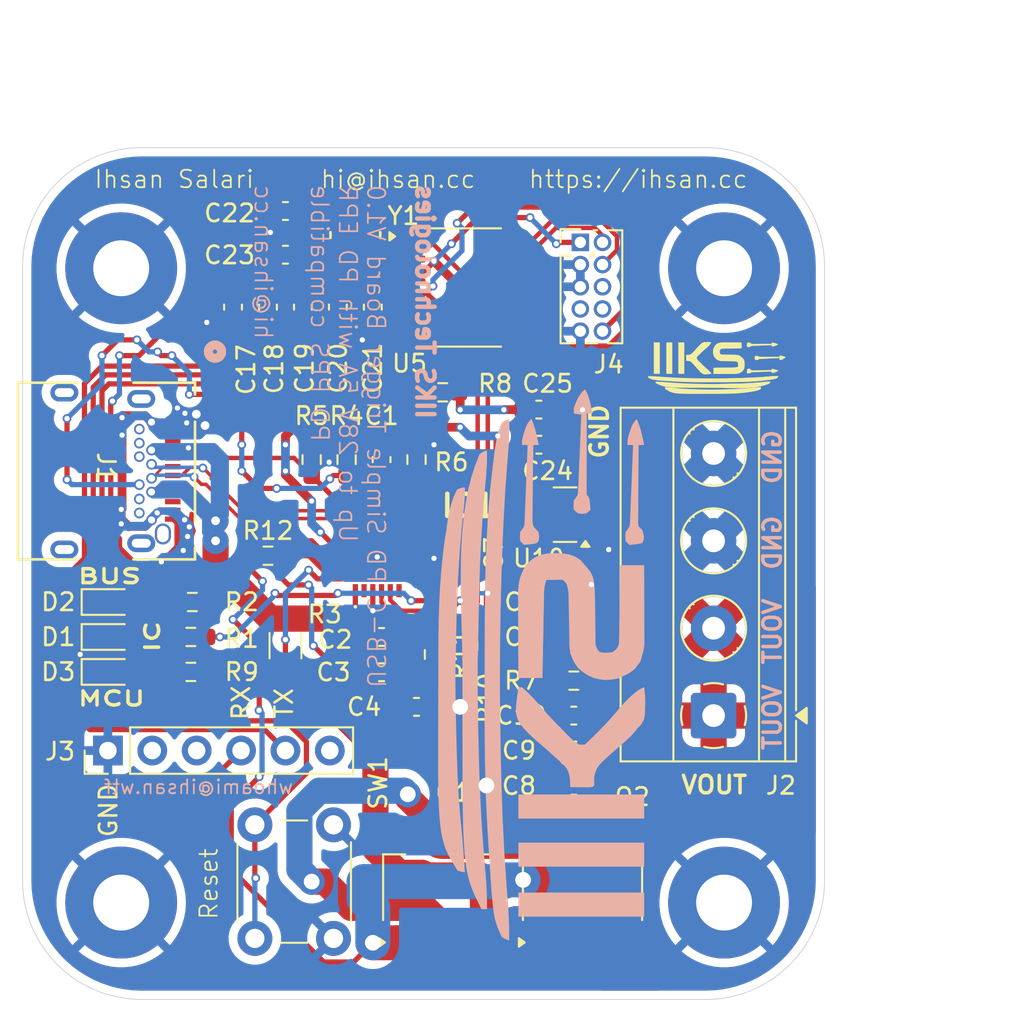
<source format=kicad_pcb>
(kicad_pcb (version 20241229) (generator "pcbnew") (generator_version "9.0")
  (layers (0 "F.Cu" signal) (2 "B.Cu" signal) (13 "F.Paste" user) (15 "B.Paste" user) (5 "F.SilkS" user "F.Silkscreen") (7 "B.SilkS" user "B.Silkscreen") (1 "F.Mask" user) (3 "B.Mask" user) (25 "Edge.Cuts" user))
  (net 0 "")
  (net 1 "Net-(IC1-IFB)")
  (net 2 "GND")
  (net 3 "VBUS")
  (net 4 "+5V")
  (net 5 "+3V3")
  (net 6 "/MCU/OSC_IN")
  (net 7 "/MCU/OSC_OUT")
  (net 8 "Net-(D1-A)")
  (net 9 "Net-(D2-A)")
  (net 10 "/MCU/STATUS_LED")
  (net 11 "/MCU/UART_TX")
  (net 12 "/MCU/UART_RX")
  (net 13 "Net-(IC1-LED)")
  (net 14 "Net-(IC1-OTP)")
  (net 15 "Net-(IC1-VOUT)")
  (net 16 "/MCU/NRST")
  (net 17 "/MCU/I2C_SDA")
  (net 18 "/MCU/I2C_SCL")
  (net 19 "+1V8")
  (net 20 "VOUT")
  (net 21 "Net-(Q1-D)")
  (net 22 "Net-(Q1-G)")
  (net 23 "Net-(IC1-VCC)")
  (net 24 "/USB_C_IC/CC2")
  (net 25 "/USB_C_IC/CC1")
  (net 27 "/USB_C_IC/data_-")
  (net 34 "/USB_C_IC/PWR_EN")
  (net 36 "/USB_C_IC/data_+")
  (net 49 "/MCU/SWCLK")
  (net 55 "/MCU/SWDIO")
  (net 63 "Net-(D3-A)")
  (footprint "LED_SMD:LED_0603_1608Metric_Pad1.05x0.95mm_HandSolder" (layer "F.Cu") (at 122.5 108.5)
    (property "Reference" "D2")
    (property "Value" "LED")
  )
  (footprint "Resistor_SMD:R_0603_1608Metric_Pad0.98x0.95mm_HandSolder" (layer "F.Cu") (at 127.0875 112.5)
    (property "Reference" "R9")
    (property "Value" "1k")
  )
  (footprint "Capacitor_SMD:C_0603_1608Metric_Pad1.08x0.95mm_HandSolder" (layer "F.Cu") (at 140 114.5)
    (property "Reference" "C4")
    (property "Value" "100n")
  )
  (footprint "Capacitor_SMD:C_0603_1608Metric_Pad1.08x0.95mm_HandSolder" (layer "F.Cu") (at 138 110.5)
    (property "Reference" "C2")
    (property "Value" "10u")
  )
  (footprint "Connector_PinHeader_1.27mm:PinHeader_2x05_P1.27mm_Vertical" (layer "F.Cu") (at 149.375 87.92)
    (property "Reference" "J4")
    (property "Value" "Conn_ARM_JTAG_SWD_10")
  )
  (footprint "Capacitor_SMD:C_0603_1608Metric_Pad1.08x0.95mm_HandSolder" (layer "F.Cu") (at 149 117 180)
    (property "Reference" "C9")
    (property "Value" "1u")
  )
  (footprint "Resistor_SMD:R_0603_1608Metric_Pad0.98x0.95mm_HandSolder" (layer "F.Cu") (at 127.175 108.5 180)
    (property "Reference" "R2")
    (property "Value" "100k")
  )
  (footprint "MountingHole:MountingHole_3.2mm_M3_Pad" (layer "F.Cu") (at 123.1 125.7)
    (property "Reference" "H4" (hide yes))
    (property "Value" "MountingHole_Pad")
  )
  (footprint "Library:SOT-223-3_TabPin2" (layer "F.Cu") (at 149.5 124.85 90)
    (property "Reference" "Q2")
    (property "Value" "BUK7880-55A/CUX")
  )
  (footprint "Capacitor_SMD:C_0603_1608Metric_Pad1.08x0.95mm_HandSolder" (layer "F.Cu") (at 137.5 91.625 -90)
    (property "Reference" "C21")
    (property "Value" "10n")
  )
  (footprint "Button_Switch_THT:SW_PUSH_6mm" (layer "F.Cu") (at 135.25 121.25 -90)
    (property "Reference" "SW1")
    (property "Value" "SW_Push")
  )
  (footprint "Resistor_SMD:R_0603_1608Metric_Pad0.98x0.95mm_HandSolder" (layer "F.Cu") (at 131.5 105.85)
    (property "Reference" "R12")
    (property "Value" "10")
  )
  (footprint "footprints:CONN24_4056-03-A_GCT" (layer "F.Cu") (at 126.0524 98.255507 -90)
    (property "Reference" "J1")
    (property "Value" "USB_C_Receptacle")
  )
  (footprint "MountingHole:MountingHole_3.2mm_M3_Pad" (layer "F.Cu") (at 123.1 89.4)
    (property "Reference" "H3" (hide yes))
    (property "Value" "MountingHole_Pad")
  )
  (footprint "Capacitor_SMD:C_0603_1608Metric_Pad1.08x0.95mm_HandSolder" (layer "F.Cu") (at 149 110.5)
    (property "Reference" "C6")
    (property "Value" "100n")
  )
  (footprint "TerminalBlock_Phoenix:TerminalBlock_Phoenix_MKDS-1,5-4_1x04_P5.00mm_Horizontal" (layer "F.Cu") (at 157 115 90)
    (property "Reference" "J2")
    (property "Value" "Screw_Terminal_01x04")
  )
  (footprint "Package_SO:TSSOP-20_4.4x6.5mm_P0.65mm" (layer "F.Cu") (at 142.6375 90.5)
    (property "Reference" "U5")
    (property "Value" "STM32C011F6Px")
  )
  (footprint "Resistor_SMD:R_0603_1608Metric_Pad0.98x0.95mm_HandSolder" (layer "F.Cu") (at 141 111.5 90)
    (property "Reference" "R11")
    (property "Value" "*")
  )
  (footprint "Capacitor_SMD:C_0603_1608Metric_Pad1.08x0.95mm_HandSolder" (layer "F.Cu") (at 138 112.52)
    (property "Reference" "C3")
    (property "Value" "1u")
  )
  (footprint "Library:SOT-223-3_TabPin2" (layer "F.Cu") (at 141.5 124.85 90)
    (property "Reference" "Q1")
    (property "Value" "BUK7880-55A/CUX")
  )
  (footprint "Connector_PinHeader_2.54mm:PinHeader_1x06_P2.54mm_Vertical" (layer "F.Cu") (at 122.34 117 90)
    (property "Reference" "J3")
    (property "Value" "Conn_01x06_Pin")
  )
  (footprint "Resistor_SMD:R_0603_1608Metric_Pad0.98x0.95mm_HandSolder" (layer "F.Cu") (at 134 100.35 -90)
    (property "Reference" "R5")
    (property "Value" "5.1k")
  )
  (footprint "Capacitor_SMD:C_0603_1608Metric_Pad1.08x0.95mm_HandSolder" (layer "F.Cu") (at 133.5 91.625 -90)
    (property "Reference" "C19")
    (property "Value" "100n")
  )
  (footprint "Capacitor_SMD:C_0603_1608Metric_Pad1.08x0.95mm_HandSolder" (layer "F.Cu") (at 149 115 180)
    (property "Reference" "C10")
    (property "Value" "100n")
  )
  (footprint "Capacitor_SMD:C_0603_1608Metric_Pad1.08x0.95mm_HandSolder" (layer "F.Cu") (at 135.5 91.625 -90)
    (property "Reference" "C20")
    (property "Value" "100n")
  )
  (footprint "Capacitor_SMD:C_0603_1608Metric_Pad1.08x0.95mm_HandSolder" (layer "F.Cu") (at 142.5 106 -90)
    (property "Reference" "C7")
    (property "Value" "100n")
  )
  (footprint "Capacitor_SMD:C_0603_1608Metric_Pad1.08x0.95mm_HandSolder" (layer "F.Cu") (at 132.5 86.125)
    (property "Reference" "C22")
    (property "Value" "*")
  )
  (footprint "Capacitor_SMD:C_0603_1608Metric_Pad1.08x0.95mm_HandSolder" (layer "F.Cu") (at 138 100.35 90)
    (property "Reference" "C1")
    (property "Value" "100n")
  )
  (footprint "Capacitor_SMD:C_0603_1608Metric_Pad1.08x0.95mm_HandSolder" (layer "F.Cu") (at 147 97.49)
    (property "Reference" "C25")
    (property "Value" "100n")
  )
  (footprint "Resistor_SMD:R_0603_1608Metric_Pad0.98x0.95mm_HandSolder" (layer "F.Cu") (at 140 100.35 90)
    (property "Reference" "R6")
    (property "Value" "10k")
  )
  (footprint "Capacitor_SMD:C_0603_1608Metric_Pad1.08x0.95mm_HandSolder" (layer "F.Cu") (at 132.5 88.625)
    (property "Reference" "C23")
    (property "Value" "*")
  )
  (footprint "LED_SMD:LED_0603_1608Metric_Pad1.05x0.95mm_HandSolder" (layer "F.Cu") (at 122.5 110.5)
    (property "Reference" "D1")
    (property "Value" "LED")
  )
  (footprint "Capacitor_SMD:C_0603_1608Metric_Pad1.08x0.95mm_HandSolder" (layer "F.Cu") (at 129.5 91.625 -90)
    (property "Reference" "C17")
    (property "Value" "1u")
  )
  (footprint "MountingHole:MountingHole_3.2mm_M3_Pad" (layer "F.Cu") (at 157.6 89.4)
    (property "Reference" "H1" (hide yes))
    (property "Value" "MountingHole_Pad")
  )
  (footprint "MountingHole:MountingHole_3.2mm_M3_Pad" (layer "F.Cu") (at 157.6 125.7)
    (property "Reference" "H2" (hide yes))
    (property "Value" "MountingHole_Pad")
  )
  (footprint "Resistor_SMD:R_0603_1608Metric_Pad0.98x0.95mm_HandSolder" (layer "F.Cu") (at 136 100.35 -90)
    (property "Reference" "R4")
    (property "Value" "5.1k")
  )
  (footprint "Resistor_SMD:R_0603_1608Metric_Pad0.98x0.95mm_HandSolder" (layer "F.Cu") (at 144 111 90)
    (property "Reference" "R10")
    (property "Value" "*")
  )
  (footprint "Capacitor_SMD:C_0603_1608Metric_Pad1.08x0.95mm_HandSolder" (layer "F.Cu") (at 131.5 91.625 -90)
    (property "Reference" "C18")
    (property "Value" "1u")
  )
  (footprint "Capacitor_SMD:C_0603_1608Metric_Pad1.08x0.95mm_HandSolder" (layer "F.Cu") (at 149 108.5)
    (property "Reference" "C5")
    (property "Value" "1u")
  )
  (footprint "LED_SMD:LED_0603_1608Metric_Pad1.05x0.95mm_HandSolder" (layer "F.Cu") (at 122.5 112.5)
    (property "Reference" "D3")
    (property "Value" "LED")
  )
  (footprint "footprints:XTAL_CG04874_NDK" (layer "F.Cu") (at 136.5 87.5 90)
    (property "Reference" "Y1")
    (property "Value" "CG04874-8M")
  )
  (footprint "Resistor_SMD:R_0603_1608Metric_Pad0.98x0.95mm_HandSolder" (layer "F.Cu") (at 127.0875 110.5)
    (property "Reference" "R1")
    (property "Value" "1k")
  )
  (footprint "Resistor_SMD:R_1206_3216Metric_Pad1.30x1.75mm_HandSolder" (layer "F.Cu") (at 132.5 111 -90)
    (property "Reference" "R3")
    (property "Value" "5m")
  )
  (footprint "Capacitor_SMD:C_0603_1608Metric_Pad1.08x0.95mm_HandSolder" (layer "F.Cu") (at 149 119.02 180)
    (property "Reference" "C8")
    (property "Value" "10u")
  )
  (footprint "Capacitor_SMD:C_0603_1608Metric_Pad1.08x0.95mm_HandSolder" (layer "F.Cu") (at 147 99.5)
    (property "Reference" "C24")
    (property "Value" "1u")
  )
  (footprint "footprints:AP33772SDKZ13FA01" (layer "F.Cu") (at 137.75 105.925 90)
    (property "Reference" "IC1")
    (property "Value" "AP33772SDKZ-13-FA01" (hide yes))
  )
  (footprint "Resistor_SMD:R_0603_1608Metric_Pad0.98x0.95mm_HandSolder" (layer "F.Cu") (at 141.5 96.5 180)
    (property "Reference" "R8")
    (property "Value" "10k")
  )
  (footprint "Resistor_SMD:R_0603_1608Metric_Pad0.98x0.95mm_HandSolder" (layer "F.Cu") (at 149 113)
    (property "Reference" "R7")
    (property "Value" "100")
  )
  (footprint "Package_TO_SOT_SMD:SOT-23" (layer "F.Cu") (at 148.5 103.5 180)
    (property "Reference" "U10")
    (property "Value" "AP2127N-3.3")
  )
  (gr_poly (pts (xy 159.717703 96.209472) (xy 159.715885 96.225898) (xy 159.714262 96.238929) (xy 159.713427 96.24456) (xy 159.712524 96.249808) (xy 159.711514 96.254827) (xy 159.710359 96.259773) (xy 159.709021 96.2648) (xy 159.707459 96.270065) (xy 159.705637 96.275721) (xy 159.703513 96.281924) (xy 159.698212 96.296591) (xy 159.691244 96.315305) (xy 159.655297 96.334896) (xy 159.618371 96.352644) (xy 159.580565 96.368678) (xy 159.54198 96.383129) (xy 159.502716 96.396129) (xy 159.462873 96.407807) (xy 159.422551 96.418295) (xy 159.381849 96.427724) (xy 159.299709 96.443923) (xy 159.217252 96.45745) (xy 159.05459 96.48067) (xy 158.965862 96.494519) (xy 158.900845 96.503608) (xy 158.836214 96.511397) (xy 158.771812 96.517818) (xy 158.707481 96.522802) (xy 158.643062 96.526279) (xy 158.578398 96.528179) (xy 158.513331 96.528433) (xy 158.447702 96.526972) (xy 158.447702 96.500514) (xy 158.511839 96.492478) (xy 158.842305 96.451426) (xy 158.961446 96.434402) (xy 159.067047 96.41653) (xy 159.171998 96.395425) (xy 159.289192 96.368701) (xy 159.611869 96.288847) (xy 159.58541 96.262389) (xy 159.540316 96.264999) (xy 159.495261 96.268252) (xy 159.450244 96.272037) (xy 159.405267 96.276238) (xy 159.350593 96.2815) (xy 159.235891 96.292852) (xy 159.06012 96.309931) (xy 159.000578 96.31286) (xy 158.953779 96.315667) (xy 158.933883 96.317239) (xy 158.915644 96.319037) (xy 158.898553 96.321146) (xy 158.882099 96.323651) (xy 158.865773 96.326639) (xy 158.849067 96.330194) (xy 158.831469 96.334402) (xy 158.812471 96.339348) (xy 158.768236 96.351796) (xy 158.712286 96.368222) (xy 158.677411 96.369719) (xy 158.642513 96.370664) (xy 158.607604 96.371139) (xy 158.572695 96.371226) (xy 158.484421 96.37122) (xy 158.388791 96.370806) (xy 158.29114 96.370692) (xy 157.981374 96.369876) (xy 157.771775 96.369514) (xy 157.257077 96.368222) (xy 157.257077 96.341764) (xy 157.336775 96.340175) (xy 157.855238 96.327705) (xy 158.373232 96.308019) (xy 158.631969 96.293798) (xy 158.890487 96.275767) (xy 159.148753 96.253258) (xy 159.406733 96.225602) (xy 159.445743 96.221299) (xy 159.484566 96.217592) (xy 159.523277 96.214511) (xy 159.561948 96.212083) (xy 159.600653 96.210337) (xy 159.639465 96.209301) (xy 159.678457 96.209003)) (stroke (width -0.000001)) (fill yes) (layer "F.SilkS"))
  (gr_poly (pts (xy 159.558952 94.569056) (xy 159.554275 94.573713) (xy 159.550061 94.577792) (xy 159.548078 94.579627) (xy 159.546151 94.581333) (xy 159.544262 94.582915) (xy 159.54239 94.584378) (xy 159.540515 94.585727) (xy 159.538619 94.586967) (xy 159.53668 94.588103) (xy 159.53468 94.589142) (xy 159.532599 94.590087) (xy 159.530417 94.590943) (xy 159.528115 94.591717) (xy 159.525672 94.592413) (xy 159.52307 94.593037) (xy 159.520288 94.593593) (xy 159.517307 94.594086) (xy 159.514107 94.594522) (xy 159.510668 94.594907) (xy 159.506971 94.595244) (xy 159.502996 94.595539) (xy 159.498723 94.595798) (xy 159.489206 94.596227) (xy 159.478263 94.59657) (xy 159.451465 94.597168) (xy 159.373744 94.595514) (xy 159.400202 94.463222) (xy 159.558952 94.463222)) (stroke (width -0.000001)) (fill yes) (layer "F.SilkS"))
  (gr_poly (pts (xy 159.082702 93.722389) (xy 159.109161 93.828222) (xy 159.029786 93.828222) (xy 159.029786 93.881139) (xy 158.923952 93.854681) (xy 158.950411 93.695931)) (stroke (width -0.000001)) (fill yes) (layer "F.SilkS"))
  (gr_poly (pts (xy 156.164087 94.738471) (xy 156.208666 94.775761) (xy 156.258896 94.817619) (xy 156.274077 94.831795) (xy 156.280424 94.837836) (xy 156.286132 94.843417) (xy 156.291348 94.848716) (xy 156.296215 94.853912) (xy 156.300878 94.859184) (xy 156.305482 94.864709) (xy 156.31017 94.870667) (xy 156.315087 94.877236) (xy 156.320379 94.884594) (xy 156.326188 94.89292) (xy 156.339938 94.913189) (xy 156.357494 94.939472) (xy 156.323008 94.930858) (xy 156.307246 94.926633) (xy 156.292355 94.922309) (xy 156.278244 94.917768) (xy 156.264824 94.912897) (xy 156.252008 94.907577) (xy 156.239706 94.901694) (xy 156.227829 94.89513) (xy 156.216289 94.887772) (xy 156.204996 94.879501) (xy 156.193862 94.870202) (xy 156.182797 94.85976) (xy 156.171714 94.848058) (xy 156.160523 94.83498) (xy 156.149135 94.82041) (xy 156.13931 94.798473) (xy 156.131927 94.781342) (xy 156.129042 94.774143) (xy 156.126636 94.767622) (xy 156.124667 94.761605) (xy 156.12309 94.755918) (xy 156.121862 94.750385) (xy 156.120939 94.744833) (xy 156.120278 94.739087) (xy 156.119834 94.732973) (xy 156.119565 94.726317) (xy 156.119427 94.718943) (xy 156.119369 94.701347)) (stroke (width -0.000001)) (fill yes) (layer "F.SilkS"))
  (gr_poly (pts (xy 160.405619 95.177597) (xy 160.352702 95.177597) (xy 160.352702 95.362806) (xy 160.405619 95.389264) (xy 160.326244 95.389264) (xy 160.326244 95.309889) (xy 160.248936 95.311749) (xy 160.14765 95.313196) (xy 160.047191 95.315056) (xy 160.01741 95.313028) (xy 160.00371 95.31176) (xy 159.990672 95.31026) (xy 159.978197 95.308481) (xy 159.966187 95.306376) (xy 159.954544 95.303897) (xy 159.943169 95.300997) (xy 159.931964 95.297629) (xy 159.920829 95.293745) (xy 159.909667 95.289299) (xy 159.898379 95.284242) (xy 159.886866 95.278529) (xy 159.87503 95.272111) (xy 159.862772 95.264941) (xy 159.849994 95.256972) (xy 159.909602 95.247589) (xy 159.968934 95.24051) (xy 160.028116 95.235451) (xy 160.087276 95.232127) (xy 160.146542 95.230255) (xy 160.20604 95.229552) (xy 160.326244 95.230514) (xy 160.326244 95.151139)) (stroke (width -0.000001)) (fill yes) (layer "F.SilkS"))
  (gr_poly (pts (xy 160.193952 95.997805) (xy 160.141036 95.997805) (xy 160.141036 95.91843) (xy 160.035202 95.891972) (xy 160.246869 95.891972)) (stroke (width -0.000001)) (fill yes) (layer "F.SilkS"))
  (gr_poly (pts (xy 154.379992 96.220159) (xy 154.545422 96.231995) (xy 154.710689 96.245799) (xy 154.875827 96.262389) (xy 154.875827 96.288847) (xy 154.505411 96.288847) (xy 154.530347 96.315434) (xy 154.550108 96.336049) (xy 154.558628 96.344601) (xy 154.566553 96.352242) (xy 154.574113 96.359165) (xy 154.581543 96.365563) (xy 154.589074 96.371632) (xy 154.596938 96.377563) (xy 154.60537 96.383552) (xy 154.6146 96.389793) (xy 154.636387 96.403801) (xy 154.664161 96.421139) (xy 154.607393 96.415368) (xy 154.552652 96.408169) (xy 154.499476 96.39919) (xy 154.473329 96.393923) (xy 154.4474 96.38808) (xy 154.421629 96.381616) (xy 154.395961 96.374487) (xy 154.370335 96.36665) (xy 154.344695 96.358061) (xy 154.318982 96.348676) (xy 154.293138 96.338451) (xy 154.267106 96.327342) (xy 154.240828 96.315305) (xy 154.234502 96.29682) (xy 154.229659 96.282316) (xy 154.225988 96.270555) (xy 154.224496 96.265315) (xy 154.22318 96.260296) (xy 154.222002 96.255342) (xy 154.220924 96.250298) (xy 154.21891 96.239322) (xy 154.216829 96.226127) (xy 154.214369 96.209472)) (stroke (width -0.000001)) (fill yes) (layer "F.SilkS"))
  (gr_poly (pts (xy 153.923328 95.44218) (xy 153.579369 95.44218) (xy 153.579369 93.643014) (xy 153.923328 93.643014)) (stroke (width -0.000001)) (fill yes) (layer "F.SilkS"))
  (gr_poly (pts (xy 158.950411 95.997805) (xy 158.919392 96.018241) (xy 158.888392 96.037688) (xy 158.872805 96.046873) (xy 158.857108 96.055611) (xy 158.841264 96.063833) (xy 158.825236 96.071474) (xy 158.808986 96.078467) (xy 158.792475 96.084744) (xy 158.775666 96.090239) (xy 158.758521 96.094884) (xy 158.741003 96.098614) (xy 158.723073 96.101361) (xy 158.704694 96.103058) (xy 158.685827 96.103639) (xy 158.685827 96.156556) (xy 158.765202 96.209472) (xy 158.262494 96.209472) (xy 158.262494 96.156556) (xy 158.350242 96.155734) (xy 158.393075 96.156347) (xy 158.435535 96.158089) (xy 158.477862 96.161292) (xy 158.499051 96.163546) (xy 158.520297 96.166291) (xy 158.54163 96.169569) (xy 158.56308 96.173421) (xy 158.584677 96.177888) (xy 158.606452 96.183014) (xy 158.606452 96.050722) (xy 157.283536 96.050722) (xy 157.283536 96.024264) (xy 157.766065 96.01296) (xy 157.929543 96.00911) (xy 158.184766 96.003644) (xy 158.439939 95.999688) (xy 158.695131 95.997616)) (stroke (width -0.000001)) (fill yes) (layer "F.SilkS"))
  (gr_poly (pts (xy 156.729268 93.629833) (xy 156.792643 93.635103) (xy 156.860202 93.643014) (xy 156.843632 93.675693) (xy 156.825426 93.707257) (xy 156.805713 93.737779) (xy 156.784618 93.767332) (xy 156.762269 93.795989) (xy 156.738792 93.823823) (xy 156.714316 93.850908) (xy 156.688965 93.877315) (xy 156.662868 93.903118) (xy 156.636152 93.928391) (xy 156.581366 93.977635) (xy 156.469942 94.072962) (xy 156.410159 94.125415) (xy 156.351563 94.179174) (xy 156.293951 94.234006) (xy 156.237121 94.28968) (xy 156.124988 94.402621) (xy 156.013536 94.516139) (xy 156.020082 94.530283) (xy 156.026716 94.543948) (xy 156.033466 94.557172) (xy 156.040362 94.569994) (xy 156.047434 94.582454) (xy 156.054711 94.594591) (xy 156.062222 94.606445) (xy 156.069997 94.618053) (xy 156.078064 94.629456) (xy 156.086454 94.640693) (xy 156.095196 94.651804) (xy 156.104319 94.662826) (xy 156.113852 94.6738) (xy 156.123825 94.684765) (xy 156.134267 94.695761) (xy 156.145207 94.706825) (xy 156.192065 94.753579) (xy 156.241739 94.80222) (xy 156.29255 94.852514) (xy 156.367714 94.92535) (xy 156.405662 94.961254) (xy 156.443897 94.996811) (xy 156.482453 95.03202) (xy 156.521363 95.066878) (xy 156.560659 95.101383) (xy 156.600374 95.135533) (xy 156.634413 95.165495) (xy 156.668234 95.195838) (xy 156.701723 95.226622) (xy 156.734765 95.257907) (xy 156.767248 95.289753) (xy 156.799058 95.322221) (xy 156.83008 95.355371) (xy 156.860202 95.389264) (xy 156.860202 95.44218) (xy 156.734394 95.459243) (xy 156.638026 95.471073) (xy 156.598942 95.47492) (xy 156.564891 95.47733) (xy 156.535095 95.478262) (xy 156.508779 95.477672) (xy 156.485167 95.475518) (xy 156.463482 95.471758) (xy 156.442949 95.466348) (xy 156.422792 95.459247) (xy 156.402234 95.450411) (xy 156.380499 95.439798) (xy 156.330395 95.413069) (xy 156.307862 95.395331) (xy 156.285844 95.377068) (xy 156.264308 95.358318) (xy 156.243216 95.339117) (xy 156.222533 95.3195) (xy 156.202224 95.299504) (xy 156.162586 95.258519) (xy 156.124016 95.216451) (xy 156.086232 95.173591) (xy 156.011882 95.086647) (xy 155.978178 95.048377) (xy 155.944313 95.010272) (xy 155.910254 94.97234) (xy 155.875964 94.934595) (xy 155.854907 94.911211) (xy 155.834094 94.887608) (xy 155.813539 94.86378) (xy 155.793258 94.839721) (xy 155.77869 94.82372) (xy 155.76458 94.80898) (xy 155.750794 94.795447) (xy 155.737199 94.783066) (xy 155.723661 94.771784) (xy 155.710046 94.761545) (xy 155.696222 94.752296) (xy 155.682054 94.743983) (xy 155.66741 94.736551) (xy 155.652156 94.729946) (xy 155.636158 94.724114) (xy 155.619282 94.719001) (xy 155.601397 94.714551) (xy 155.582367 94.710712) (xy 155.56206 94.707429) (xy 155.540341 94.704648) (xy 155.513133 94.703397) (xy 155.485913 94.702383) (xy 155.458685 94.701677) (xy 155.431452 94.701347) (xy 155.430519 94.6228) (xy 155.429799 94.544251) (xy 155.428869 94.455884) (xy 155.429773 94.432055) (xy 155.430776 94.413824) (xy 155.43142 94.406448) (xy 155.432217 94.400039) (xy 155.433208 94.394453) (xy 155.434437 94.389545) (xy 155.435945 94.385171) (xy 155.437776 94.381187) (xy 155.439971 94.377448) (xy 155.442574 94.373811) (xy 155.445627 94.37013) (xy 155.449172 94.366263) (xy 155.457911 94.357389) (xy 155.55806 94.364107) (xy 155.582989 94.360808) (xy 155.606455 94.356135) (xy 155.628585 94.350145) (xy 155.649508 94.342893) (xy 155.669351 94.334435) (xy 155.688242 94.324828) (xy 155.706311 94.314128) (xy 155.723685 94.302389) (xy 155.740491 94.28967) (xy 155.756859 94.276025) (xy 155.772917 94.261511) (xy 155.788792 94.246184) (xy 155.804612 94.2301) (xy 155.820506 94.213315) (xy 155.853029 94.177865) (xy 155.895246 94.131735) (xy 155.93881 94.083159) (xy 155.982028 94.034308) (xy 156.024841 93.985104) (xy 156.067195 93.93547) (xy 156.112141 93.884619) (xy 156.155918 93.838963) (xy 156.198909 93.798317) (xy 156.22023 93.779817) (xy 156.241497 93.762502) (xy 156.262759 93.746348) (xy 156.284063 93.731332) (xy 156.305458 93.717434) (xy 156.326991 93.704628) (xy 156.348709 93.692893) (xy 156.370661 93.682206) (xy 156.392894 93.672543) (xy 156.415456 93.663883) (xy 156.438396 93.656202) (xy 156.46176 93.649478) (xy 156.485596 93.643688) (xy 156.509953 93.638808) (xy 156.534877 93.634817) (xy 156.560418 93.631691) (xy 156.586622 93.629408) (xy 156.613537 93.627944) (xy 156.669693 93.627386)) (stroke (width -0.000001)) (fill yes) (layer "F.SilkS"))
  (gr_poly (pts (xy 156.539143 93.630642) (xy 156.582849 93.632255) (xy 156.630346 93.634746) (xy 156.69737 93.636554) (xy 156.738089 93.637862) (xy 156.7788 93.639415) (xy 156.860202 93.643014) (xy 156.852773 93.659528) (xy 156.84506 93.675389) (xy 156.837052 93.690653) (xy 156.82874 93.705381) (xy 156.820113 93.719628) (xy 156.81116 93.733455) (xy 156.801872 93.746917) (xy 156.792237 93.760075) (xy 156.782246 93.772984) (xy 156.771888 93.785704) (xy 156.761153 93.798293) (xy 156.75003 93.810808) (xy 156.726579 93.835851) (xy 156.701452 93.861295) (xy 156.645229 93.917933) (xy 156.62875 93.931988) (xy 156.62188 93.937674) (xy 156.615721 93.94255) (xy 156.610125 93.946677) (xy 156.60494 93.950118) (xy 156.602456 93.951601) (xy 156.600017 93.952935) (xy 156.597607 93.95413) (xy 156.595206 93.955191) (xy 156.592795 93.956128) (xy 156.590356 93.956948) (xy 156.587869 93.957659) (xy 156.585316 93.958268) (xy 156.582679 93.958784) (xy 156.579938 93.959214) (xy 156.57407 93.959849) (xy 156.567563 93.960233) (xy 156.560266 93.960431) (xy 156.542703 93.960514) (xy 156.516244 93.854681) (xy 156.569161 93.828222) (xy 156.569161 93.748847) (xy 156.595619 93.669472) (xy 156.551092 93.672882) (xy 156.532638 93.674516) (xy 156.516241 93.676251) (xy 156.501536 93.678199) (xy 156.488161 93.680471) (xy 156.475751 93.683179) (xy 156.463943 93.686434) (xy 156.452375 93.690348) (xy 156.440683 93.695031) (xy 156.428503 93.700596) (xy 156.415472 93.707154) (xy 156.401227 93.714815) (xy 156.385404 93.723693) (xy 156.347572 93.74554) (xy 156.331774 93.764216) (xy 156.325298 93.772078) (xy 156.319636 93.779221) (xy 156.314686 93.785843) (xy 156.310346 93.792143) (xy 156.306514 93.79832) (xy 156.303089 93.804572) (xy 156.299969 93.811099) (xy 156.297052 93.818097) (xy 156.294237 93.825768) (xy 156.291421 93.834308) (xy 156.288503 93.843916) (xy 156.285381 93.854792) (xy 156.278119 93.881139) (xy 156.331036 93.907597) (xy 156.092911 93.960514) (xy 156.196083 93.838532) (xy 156.22238 93.808256) (xy 156.251661 93.775306) (xy 156.307885 93.703372) (xy 156.327714 93.688511) (xy 156.34708 93.675727) (xy 156.366091 93.664875) (xy 156.384856 93.655814) (xy 156.403484 93.648401) (xy 156.422083 93.642492) (xy 156.440762 93.637945) (xy 156.459628 93.634618) (xy 156.478791 93.632366) (xy 156.498358 93.631048) (xy 156.51844 93.630521)) (stroke (width -0.000001)) (fill yes) (layer "F.SilkS"))
  (gr_poly (pts (xy 158.500619 95.098222) (xy 158.500619 95.28343) (xy 158.447702 95.28343) (xy 158.447702 95.362806) (xy 158.341869 95.362806) (xy 158.341869 95.415722) (xy 157.018953 95.415722) (xy 157.018953 95.124681) (xy 157.135115 95.1251) (xy 157.560101 95.126134) (xy 157.744354 95.126677) (xy 158.008556 95.127264) (xy 158.092323 95.127678) (xy 158.169367 95.127684) (xy 158.237557 95.127862) (xy 158.251826 95.126699) (xy 158.264289 95.125141) (xy 158.275232 95.123251) (xy 158.284943 95.121089) (xy 158.293708 95.118719) (xy 158.301813 95.116201) (xy 158.317191 95.110973) (xy 158.325039 95.108387) (xy 158.333373 95.105901) (xy 158.342481 95.103577) (xy 158.35265 95.101479) (xy 158.364167 95.099667) (xy 158.377318 95.098203) (xy 158.392389 95.097149) (xy 158.409668 95.096568)) (stroke (width -0.000001)) (fill yes) (layer "F.SilkS"))
  (gr_poly (pts (xy 158.579994 95.309889) (xy 158.570483 95.321782) (xy 158.561457 95.33249) (xy 158.55279 95.342102) (xy 158.544359 95.350707) (xy 158.536038 95.358391) (xy 158.531881 95.361916) (xy 158.527705 95.365244) (xy 158.523494 95.368387) (xy 158.519233 95.371354) (xy 158.514907 95.374158) (xy 158.5105 95.376809) (xy 158.505996 95.379319) (xy 158.50138 95.381697) (xy 158.49175 95.386107) (xy 158.481485 95.390126) (xy 158.47046 95.393843) (xy 158.458552 95.397346) (xy 158.445636 95.400723) (xy 158.431588 95.404063) (xy 158.416283 95.407454) (xy 158.341869 95.415722) (xy 158.341869 95.362806) (xy 158.447702 95.362806) (xy 158.447702 95.28343)) (stroke (width -0.000001)) (fill yes) (layer "F.SilkS"))
  (gr_poly (pts (xy 160.564369 95.204056) (xy 160.458536 95.230514) (xy 160.432077 95.362806) (xy 160.352702 95.362806) (xy 160.352702 95.177597)) (stroke (width -0.000001)) (fill yes) (layer "F.SilkS"))
  (gr_poly (pts (xy 160.246869 95.891972) (xy 160.242425 95.908457) (xy 160.240474 95.915343) (xy 160.238601 95.921531) (xy 160.236727 95.927177) (xy 160.234777 95.932435) (xy 160.232671 95.93746) (xy 160.230332 95.942408) (xy 160.227684 95.947434) (xy 160.224648 95.952692) (xy 160.221147 95.958337) (xy 160.217103 95.964526) (xy 160.207078 95.97915) (xy 160.193952 95.997805) (xy 160.167746 96.006974) (xy 160.141678 96.015055) (xy 160.115642 96.022227) (xy 160.089535 96.02867) (xy 160.063251 96.034561) (xy 160.036685 96.040081) (xy 159.982285 96.050722) (xy 160.008744 95.997805) (xy 160.088119 95.997805) (xy 160.088119 95.944889) (xy 159.744161 95.944889) (xy 159.744161 95.91843) (xy 159.869918 95.906538) (xy 159.932565 95.901603) (xy 159.99517 95.897506) (xy 160.057818 95.894372) (xy 160.120594 95.892323) (xy 160.183583 95.891481)) (stroke (width -0.000001)) (fill yes) (layer "F.SilkS"))
  (gr_poly (pts (xy 160.564369 93.695931) (xy 160.590827 93.775306) (xy 160.352702 93.828222) (xy 160.344021 93.801867) (xy 160.34061 93.790899) (xy 160.337819 93.781093) (xy 160.335649 93.772218) (xy 160.334099 93.76404) (xy 160.333168 93.756327) (xy 160.332858 93.748847) (xy 160.333168 93.741367) (xy 160.334099 93.733654) (xy 160.335649 93.725477) (xy 160.337819 93.716601) (xy 160.34061 93.706796) (xy 160.344021 93.695827) (xy 160.352702 93.669472)) (stroke (width -0.000001)) (fill yes) (layer "F.SilkS"))
  (gr_poly (pts (xy 154.267286 95.997805) (xy 154.249707 96.015282) (xy 154.242375 96.022373) (xy 154.235799 96.028479) (xy 154.229817 96.033684) (xy 154.224269 96.038076) (xy 154.221607 96.039992) (xy 154.218993 96.041737) (xy 154.216406 96.04332) (xy 154.213827 96.044754) (xy 154.211235 96.046047) (xy 154.20861 96.047211) (xy 154.205932 96.048256) (xy 154.203181 96.049193) (xy 154.200336 96.050033) (xy 154.197378 96.050787) (xy 154.191041 96.052075) (xy 154.184007 96.053145) (xy 154.176115 96.054081) (xy 154.157112 96.05589) (xy 154.092 96.054029) (xy 154.026474 96.052583) (xy 153.976244 96.050722) (xy 154.002703 95.971347)) (stroke (width -0.000001)) (fill yes) (layer "F.SilkS"))
  (gr_poly (pts (xy 156.539143 93.630642) (xy 156.582849 93.632255) (xy 156.630346 93.634746) (xy 156.69737 93.636554) (xy 156.738089 93.637862) (xy 156.7788 93.639415) (xy 156.860202 93.643014) (xy 156.807286 93.748847) (xy 156.780827 93.695931) (xy 156.736193 93.693928) (xy 156.691547 93.692187) (xy 156.602234 93.689316) (xy 156.501775 93.685595) (xy 156.471161 93.686536) (xy 156.458536 93.687133) (xy 156.447396 93.687929) (xy 156.437516 93.68901) (xy 156.428668 93.690462) (xy 156.420626 93.69237) (xy 156.413164 93.694822) (xy 156.406056 93.697903) (xy 156.399074 93.701698) (xy 156.391992 93.706294) (xy 156.384584 93.711778) (xy 156.376623 93.718234) (xy 156.367883 93.725749) (xy 156.347159 93.7443) (xy 156.331565 93.763388) (xy 156.325171 93.771417) (xy 156.319578 93.778703) (xy 156.314685 93.785446) (xy 156.310391 93.791847) (xy 156.306594 93.798106) (xy 156.303193 93.804424) (xy 156.300088 93.811002) (xy 156.297176 93.818039) (xy 156.294358 93.825736) (xy 156.291531 93.834294) (xy 156.288595 93.843912) (xy 156.285448 93.854792) (xy 156.278119 93.881139) (xy 156.331036 93.907597) (xy 156.092911 93.960514) (xy 156.196083 93.838532) (xy 156.22238 93.808256) (xy 156.251661 93.775306) (xy 156.307885 93.703372) (xy 156.327714 93.688511) (xy 156.34708 93.675727) (xy 156.366091 93.664875) (xy 156.384856 93.655814) (xy 156.403484 93.648401) (xy 156.422083 93.642492) (xy 156.440762 93.637945) (xy 156.459628 93.634618) (xy 156.478791 93.632366) (xy 156.498358 93.631048) (xy 156.51844 93.630521)) (stroke (width -0.000001)) (fill yes) (layer "F.SilkS"))
  (gr_poly (pts (xy 160.246869 95.891972) (xy 160.241374 95.908423) (xy 160.236799 95.921473) (xy 160.234663 95.92711) (xy 160.232524 95.932362) (xy 160.230306 95.937384) (xy 160.22793 95.942331) (xy 160.225319 95.947358) (xy 160.222395 95.952619) (xy 160.219082 95.958271) (xy 160.215301 95.964468) (xy 160.206027 95.979116) (xy 160.193952 95.997805) (xy 160.027814 96.064043) (xy 159.853466 96.118984) (xy 159.671975 96.163595) (xy 159.484409 96.19884) (xy 159.291833 96.225686) (xy 159.095316 96.245098) (xy 158.895924 96.258042) (xy 158.694724 96.265484) (xy 158.291169 96.267725) (xy 157.893185 96.259545) (xy 157.50931 96.248671) (xy 157.148079 96.242829) (xy 156.726289 96.243011) (xy 155.278918 96.241334) (xy 154.816101 96.231894) (xy 154.47968 96.212476) (xy 154.347732 96.19803) (xy 154.234018 96.179896) (xy 154.134084 96.157675) (xy 154.043476 96.13097) (xy 153.957738 96.099383) (xy 153.872417 96.062515) (xy 153.685203 95.971347) (xy 153.685203 95.891972) (xy 153.801084 95.892011) (xy 153.858756 95.892964) (xy 153.916333 95.894583) (xy 153.97388 95.896904) (xy 154.031461 95.899958) (xy 154.089141 95.903781) (xy 154.146983 95.908405) (xy 154.209594 95.913554) (xy 154.470348 95.935439) (xy 154.871494 95.964944) (xy 155.272721 95.986799) (xy 155.674269 96.002287) (xy 156.076374 96.012688) (xy 156.15582 96.01436) (xy 156.490589 96.021156) (xy 156.719649 96.024453) (xy 156.948723 96.025179) (xy 157.283536 96.024264) (xy 157.342988 96.023385) (xy 157.970216 96.011588) (xy 158.597175 95.9917) (xy 158.910437 95.977194) (xy 159.223491 95.958833) (xy 159.536292 95.936006) (xy 159.848792 95.908102) (xy 159.898723 95.903601) (xy 159.948445 95.899813) (xy 159.99804 95.896735) (xy 160.047586 95.894368) (xy 160.097162 95.892709) (xy 160.146849 95.891758) (xy 160.196724 95.891513)) (stroke (width -0.000001)) (fill yes) (layer "F.SilkS"))
  (gr_poly (pts (xy 155.054608 95.722768) (xy 155.022058 95.737741) (xy 154.989651 95.751802) (xy 154.95719 95.76507) (xy 154.924481 95.777664) (xy 154.891328 95.789704) (xy 154.857537 95.801308) (xy 154.822911 95.812597) (xy 154.796453 95.706764) (xy 155.087494 95.706764)) (stroke (width -0.000001)) (fill yes) (layer "F.SilkS"))
  (gr_poly (pts (xy 160.877528 94.417902) (xy 160.935022 94.424302) (xy 160.958354 94.427345) (xy 160.978696 94.430437) (xy 160.996513 94.433695) (xy 161.012271 94.437236) (xy 161.026434 94.441176) (xy 161.039468 94.44563) (xy 161.051837 94.450715) (xy 161.064006 94.456548) (xy 161.076442 94.463245) (xy 161.089608 94.470922) (xy 161.119994 94.48968) (xy 161.106429 94.505533) (xy 161.092446 94.520161) (xy 161.078049 94.533657) (xy 161.063244 94.546113) (xy 161.048035 94.557623) (xy 161.032427 94.568281) (xy 161.016424 94.578179) (xy 161.000031 94.58741) (xy 160.983253 94.596067) (xy 160.966094 94.604244) (xy 160.94856 94.612034) (xy 160.930654 94.619529) (xy 160.893747 94.63401) (xy 160.855411 94.648431) (xy 160.776035 94.648431) (xy 160.749577 94.48968) (xy 160.802494 94.48968) (xy 160.802494 94.410306)) (stroke (width -0.000001)) (fill yes) (layer "F.SilkS"))
  (gr_poly (pts (xy 157.024578 94.022581) (xy 157.029644 94.057654) (xy 157.034039 94.092392) (xy 157.037655 94.126995) (xy 157.040379 94.161666) (xy 157.042102 94.196605) (xy 157.042714 94.232013) (xy 157.042104 94.268092) (xy 157.043051 94.286013) (xy 157.044521 94.302724) (xy 157.046524 94.318368) (xy 157.049068 94.333088) (xy 157.05216 94.347027) (xy 157.055809 94.360328) (xy 157.060024 94.373134) (xy 157.064813 94.385587) (xy 157.070184 94.397831) (xy 157.076145 94.410008) (xy 157.082706 94.422262) (xy 157.089874 94.434735) (xy 157.106065 94.460911) (xy 157.124786 94.48968) (xy 157.098327 94.542597) (xy 157.080035 94.51878) (xy 157.063387 94.495397) (xy 157.048319 94.472328) (xy 157.034763 94.449451) (xy 157.022654 94.426644) (xy 157.011925 94.403787) (xy 157.002511 94.380758) (xy 156.994345 94.357436) (xy 156.987362 94.333698) (xy 156.981495 94.309425) (xy 156.976679 94.284493) (xy 156.972846 94.258783) (xy 156.969932 94.232172) (xy 156.967869 94.204539) (xy 156.966593 94.175763) (xy 156.966036 94.145722) (xy 156.97296 94.090222) (xy 156.97557 94.071076) (xy 156.978025 94.055185) (xy 156.980634 94.04069) (xy 156.983709 94.02573) (xy 156.992494 93.986972) (xy 157.018953 93.986972)) (stroke (width -0.000001)) (fill yes) (layer "F.SilkS"))
  (gr_poly (pts (xy 159.014904 93.649585) (xy 159.025488 93.650705) (xy 159.036221 93.652369) (xy 159.047199 93.6545) (xy 159.058519 93.657021) (xy 159.109161 93.669472) (xy 159.082702 93.748847) (xy 158.950411 93.695931) (xy 158.923952 93.854681) (xy 158.897494 93.854681) (xy 158.902966 93.808226) (xy 158.909218 93.761863) (xy 158.916223 93.715607) (xy 158.923952 93.669472) (xy 158.936836 93.663464) (xy 158.949093 93.658616) (xy 158.96082 93.654851) (xy 158.972115 93.652093) (xy 158.983074 93.650264) (xy 158.993794 93.649288) (xy 159.004372 93.649088)) (stroke (width -0.000001)) (fill yes) (layer "F.SilkS"))
  (gr_poly (pts (xy 158.431606 94.411632) (xy 158.441628 94.413265) (xy 158.451323 94.415197) (xy 158.460709 94.417421) (xy 158.469799 94.419929) (xy 158.47861 94.422716) (xy 158.487155 94.425773) (xy 158.495452 94.429093) (xy 158.511358 94.436493) (xy 158.526449 94.444861) (xy 158.540847 94.454138) (xy 158.554675 94.464266) (xy 158.568053 94.475189) (xy 158.581104 94.486849) (xy 158.593951 94.499187) (xy 158.606713 94.512147) (xy 158.632476 94.539703) (xy 158.659369 94.569056) (xy 158.596531 94.542597) (xy 158.574862 94.532834) (xy 158.565876 94.528896) (xy 158.557883 94.525535) (xy 158.550703 94.522713) (xy 158.544158 94.520391) (xy 158.538068 94.51853) (xy 158.532253 94.517091) (xy 158.526536 94.516037) (xy 158.520735 94.515327) (xy 158.514673 94.514923) (xy 158.50817 94.514786) (xy 158.501046 94.514878) (xy 158.493123 94.51516) (xy 158.474161 94.516139) (xy 158.474161 94.436764) (xy 158.421244 94.410306)) (stroke (width -0.000001)) (fill yes) (layer "F.SilkS"))
  (gr_poly (pts (xy 160.421273 93.663004) (xy 160.468119 93.673764) (xy 160.514553 93.685487) (xy 160.560599 93.698516) (xy 160.606282 93.713192) (xy 160.628996 93.721254) (xy 160.651628 93.729855) (xy 160.674182 93.739039) (xy 160.696661 93.748847) (xy 160.686058 93.759183) (xy 160.675881 93.768553) (xy 160.666035 93.777041) (xy 160.65643 93.784729) (xy 160.646973 93.791701) (xy 160.637572 93.798038) (xy 160.628134 93.803825) (xy 160.618568 93.809143) (xy 160.60878 93.814075) (xy 160.59868 93.818705) (xy 160.588174 93.823115) (xy 160.57717 93.827387) (xy 160.565577 93.831605) (xy 160.553301 93.835851) (xy 160.526335 93.844759) (xy 160.4636 93.865636) (xy 160.444307 93.870753) (xy 160.42884 93.874599) (xy 160.422038 93.876101) (xy 160.415589 93.877354) (xy 160.409292 93.87838) (xy 160.402945 93.879201) (xy 160.396347 93.879841) (xy 160.389298 93.880321) (xy 160.381595 93.880666) (xy 160.373039 93.880897) (xy 160.352557 93.881109) (xy 160.326244 93.881139) (xy 160.326244 93.801764) (xy 159.833218 93.821466) (xy 159.665451 93.82808) (xy 159.42449 93.837937) (xy 159.348566 93.840617) (xy 159.277955 93.843816) (xy 159.215819 93.846308) (xy 159.195245 93.848328) (xy 159.186647 93.849359) (xy 159.178915 93.850524) (xy 159.171854 93.851911) (xy 159.165269 93.853612) (xy 159.158966 93.855716) (xy 159.152748 93.858313) (xy 159.146421 93.861492) (xy 159.13979 93.865344) (xy 159.13266 93.869957) (xy 159.124837 93.875422) (xy 159.116124 93.881829) (xy 159.106327 93.889267) (xy 159.082702 93.907597) (xy 159.060197 93.909768) (xy 159.042498 93.911318) (xy 159.028055 93.912248) (xy 159.021569 93.912481) (xy 159.015316 93.912558) (xy 159.009102 93.912481) (xy 159.002733 93.912248) (xy 158.988755 93.911318) (xy 158.97183 93.909768) (xy 158.950411 93.907597) (xy 158.897494 93.854681) (xy 158.901628 93.798767) (xy 158.90354 93.778639) (xy 158.905762 93.760836) (xy 158.908604 93.743189) (xy 158.912377 93.723526) (xy 158.923952 93.669472) (xy 158.936998 93.663344) (xy 158.949355 93.658338) (xy 158.961131 93.654391) (xy 158.972429 93.651436) (xy 158.983355 93.649407) (xy 158.994015 93.64824) (xy 159.004515 93.647867) (xy 159.014958 93.648225) (xy 159.025452 93.649246) (xy 159.036101 93.650865) (xy 159.047011 93.653018) (xy 159.058287 93.655637) (xy 159.082359 93.662014) (xy 159.109161 93.669472) (xy 159.162077 93.722389) (xy 159.179482 93.72493) (xy 159.1933 93.726819) (xy 159.204853 93.728126) (xy 159.210194 93.728583) (xy 159.215465 93.728922) (xy 159.220831 93.729149) (xy 159.226458 93.729276) (xy 159.239155 93.72926) (xy 159.254879 93.728943) (xy 159.274952 93.728396) (xy 159.345568 93.728384) (xy 159.421906 93.727557) (xy 159.499983 93.72733) (xy 159.747468 93.725696) (xy 159.915003 93.724973) (xy 160.326244 93.722389) (xy 160.326244 93.643014)) (stroke (width -0.000001)) (fill yes) (layer "F.SilkS"))
  (gr_poly (pts (xy 159.036246 95.146785) (xy 159.045692 95.147852) (xy 159.053977 95.148966) (xy 159.061256 95.150196) (xy 159.067686 95.151609) (xy 159.073422 95.153273) (xy 159.078619 95.155254) (xy 159.083433 95.157622) (xy 159.088021 95.160443) (xy 159.092536 95.163785) (xy 159.097136 95.167715) (xy 159.101976 95.172302) (xy 159.10721 95.177613) (xy 159.119488 95.190677) (xy 159.129567 95.199765) (xy 159.13912 95.207667) (xy 159.148253 95.214466) (xy 159.152696 95.217477) (xy 159.157075 95.220243) (xy 159.161404 95.222773) (xy 159.165695 95.225078) (xy 159.169962 95.227169) (xy 159.174218 95.229055) (xy 159.178478 95.230747) (xy 159.182755 95.232255) (xy 159.187062 95.233588) (xy 159.191412 95.234758) (xy 159.200297 95.236647) (xy 159.209519 95.238004) (xy 159.219185 95.238909) (xy 159.229403 95.239445) (xy 159.240282 95.239693) (xy 159.251928 95.239734) (xy 159.277955 95.239525) (xy 159.348566 95.239507) (xy 159.42449 95.238265) (xy 159.502453 95.237925) (xy 159.625789 95.236912) (xy 159.749122 95.235475) (xy 159.916295 95.23439) (xy 160.121272 95.232735) (xy 160.326244 95.230514) (xy 160.326244 95.151139) (xy 160.421273 95.171129) (xy 160.468119 95.181889) (xy 160.514553 95.193612) (xy 160.560599 95.206641) (xy 160.606282 95.221317) (xy 160.628996 95.229378) (xy 160.651628 95.23798) (xy 160.674182 95.247164) (xy 160.696661 95.256972) (xy 160.686058 95.267307) (xy 160.675881 95.276677) (xy 160.666035 95.285165) (xy 160.65643 95.292854) (xy 160.646973 95.299825) (xy 160.637572 95.306163) (xy 160.628134 95.31195) (xy 160.618568 95.317268) (xy 160.60878 95.3222) (xy 160.59868 95.32683) (xy 160.588174 95.33124) (xy 160.57717 95.335512) (xy 160.565577 95.33973) (xy 160.553301 95.343976) (xy 160.526335 95.352884) (xy 160.4636 95.373761) (xy 160.444307 95.378878) (xy 160.42884 95.382724) (xy 160.422038 95.384226) (xy 160.415589 95.385479) (xy 160.409292 95.386505) (xy 160.402945 95.387326) (xy 160.396347 95.387966) (xy 160.389298 95.388446) (xy 160.381595 95.388791) (xy 160.373039 95.389022) (xy 160.352557 95.389234) (xy 160.326244 95.389264) (xy 160.326244 95.309889) (xy 159.833218 95.32959) (xy 159.665451 95.336205) (xy 159.42449 95.346062) (xy 159.348566 95.348742) (xy 159.277955 95.351941) (xy 159.215819 95.354433) (xy 159.195245 95.356453) (xy 159.186647 95.357484) (xy 159.178915 95.358649) (xy 159.171854 95.360036) (xy 159.165269 95.361737) (xy 159.158966 95.363841) (xy 159.152748 95.366438) (xy 159.146421 95.369617) (xy 159.13979 95.373469) (xy 159.13266 95.378082) (xy 159.124837 95.383547) (xy 159.116124 95.389954) (xy 159.106327 95.397392) (xy 159.082702 95.415722) (xy 159.060197 95.417893) (xy 159.042498 95.419443) (xy 159.028055 95.420373) (xy 159.021569 95.420606) (xy 159.015316 95.420683) (xy 159.009102 95.420606) (xy 159.002733 95.420373) (xy 158.988755 95.419443) (xy 158.97183 95.417893) (xy 158.950411 95.415722) (xy 158.897494 95.362806) (xy 158.903708 95.294124) (xy 158.906597 95.266296) (xy 158.909567 95.242385) (xy 158.912787 95.222071) (xy 158.916428 95.205033) (xy 158.920659 95.190951) (xy 158.923048 95.18492) (xy 158.925649 95.179508) (xy 158.928481 95.174675) (xy 158.931567 95.170381) (xy 158.934928 95.166587) (xy 158.938585 95.163252) (xy 158.942558 95.160337) (xy 158.94687 95.157801) (xy 158.951541 95.155605) (xy 158.956592 95.153708) (xy 158.967922 95.150654) (xy 158.981028 95.148318) (xy 159.013249 95.144524)) (stroke (width -0.000001)) (fill yes) (layer "F.SilkS"))
  (gr_poly (pts (xy 160.398588 95.182445) (xy 160.442938 95.187791) (xy 160.486107 95.194112) (xy 160.52845 95.201883) (xy 160.549423 95.206461) (xy 160.570322 95.211579) (xy 160.591192 95.217298) (xy 160.612078 95.223676) (xy 160.633023 95.230773) (xy 160.654072 95.238648) (xy 160.67527 95.247362) (xy 160.696661 95.256972) (xy 160.681194 95.271635) (xy 160.665483 95.284963) (xy 160.649507 95.297019) (xy 160.633247 95.307864) (xy 160.616684 95.317561) (xy 160.599798 95.326171) (xy 160.58257 95.333756) (xy 160.564981 95.340378) (xy 160.547011 95.346099) (xy 160.528641 95.350981) (xy 160.509851 95.355086) (xy 160.490622 95.358475) (xy 160.470934 95.36121) (xy 160.450769 95.363353) (xy 160.430106 95.364967) (xy 160.408926 95.366113) (xy 160.352702 95.362806) (xy 160.352702 95.177597)) (stroke (width -0.000001)) (fill yes) (layer "F.SilkS"))
  (gr_poly (pts (xy 159.717703 96.209472) (xy 159.715921 96.225893) (xy 159.714324 96.238922) (xy 159.713498 96.244552) (xy 159.712601 96.249799) (xy 159.711595 96.254817) (xy 159.710442 96.259763) (xy 159.709102 96.264791) (xy 159.707537 96.270056) (xy 159.705707 96.275713) (xy 159.703575 96.281917) (xy 159.698248 96.296587) (xy 159.691244 96.315305) (xy 159.656705 96.333932) (xy 159.621298 96.350904) (xy 159.585109 96.366333) (xy 159.548223 96.380331) (xy 159.510728 96.393009) (xy 159.472709 96.40448) (xy 159.434253 96.414855) (xy 159.395445 96.424246) (xy 159.317123 96.440524) (xy 159.238431 96.454206) (xy 159.082702 96.477363) (xy 159.005394 96.489869) (xy 158.771626 96.521039) (xy 158.537371 96.544906) (xy 158.302708 96.562425) (xy 158.067711 96.574552) (xy 157.832457 96.582241) (xy 157.597023 96.586448) (xy 157.125916 96.588241) (xy 156.994787 96.588285) (xy 156.863658 96.588784) (xy 155.606171 96.591168) (xy 155.204713 96.582684) (xy 155.047358 96.574621) (xy 154.913797 96.563476) (xy 154.800187 96.548849) (xy 154.702687 96.530339) (xy 154.617454 96.507545) (xy 154.540646 96.480068) (xy 154.468422 96.447506) (xy 154.396938 96.409458) (xy 154.240828 96.315305) (xy 154.234027 96.296616) (xy 154.228845 96.281968) (xy 154.224971 96.270119) (xy 154.223428 96.264858) (xy 154.222095 96.259831) (xy 154.220934 96.254884) (xy 154.219907 96.249862) (xy 154.218974 96.24461) (xy 154.218096 96.238973) (xy 154.216354 96.225923) (xy 154.214369 96.209472) (xy 154.402183 96.221562) (xy 154.589761 96.23555) (xy 154.777193 96.251392) (xy 154.964569 96.269042) (xy 155.116254 96.282357) (xy 155.268062 96.293525) (xy 155.419976 96.302808) (xy 155.57198 96.310471) (xy 155.876189 96.32199) (xy 156.180554 96.330188) (xy 156.249283 96.33186) (xy 156.501237 96.337656) (xy 156.753144 96.342071) (xy 157.00507 96.343856) (xy 157.257077 96.341764) (xy 157.308466 96.340885) (xy 157.833975 96.329285) (xy 158.35914 96.309514) (xy 158.62146 96.295013) (xy 158.883534 96.276607) (xy 159.145309 96.253677) (xy 159.406733 96.225602) (xy 159.445743 96.221299) (xy 159.484566 96.217592) (xy 159.523277 96.214511) (xy 159.561948 96.212083) (xy 159.600653 96.210337) (xy 159.639465 96.209301) (xy 159.678457 96.209003)) (stroke (width -0.000001)) (fill yes) (layer "F.SilkS"))
  (gr_poly (pts (xy 158.436872 94.413407) (xy 158.451751 94.4168) (xy 158.465956 94.420508) (xy 158.47956 94.42456) (xy 158.492638 94.428982) (xy 158.505265 94.433799) (xy 158.517513 94.439038) (xy 158.529458 94.444725) (xy 158.541173 94.450887) (xy 158.552733 94.457551) (xy 158.564212 94.464741) (xy 158.575685 94.472485) (xy 158.587224 94.480809) (xy 158.598905 94.489739) (xy 158.610802 94.499302) (xy 158.622989 94.509524) (xy 158.670324 94.548798) (xy 158.681002 94.561181) (xy 158.690954 94.573725) (xy 158.700204 94.586427) (xy 158.708779 94.599284) (xy 158.716702 94.612291) (xy 158.723999 94.625445) (xy 158.736812 94.652178) (xy 158.747418 94.679453) (xy 158.756013 94.707241) (xy 158.762798 94.735512) (xy 158.76797 94.764236) (xy 158.771728 94.793383) (xy 158.774271 94.822923) (xy 158.775797 94.852827) (xy 158.776505 94.883064) (xy 158.77626 94.944421) (xy 158.775124 95.006755) (xy 158.772237 95.030335) (xy 158.768771 95.052941) (xy 158.764679 95.07465) (xy 158.759913 95.095536) (xy 158.754426 95.115677) (xy 158.74817 95.135149) (xy 158.741099 95.154029) (xy 158.733164 95.172393) (xy 158.724318 95.190317) (xy 158.714514 95.207878) (xy 158.703704 95.225151) (xy 158.691841 95.242214) (xy 158.678878 95.259143) (xy 158.664767 95.276014) (xy 158.64946 95.292904) (xy 158.632911 95.309889) (xy 158.607898 95.328182) (xy 158.582952 95.344935) (xy 158.558011 95.360196) (xy 158.533013 95.374016) (xy 158.507895 95.386441) (xy 158.482596 95.397523) (xy 158.457053 95.407309) (xy 158.431205 95.415849) (xy 158.40499 95.423192) (xy 158.378345 95.429386) (xy 158.351209 95.434481) (xy 158.323519 95.438526) (xy 158.295214 95.44157) (xy 158.266232 95.443662) (xy 158.236509 95.44485) (xy 158.205986 95.445184) (xy 158.124145 95.445178) (xy 158.036358 95.444764) (xy 157.946052 95.444651) (xy 157.660567 95.443834) (xy 157.466987 95.443472) (xy 156.992494 95.44218) (xy 156.992494 95.124681) (xy 157.018953 95.124681) (xy 157.018953 95.415722) (xy 158.341869 95.415722) (xy 158.341869 95.362806) (xy 158.447702 95.362806) (xy 158.447702 95.28343) (xy 158.500619 95.28343) (xy 158.500619 95.098222) (xy 158.45978 95.095936) (xy 158.427685 95.094627) (xy 158.414046 95.094437) (xy 158.401546 95.094607) (xy 158.389836 95.095177) (xy 158.37857 95.096185) (xy 158.367396 95.09767) (xy 158.355967 95.099671) (xy 158.343934 95.102227) (xy 158.330947 95.105376) (xy 158.30072 95.113609) (xy 158.262494 95.124681) (xy 158.23248 95.126167) (xy 158.20244 95.127113) (xy 158.172387 95.127594) (xy 158.142333 95.127684) (xy 158.066901 95.127678) (xy 157.985302 95.127264) (xy 157.901887 95.127151) (xy 157.637416 95.126334) (xy 157.458409 95.125972) (xy 157.018953 95.124681) (xy 156.992494 95.124681) (xy 156.992494 95.098222) (xy 157.109826 95.096213) (xy 157.540587 95.088371) (xy 157.727062 95.085064) (xy 157.995017 95.080136) (xy 158.079296 95.078795) (xy 158.157927 95.077196) (xy 158.227007 95.07595) (xy 158.24885 95.074158) (xy 158.270162 95.071778) (xy 158.291086 95.068813) (xy 158.311761 95.065266) (xy 158.332327 95.061139) (xy 158.352927 95.056435) (xy 158.373699 95.051156) (xy 158.394786 95.045305) (xy 158.396656 94.987434) (xy 158.398093 94.92955) (xy 158.399954 94.864438) (xy 158.4 94.843582) (xy 158.399793 94.834963) (xy 158.39932 94.827333) (xy 158.398494 94.820532) (xy 158.397923 94.817392) (xy 158.397232 94.814398) (xy 158.396411 94.811532) (xy 158.395449 94.808771) (xy 158.394334 94.806096) (xy 158.393058 94.803488) (xy 158.391608 94.800925) (xy 158.389975 94.798388) (xy 158.388147 94.795857) (xy 158.386115 94.79331) (xy 158.383867 94.790729) (xy 158.381392 94.788093) (xy 158.375723 94.782575) (xy 158.369021 94.776594) (xy 158.361201 94.769989) (xy 158.341869 94.754264) (xy 158.323009 94.747793) (xy 158.303995 94.742228) (xy 158.28484 94.737498) (xy 158.265556 94.733532) (xy 158.246158 94.730257) (xy 158.226657 94.727602) (xy 158.207067 94.725496) (xy 158.187402 94.723868) (xy 158.147896 94.721756) (xy 158.108243 94.720694) (xy 158.028917 94.719434) (xy 157.968864 94.717768) (xy 157.77963 94.712923) (xy 157.651059 94.70946) (xy 157.336453 94.701347) (xy 157.336453 94.674889) (xy 157.757292 94.673435) (xy 157.900333 94.672893) (xy 158.106431 94.672305) (xy 158.170591 94.671891) (xy 158.203903 94.672049) (xy 158.236649 94.672599) (xy 158.269005 94.673643) (xy 158.301143 94.675288) (xy 158.333238 94.677635) (xy 158.365463 94.680789) (xy 158.397992 94.684854) (xy 158.430998 94.689933) (xy 158.454988 94.695609) (xy 158.46499 94.697781) (xy 158.473954 94.699479) (xy 158.482098 94.700682) (xy 158.48964 94.701366) (xy 158.496799 94.701511) (xy 158.503793 94.701094) (xy 158.51084 94.700093) (xy 158.518159 94.698487) (xy 158.525967 94.696252) (xy 158.534483 94.693367) (xy 158.543926 94.689811) (xy 158.554513 94.68556) (xy 158.579994 94.674889) (xy 158.581315 94.648076) (xy 158.581732 94.636928) (xy 158.581934 94.626976) (xy 158.581883 94.617986) (xy 158.58154 94.609726) (xy 158.580867 94.601965) (xy 158.579824 94.594468) (xy 158.578374 94.587004) (xy 158.576476 94.579341) (xy 158.574093 94.571244) (xy 158.571185 94.562483) (xy 158.567714 94.552825) (xy 158.563642 94.542036) (xy 158.553536 94.516139) (xy 158.474161 94.516139) (xy 158.474161 94.436764) (xy 158.421244 94.410306)) (stroke (width -0.000001)) (fill yes) (layer "F.SilkS"))
  (gr_poly (pts (xy 156.039994 94.48968) (xy 156.039994 94.595514) (xy 156.052475 94.615058) (xy 156.062365 94.630318) (xy 156.070593 94.642533) (xy 156.074375 94.647887) (xy 156.07809 94.652944) (xy 156.081855 94.65786) (xy 156.085786 94.66279) (xy 156.094611 94.673313) (xy 156.105495 94.685752) (xy 156.119369 94.701347) (xy 156.091779 94.688646) (xy 156.065686 94.675699) (xy 156.053165 94.669001) (xy 156.040976 94.662082) (xy 156.029103 94.65489) (xy 156.017534 94.64737) (xy 156.006252 94.63947) (xy 155.995245 94.631136) (xy 155.984498 94.622316) (xy 155.973997 94.612956) (xy 155.963727 94.603003) (xy 155.953673 94.592404) (xy 155.943823 94.581106) (xy 155.934161 94.569056) (xy 155.934161 94.463222)) (stroke (width -0.000001)) (fill yes) (layer "F.SilkS"))
  (gr_poly (pts (xy 160.832284 94.395304) (xy 160.888484 94.406998) (xy 160.951736 94.420021) (xy 160.974358 94.426507) (xy 160.996159 94.433589) (xy 161.01732 94.441287) (xy 161.038028 94.449619) (xy 161.058465 94.458605) (xy 161.078816 94.468265) (xy 161.099264 94.478617) (xy 161.119994 94.48968) (xy 161.106429 94.505533) (xy 161.092446 94.520161) (xy 161.078049 94.533657) (xy 161.063244 94.546113) (xy 161.048035 94.557623) (xy 161.032427 94.568281) (xy 161.016424 94.578179) (xy 161.000031 94.58741) (xy 160.983253 94.596067) (xy 160.966094 94.604244) (xy 160.94856 94.612034) (xy 160.930654 94.619529) (xy 160.893747 94.63401) (xy 160.855411 94.648431) (xy 160.776035 94.648431) (xy 160.776035 94.542597) (xy 160.28301 94.562299) (xy 160.115243 94.568913) (xy 159.874282 94.578771) (xy 159.798357 94.581451) (xy 159.727747 94.584649) (xy 159.665611 94.587141) (xy 159.645037 94.589162) (xy 159.636439 94.590192) (xy 159.628707 94.591357) (xy 159.621646 94.592745) (xy 159.615061 94.594446) (xy 159.608757 94.59655) (xy 159.602539 94.599146) (xy 159.596213 94.602325) (xy 159.589582 94.606177) (xy 159.582452 94.61079) (xy 159.574628 94.616256) (xy 159.565916 94.622663) (xy 159.556119 94.630101) (xy 159.532494 94.648431) (xy 159.509989 94.650601) (xy 159.49229 94.652151) (xy 159.477846 94.653081) (xy 159.471361 94.653314) (xy 159.465108 94.653392) (xy 159.458894 94.653314) (xy 159.452525 94.653081) (xy 159.438546 94.652151) (xy 159.421622 94.650601) (xy 159.400202 94.648431) (xy 159.382723 94.630835) (xy 159.375625 94.623461) (xy 159.369506 94.616805) (xy 159.364279 94.610691) (xy 159.361972 94.607783) (xy 159.359856 94.604945) (xy 159.357919 94.602156) (xy 159.35615 94.599393) (xy 159.354538 94.596635) (xy 159.353073 94.59386) (xy 159.351744 94.591047) (xy 159.35054 94.588173) (xy 159.349449 94.585216) (xy 159.348461 94.582156) (xy 159.347566 94.578969) (xy 159.346751 94.575635) (xy 159.345322 94.568435) (xy 159.344087 94.560384) (xy 159.342958 94.551305) (xy 159.340671 94.529368) (xy 159.342958 94.507431) (xy 159.344087 94.498353) (xy 159.345322 94.490301) (xy 159.346751 94.483102) (xy 159.348461 94.476581) (xy 159.35054 94.470564) (xy 159.351744 94.467689) (xy 159.353073 94.464876) (xy 159.354538 94.462101) (xy 159.35615 94.459343) (xy 159.359856 94.453791) (xy 159.364279 94.448046) (xy 159.369506 94.441932) (xy 159.375625 94.435275) (xy 159.382723 94.427901) (xy 159.400202 94.410306) (xy 159.457714 94.415418) (xy 159.501393 94.419719) (xy 159.518819 94.421759) (xy 159.533718 94.423829) (xy 159.546399 94.426006) (xy 159.557171 94.428368) (xy 159.566346 94.430993) (xy 159.574233 94.433957) (xy 159.581141 94.437339) (xy 159.587382 94.441216) (xy 159.593265 94.445665) (xy 159.599101 94.450764) (xy 159.611869 94.463222) (xy 159.625583 94.46406) (xy 159.639306 94.464742) (xy 159.666774 94.465684) (xy 159.694257 94.466146) (xy 159.721739 94.466226) (xy 159.792362 94.46622) (xy 159.869114 94.465806) (xy 159.947304 94.465693) (xy 160.195606 94.464876) (xy 160.363503 94.464514) (xy 160.776035 94.463222) (xy 160.776035 94.383847)) (stroke (width -0.000001)) (fill yes) (layer "F.SilkS"))
  (gr_poly (pts (xy 154.637703 95.44218) (xy 154.293744 95.44218) (xy 154.293744 93.643014) (xy 154.637703 93.643014)) (stroke (width -0.000001)) (fill yes) (layer "F.SilkS"))
  (gr_poly (pts (xy 155.325619 95.44218) (xy 154.981661 95.44218) (xy 154.981661 93.643014) (xy 155.325619 93.643014)) (stroke (width -0.000001)) (fill yes) (layer "F.SilkS"))
  (gr_poly (pts (xy 156.278119 93.881139) (xy 156.331036 93.907597) (xy 156.092911 93.960514) (xy 156.12154 93.92124) (xy 156.132211 93.907029) (xy 156.142107 93.894368) (xy 156.152468 93.881707) (xy 156.164534 93.867496) (xy 156.198744 93.828222) (xy 156.278119 93.828222)) (stroke (width -0.000001)) (fill yes) (layer "F.SilkS"))
  (gr_poly (pts (xy 159.082702 95.28343) (xy 159.135619 95.309889) (xy 159.109306 95.327336) (xy 159.098437 95.334357) (xy 159.088826 95.340326) (xy 159.080271 95.345307) (xy 159.072571 95.349363) (xy 159.065524 95.352557) (xy 159.058931 95.354951) (xy 159.055742 95.355868) (xy 159.05259 95.356608) (xy 159.049451 95.357181) (xy 159.046299 95.357593) (xy 159.039859 95.357967) (xy 159.033067 95.357793) (xy 159.025723 95.357135) (xy 159.017625 95.356055) (xy 158.998366 95.352884) (xy 158.950411 95.336347) (xy 158.949783 95.303279) (xy 158.949584 95.270202) (xy 158.949798 95.237125) (xy 158.950411 95.204056) (xy 158.976869 95.177597) (xy 159.082702 95.177597)) (stroke (width -0.000001)) (fill yes) (layer "F.SilkS"))
  (gr_poly (pts (xy 160.696661 95.574472) (xy 160.643744 95.680305) (xy 160.564369 95.680305) (xy 160.564369 95.627389) (xy 160.516723 95.632246) (xy 160.299786 95.653847) (xy 160.224855 95.661495) (xy 160.171203 95.666447) (xy 160.117769 95.670741) (xy 160.064469 95.674335) (xy 160.01122 95.677186) (xy 159.95794 95.679251) (xy 159.904544 95.680488) (xy 159.850951 95.680854) (xy 159.797077 95.680305) (xy 159.770619 95.627389) (xy 160.084811 95.600931) (xy 160.173695 95.593282) (xy 160.304496 95.583767) (xy 160.369741 95.580062) (xy 160.434958 95.577138) (xy 160.500202 95.575058) (xy 160.56553 95.573879) (xy 160.630997 95.573664)) (stroke (width -0.000001)) (fill yes) (layer "F.SilkS"))
  (gr_poly (pts (xy 159.774358 95.66032) (xy 159.786124 95.661165) (xy 159.797976 95.662514) (xy 159.810012 95.664352) (xy 159.822334 95.666663) (xy 159.835039 95.66943) (xy 159.848228 95.672637) (xy 159.876452 95.680305) (xy 159.902911 95.786139) (xy 159.58541 95.786139) (xy 159.59426 95.759874) (xy 159.59807 95.749121) (xy 159.601637 95.739733) (xy 159.605088 95.731548) (xy 159.608549 95.724398) (xy 159.612145 95.718121) (xy 159.616003 95.712552) (xy 159.61807 95.709981) (xy 159.620249 95.707524) (xy 159.625008 95.702875) (xy 159.630406 95.698439) (xy 159.636571 95.694051) (xy 159.643626 95.689548) (xy 159.651699 95.684763) (xy 159.671401 95.673691) (xy 159.686056 95.669911) (xy 159.700003 95.666766) (xy 159.71334 95.66424) (xy 159.726167 95.662316) (xy 159.738583 95.660978) (xy 159.750687 95.660211) (xy 159.762579 95.659997)) (stroke (width -0.000001)) (fill yes) (layer "F.SilkS"))
  (gr_poly (pts (xy 160.696661 95.574472) (xy 160.690574 95.591146) (xy 160.685576 95.604355) (xy 160.683292 95.610047) (xy 160.681048 95.615339) (xy 160.678766 95.620385) (xy 160.676369 95.62534) (xy 160.67378 95.630358) (xy 160.67092 95.635596) (xy 160.667712 95.641208) (xy 160.664079 95.647349) (xy 160.655227 95.661839) (xy 160.643744 95.680305) (xy 160.610721 95.694156) (xy 160.577051 95.706756) (xy 160.542804 95.718194) (xy 160.508048 95.728556) (xy 160.472852 95.737932) (xy 160.437287 95.746408) (xy 160.365325 95.761014) (xy 160.292715 95.773077) (xy 160.220011 95.783297) (xy 160.076544 95.801022) (xy 159.998415 95.810879) (xy 159.721515 95.841176) (xy 159.443993 95.865809) (xy 159.165984 95.885297) (xy 158.887622 95.900162) (xy 158.609041 95.910925) (xy 158.330375 95.918106) (xy 157.773325 95.923805) (xy 157.682545 95.924031) (xy 157.205084 95.924787) (xy 156.820121 95.925872) (xy 156.316365 95.926312) (xy 155.813106 95.921165) (xy 155.310047 95.907727) (xy 155.0585 95.897052) (xy 154.806891 95.88329) (xy 154.728468 95.878602) (xy 154.047773 95.835038) (xy 153.829782 95.817564) (xy 153.67086 95.799861) (xy 153.608275 95.790199) (xy 153.55413 95.779608) (xy 153.506313 95.767799) (xy 153.462716 95.754481) (xy 153.37974 95.722154) (xy 153.288328 95.680305) (xy 153.270747 95.648011) (xy 153.264595 95.636423) (xy 153.259374 95.626221) (xy 153.254466 95.616166) (xy 153.249249 95.605016) (xy 153.235411 95.574472) (xy 153.30028 95.574048) (xy 153.364987 95.574313) (xy 153.429576 95.575277) (xy 153.494095 95.576949) (xy 153.558589 95.579339) (xy 153.623104 95.582455) (xy 153.687686 95.586307) (xy 153.752382 95.590905) (xy 153.823207 95.596054) (xy 154.118251 95.617938) (xy 154.556397 95.646612) (xy 154.994617 95.668103) (xy 155.433114 95.683428) (xy 155.872091 95.693606) (xy 156.13234 95.698651) (xy 156.592166 95.705026) (xy 157.051902 95.706619) (xy 157.511635 95.703775) (xy 157.971452 95.696842) (xy 158.060527 95.695149) (xy 158.603176 95.68216) (xy 159.145731 95.662423) (xy 159.687791 95.632912) (xy 159.958511 95.613546) (xy 160.228957 95.590602) (xy 160.287515 95.585727) (xy 160.345932 95.581724) (xy 160.404266 95.578564) (xy 160.462572 95.576221) (xy 160.520908 95.574667) (xy 160.57933 95.573876) (xy 160.637896 95.57382)) (stroke (width -0.000001)) (fill yes) (layer "F.SilkS"))
  (gr_poly (pts (xy 156.860202 95.44218) (xy 156.74363 95.445935) (xy 156.627038 95.448795) (xy 156.560221 95.451482) (xy 156.515533 95.451871) (xy 156.493586 95.451652) (xy 156.471774 95.451016) (xy 156.450001 95.449856) (xy 156.428171 95.448068) (xy 156.406187 95.445544) (xy 156.383952 95.44218) (xy 156.36579 95.424475) (xy 156.351842 95.410529) (xy 156.346158 95.404578) (xy 156.341179 95.399102) (xy 156.336789 95.393945) (xy 156.33287 95.388954) (xy 156.329308 95.383972) (xy 156.325986 95.378845) (xy 156.322787 95.373417) (xy 156.319596 95.367534) (xy 156.316296 95.36104) (xy 156.31277 95.353782) (xy 156.304577 95.336347) (xy 156.410411 95.362806) (xy 156.410411 95.415722) (xy 156.502199 95.410965) (xy 156.593966 95.4058) (xy 156.697215 95.400219) (xy 156.780827 95.389264) (xy 156.807286 95.336347)) (stroke (width -0.000001)) (fill yes) (layer "F.SilkS"))
  (gr_poly (pts (xy 153.4 95.6) (xy 153.413662 95.600704) (xy 153.42558 95.601757) (xy 153.436103 95.603198) (xy 153.445579 95.605065) (xy 153.454358 95.607397) (xy 153.462787 95.610232) (xy 153.471217 95.613611) (xy 153.479996 95.61757) (xy 153.499994 95.627389) (xy 153.499994 95.680305) (xy 153.261869 95.653847) (xy 153.261869 95.600931) (xy 153.320935 95.599897) (xy 153.366049 95.599484)) (stroke (width -0.000001)) (fill yes) (layer "F.SilkS"))
  (gr_poly (pts (xy 154.760396 95.967989) (xy 154.767983 95.968924) (xy 154.774889 95.969994) (xy 154.78131 95.971283) (xy 154.787442 95.972876) (xy 154.793479 95.974859) (xy 154.799618 95.977316) (xy 154.806053 95.980332) (xy 154.812981 95.983994) (xy 154.820596 95.988385) (xy 154.829094 95.993591) (xy 154.838671 95.999696) (xy 154.849522 96.006787) (xy 154.875827 96.024264) (xy 154.854512 96.029031) (xy 154.834238 96.033129) (xy 154.814871 96.036518) (xy 154.796277 96.039157) (xy 154.778324 96.041008) (xy 154.760876 96.042028) (xy 154.743801 96.042179) (xy 154.726964 96.041421) (xy 154.710231 96.039713) (xy 154.693469 96.037016) (xy 154.676544 96.033288) (xy 154.659322 96.028492) (xy 154.641668 96.022585) (xy 154.623451 96.015528) (xy 154.604534 96.007282) (xy 154.584786 95.997805) (xy 154.584786 95.971347) (xy 154.685658 95.96804) (xy 154.742399 95.96618)) (stroke (width -0.000001)) (fill yes) (layer "F.SilkS"))
  (gr_poly (pts (xy 156.638267 96.041339) (xy 156.601682 96.055873) (xy 156.565188 96.068049) (xy 156.528735 96.07805) (xy 156.492274 96.086062) (xy 156.455755 96.092267) (xy 156.419127 96.096849) (xy 156.382342 96.099992) (xy 156.345348 96.101879) (xy 156.308097 96.102695) (xy 156.23262 96.101846) (xy 156.076374 96.09537) (xy 155.98563 96.092529) (xy 155.898401 96.089066) (xy 155.819168 96.086037) (xy 155.795785 96.08301) (xy 155.785917 96.081582) (xy 155.776921 96.08009) (xy 155.768539 96.078443) (xy 155.760514 96.076552) (xy 155.752587 96.074325) (xy 155.7445 96.071673) (xy 155.735996 96.068504) (xy 155.726817 96.064728) (xy 155.716705 96.060255) (xy 155.705401 96.054995) (xy 155.67819 96.041748) (xy 155.643119 96.024264) (xy 156.674994 96.024264)) (stroke (width -0.000001)) (fill yes) (layer "F.SilkS"))
  (gr_poly (pts (xy 159.848341 94.53929) (xy 159.926113 94.540013) (xy 160.020348 94.541126) (xy 160.114578 94.542597) (xy 160.114578 94.569056) (xy 160.06969 94.570645) (xy 159.968931 94.574666) (xy 159.868184 94.578977) (xy 159.797543 94.581458) (xy 159.729588 94.584558) (xy 159.667027 94.587078) (xy 159.646048 94.589062) (xy 159.637285 94.590079) (xy 159.629411 94.591232) (xy 159.622228 94.592612) (xy 159.61554 94.594308) (xy 159.609149 94.59641) (xy 159.602858 94.599008) (xy 159.59647 94.602192) (xy 159.589789 94.606051) (xy 159.582617 94.610676) (xy 159.574756 94.616157) (xy 159.566011 94.622583) (xy 159.556183 94.630044) (xy 159.532494 94.648431) (xy 159.490429 94.650291) (xy 159.475521 94.650756) (xy 159.462627 94.650911) (xy 159.450199 94.650756) (xy 159.436686 94.650291) (xy 159.400202 94.648431) (xy 159.373744 94.595514) (xy 159.403646 94.585539) (xy 159.43325 94.576753) (xy 159.462611 94.569088) (xy 159.491788 94.562471) (xy 159.520838 94.556833) (xy 159.549818 94.552103) (xy 159.578785 94.548212) (xy 159.607796 94.545088) (xy 159.636908 94.542662) (xy 159.666179 94.540862) (xy 159.725426 94.538862) (xy 159.785994 94.538526)) (stroke (width -0.000001)) (fill yes) (layer "F.SilkS"))
  (gr_poly (pts (xy 157.583926 93.640016) (xy 157.663358 93.64043) (xy 157.744879 93.640544) (xy 158.002872 93.64136) (xy 158.177693 93.641722) (xy 158.606452 93.643014) (xy 158.606452 93.986972) (xy 158.500845 93.988141) (xy 158.113427 93.993916) (xy 157.945659 93.996138) (xy 157.825176 93.997791) (xy 157.704699 93.999891) (xy 157.628774 94.000404) (xy 157.558164 94.001991) (xy 157.496027 94.002881) (xy 157.48371 94.005491) (xy 157.47235 94.008311) (xy 157.461855 94.011384) (xy 157.452136 94.014749) (xy 157.4431 94.018448) (xy 157.434659 94.02252) (xy 157.42672 94.027008) (xy 157.419193 94.031952) (xy 157.411987 94.037392) (xy 157.405011 94.04337) (xy 157.398175 94.049926) (xy 157.391388 94.0571) (xy 157.384559 94.064935) (xy 157.377597 94.07347) (xy 157.370411 94.082747) (xy 157.362911 94.092806) (xy 157.359293 94.123918) (xy 157.356709 94.148414) (xy 157.355804 94.15886) (xy 157.355158 94.168466) (xy 157.35477 94.177503) (xy 157.354641 94.186243) (xy 157.35477 94.194957) (xy 157.355158 94.203916) (xy 157.355804 94.213392) (xy 157.356709 94.223655) (xy 157.359293 94.247631) (xy 157.362911 94.278014) (xy 157.370037 94.284926) (xy 157.377062 94.291313) (xy 157.383997 94.297195) (xy 157.390855 94.302592) (xy 157.397649 94.307524) (xy 157.404393 94.312012) (xy 157.411098 94.316075) (xy 157.417777 94.319735) (xy 157.424444 94.323011) (xy 157.431111 94.325924) (xy 157.43779 94.328494) (xy 157.444495 94.330741) (xy 157.451238 94.332685) (xy 157.458033 94.334347) (xy 157.471826 94.336906) (xy 157.485976 94.338578) (xy 157.500586 94.339527) (xy 157.515758 94.339913) (xy 157.531594 94.339901) (xy 157.565666 94.339325) (xy 157.603619 94.339096) (xy 157.71922 94.341111) (xy 157.900856 94.343003) (xy 158.082317 94.345117) (xy 158.220899 94.348712) (xy 158.276785 94.351687) (xy 158.325161 94.355778) (xy 158.367097 94.361235) (xy 158.403663 94.368306) (xy 158.435929 94.377239) (xy 158.464964 94.388284) (xy 158.491839 94.40169) (xy 158.517624 94.417705) (xy 158.543388 94.436578) (xy 158.570202 94.458557) (xy 158.631257 94.512832) (xy 158.674975 94.550659) (xy 158.68507 94.563277) (xy 158.694486 94.576023) (xy 158.703246 94.588894) (xy 158.711373 94.601888) (xy 158.725818 94.628237) (xy 158.738006 94.655051) (xy 158.748121 94.682314) (xy 158.756346 94.710007) (xy 158.762865 94.738113) (xy 158.767863 94.766615) (xy 158.771523 94.795494) (xy 158.774029 94.824734) (xy 158.775565 94.854316) (xy 158.776314 94.884224) (xy 158.776189 94.944944) (xy 158.775124 95.006755) (xy 158.772237 95.030335) (xy 158.768771 95.052942) (xy 158.764679 95.07465) (xy 158.759913 95.095536) (xy 158.754426 95.115677) (xy 158.74817 95.13515) (xy 158.741099 95.154029) (xy 158.733164 95.172393) (xy 158.724318 95.190317) (xy 158.714514 95.207878) (xy 158.703704 95.225151) (xy 158.691841 95.242214) (xy 158.678878 95.259143) (xy 158.664767 95.276015) (xy 158.64946 95.292904) (xy 158.632911 95.309889) (xy 158.607898 95.328182) (xy 158.582952 95.344935) (xy 158.558011 95.360196) (xy 158.533013 95.374016) (xy 158.507895 95.386441) (xy 158.482596 95.397523) (xy 158.457053 95.407309) (xy 158.431205 95.415849) (xy 158.40499 95.423192) (xy 158.378345 95.429386) (xy 158.351209 95.434481) (xy 158.323519 95.438526) (xy 158.295214 95.44157) (xy 158.266232 95.443662) (xy 158.236509 95.44485) (xy 158.205986 95.445184) (xy 158.124145 95.445178) (xy 158.036358 95.444764) (xy 157.946052 95.444651) (xy 157.660567 95.443834) (xy 157.466987 95.443472) (xy 156.992494 95.44218) (xy 156.992494 95.098222) (xy 157.109826 95.096213) (xy 157.540587 95.088371) (xy 157.727062 95.085064) (xy 157.995017 95.080136) (xy 158.079296 95.078795) (xy 158.157927 95.077196) (xy 158.227007 95.07595) (xy 158.24885 95.074158) (xy 158.270162 95.071778) (xy 158.291086 95.068813) (xy 158.311761 95.065266) (xy 158.332327 95.061139) (xy 158.352927 95.056435) (xy 158.373699 95.051156) (xy 158.394786 95.045305) (xy 158.396656 94.987434) (xy 158.398093 94.92955) (xy 158.399954 94.864438) (xy 158.4 94.843582) (xy 158.399793 94.834963) (xy 158.39932 94.827333) (xy 158.398494 94.820532) (xy 158.397923 94.817392) (xy 158.397232 94.814398) (xy 158.396411 94.811532) (xy 158.395449 94.808771) (xy 158.394334 94.806096) (xy 158.393058 94.803488) (xy 158.391608 94.800925) (xy 158.389975 94.798388) (xy 158.388147 94.795857) (xy 158.386115 94.79331) (xy 158.383867 94.790729) (xy 158.381392 94.788093) (xy 158.375723 94.782575) (xy 158.369021 94.776594) (xy 158.361201 94.769989) (xy 158.341869 94.754264) (xy 158.323285 94.747877) (xy 158.304572 94.742411) (xy 158.28574 94.737793) (xy 158.2668 94.733951) (xy 158.24776 94.730813) (xy 158.22863 94.728308) (xy 158.209419 94.726363) (xy 158.190138 94.724907) (xy 158.151403 94.723174) (xy 158.112499 94.722532) (xy 158.034498 94.722224) (xy 157.914712 94.719951) (xy 157.820837 94.718421) (xy 157.726958 94.717186) (xy 157.635985 94.715777) (xy 157.545018 94.713956) (xy 157.488879 94.713696) (xy 157.462393 94.712635) (xy 157.436747 94.710769) (xy 157.411875 94.708066) (xy 157.387712 94.704492) (xy 157.364193 94.700017) (xy 157.341253 94.694608) (xy 157.318827 94.688233) (xy 157.296849 94.68086) (xy 157.275254 94.672456) (xy 157.253977 94.662989) (xy 157.232952 94.652428) (xy 157.212115 94.640741) (xy 157.191399 94.627894) (xy 157.170741 94.613856) (xy 157.150074 94.598595) (xy 157.129333 94.582078) (xy 157.110478 94.560056) (xy 157.092831 94.538202) (xy 157.07638 94.516426) (xy 157.061114 94.494634) (xy 157.04702 94.472737) (xy 157.034088 94.450641) (xy 157.022305 94.428256) (xy 157.01166 94.40549) (xy 157.002141 94.382251) (xy 156.993735 94.358447) (xy 156.986432 94.333987) (xy 156.980219 94.30878) (xy 156.975085 94.282733) (xy 156.971017 94.255755) (xy 156.968005 94.227754) (xy 156.966036 94.198639) (xy 156.968639 94.168409) (xy 156.971883 94.138793) (xy 156.97584 94.109767) (xy 156.980581 94.081307) (xy 156.986178 94.053389) (xy 156.992703 94.02599) (xy 157.000227 93.999085) (xy 157.008824 93.972652) (xy 157.018563 93.946667) (xy 157.029518 93.921105) (xy 157.04176 93.895943) (xy 157.05536 93.871158) (xy 157.070391 93.846725) (xy 157.086925 93.822621) (xy 157.105032 93.798823) (xy 157.124786 93.775306) (xy 157.147464 93.759589) (xy 157.170054 93.744749) (xy 157.192615 93.730804) (xy 157.215206 93.717775) (xy 157.237886 93.705682) (xy 157.260714 93.694543) (xy 157.283748 93.684379) (xy 157.307049 93.675209) (xy 157.330674 93.667053) (xy 157.354684 93.659931) (xy 157.379136 93.653863) (xy 157.40409 93.648867) (xy 157.429605 93.644964) (xy 157.455739 93.642174) (xy 157.482553 93.640516) (xy 157.510104 93.64001)) (stroke (width -0.000001)) (fill yes) (layer "F.SilkS"))
  (gr_poly (pts (xy 157.317474 93.676397) (xy 157.325187 93.677327) (xy 157.333365 93.678877) (xy 157.34224 93.681048) (xy 157.352046 93.683838) (xy 157.363014 93.687249) (xy 157.389369 93.695931) (xy 157.338106 93.719082) (xy 157.318722 93.727519) (xy 157.310793 93.731153) (xy 157.303881 93.73456) (xy 157.297868 93.737861) (xy 157.292635 93.741175) (xy 157.290273 93.742876) (xy 157.288062 93.744626) (xy 157.285987 93.74644) (xy 157.284033 93.748333) (xy 157.282184 93.75032) (xy 157.280426 93.752418) (xy 157.278745 93.754639) (xy 157.277125 93.757001) (xy 157.274011 93.762205) (xy 157.270963 93.76815) (xy 157.267865 93.774957) (xy 157.264597 93.782748) (xy 157.257077 93.801764) (xy 157.204161 93.801764) (xy 157.204161 93.854681) (xy 157.166747 93.895815) (xy 157.153001 93.910491) (xy 157.140496 93.923307) (xy 157.12768 93.935813) (xy 157.113004 93.949559) (xy 157.071869 93.986972) (xy 157.018953 93.986972) (xy 157.025759 93.959867) (xy 157.033103 93.934838) (xy 157.041054 93.911696) (xy 157.049679 93.89025) (xy 157.059047 93.870309) (xy 157.069226 93.851684) (xy 157.080285 93.834184) (xy 157.09229 93.81762) (xy 157.105311 93.8018) (xy 157.119416 93.786534) (xy 157.134672 93.771633) (xy 157.151149 93.756906) (xy 157.168914 93.742162) (xy 157.188035 93.727212) (xy 157.208581 93.711865) (xy 157.230619 93.695931) (xy 157.256974 93.687249) (xy 157.267942 93.683838) (xy 157.277748 93.681048) (xy 157.286624 93.678877) (xy 157.294801 93.677327) (xy 157.302514 93.676397) (xy 157.309994 93.676087)) (stroke (width -0.000001)) (fill yes) (layer "F.SilkS"))
  (gr_poly (pts (xy 160.031743 95.943258) (xy 160.088119 95.944889) (xy 160.088119 95.997805) (xy 160.070467 96.008315) (xy 160.053132 96.01748) (xy 160.03604 96.025388) (xy 160.019121 96.032128) (xy 160.002304 96.037788) (xy 159.985518 96.042456) (xy 159.968692 96.046221) (xy 159.951754 96.049171) (xy 159.934633 96.051394) (xy 159.917258 96.052979) (xy 159.899558 96.054014) (xy 159.881462 96.054587) (xy 159.843796 96.054702) (xy 159.803692 96.054029) (xy 159.709847 96.052583) (xy 159.638327 96.050722) (xy 159.638327 95.997805) (xy 159.652873 95.9911) (xy 159.667361 95.985504) (xy 159.681813 95.980924) (xy 159.696251 95.977266) (xy 159.710697 95.974438) (xy 159.725173 95.972345) (xy 159.739701 95.970895) (xy 159.754304 95.969994) (xy 159.769003 95.969548) (xy 159.783821 95.969465) (xy 159.8139 95.970013) (xy 159.844718 95.970889) (xy 159.876452 95.971347) (xy 159.889771 95.965126) (xy 159.902879 95.959851) (xy 159.915819 95.955451) (xy 159.928634 95.951853) (xy 159.941365 95.948985) (xy 159.954057 95.946774) (xy 159.966751 95.945148) (xy 159.979489 95.944035) (xy 159.992315 95.943361) (xy 160.005271 95.943056)) (stroke (width -0.000001)) (fill yes) (layer "F.SilkS"))
  (gr_poly (pts (xy 160.644122 95.573599) (xy 160.696661 95.574472) (xy 160.690574 95.591146) (xy 160.685576 95.604355) (xy 160.683292 95.610047) (xy 160.681048 95.615339) (xy 160.678766 95.620385) (xy 160.676369 95.62534) (xy 160.67378 95.630358) (xy 160.67092 95.635596) (xy 160.667712 95.641208) (xy 160.664079 95.647349) (xy 160.655227 95.661839) (xy 160.643744 95.680305) (xy 160.610722 95.694156) (xy 160.577052 95.706756) (xy 160.542805 95.718194) (xy 160.508048 95.728556) (xy 160.472853 95.737932) (xy 160.437288 95.746409) (xy 160.365325 95.761016) (xy 160.292715 95.773078) (xy 160.220011 95.783299) (xy 160.076544 95.801022) (xy 159.998764 95.810821) (xy 159.822285 95.83108) (xy 159.645401 95.84921) (xy 159.46819 95.864829) (xy 159.290731 95.877558) (xy 159.113103 95.887017) (xy 158.935385 95.892826) (xy 158.757656 95.894604) (xy 158.579994 95.891972) (xy 158.579994 95.865514) (xy 159.135619 95.812597) (xy 159.135619 95.733222) (xy 157.680411 95.733222) (xy 157.680411 95.706764) (xy 157.73521 95.705289) (xy 158.431166 95.685267) (xy 158.487443 95.683568) (xy 158.890259 95.669738) (xy 159.292663 95.651981) (xy 159.694806 95.62913) (xy 160.096839 95.60002) (xy 160.220824 95.589975) (xy 160.278185 95.585302) (xy 160.330612 95.58157) (xy 160.382906 95.578561) (xy 160.435118 95.576253) (xy 160.487295 95.574624) (xy 160.539489 95.573653) (xy 160.591748 95.573319)) (stroke (width -0.000001)) (fill yes) (layer "F.SilkS"))
  (gr_poly (pts (xy 153.832771 95.916267) (xy 153.857647 95.917449) (xy 153.868125 95.918163) (xy 153.877639 95.919018) (xy 153.886446 95.920057) (xy 153.894802 95.921324) (xy 153.902965 95.922862) (xy 153.91119 95.924716) (xy 153.919735 95.926927) (xy 153.928857 95.929541) (xy 153.949857 95.936149) (xy 153.976244 95.944889) (xy 153.949786 96.050722) (xy 153.84726 96.027571) (xy 153.789589 96.014549) (xy 153.772497 96.008919) (xy 153.765378 96.006437) (xy 153.759006 96.004042) (xy 153.75323 96.001631) (xy 153.747895 95.999103) (xy 153.742849 95.996354) (xy 153.737938 95.993284) (xy 153.733011 95.989789) (xy 153.727914 95.985769) (xy 153.722495 95.981121) (xy 153.716599 95.975743) (xy 153.710075 95.969532) (xy 153.70277 95.962388) (xy 153.685203 95.944889) (xy 153.689882 95.940231) (xy 153.69411 95.936149) (xy 153.696109 95.934311) (xy 153.698058 95.9326) (xy 153.699979 95.931012) (xy 153.701894 95.929541) (xy 153.703823 95.928181) (xy 153.705788 95.926927) (xy 153.70781 95.925774) (xy 153.70991 95.924716) (xy 153.71211 95.923747) (xy 153.71443 95.922862) (xy 153.716891 95.922057) (xy 153.719516 95.921324) (xy 153.722324 95.92066) (xy 153.725338 95.920057) (xy 153.728579 95.919512) (xy 153.732067 95.919018) (xy 153.735824 95.91857) (xy 153.739871 95.918163) (xy 153.744229 95.917791) (xy 153.74892 95.917449) (xy 153.759383 95.916831) (xy 153.771431 95.916267) (xy 153.800958 95.915123)) (stroke (width -0.000001)) (fill yes) (layer "F.SilkS"))
  (gr_poly (pts (xy 155.907703 94.939472) (xy 155.748953 94.807181) (xy 155.775256 94.789714) (xy 155.795668 94.776588) (xy 155.804149 94.771459) (xy 155.811739 94.767183) (xy 155.818632 94.763682) (xy 155.82502 94.760878) (xy 155.831099 94.758695) (xy 155.837061 94.757054) (xy 155.8431 94.755879) (xy 155.849411 94.755091) (xy 155.856188 94.754613) (xy 155.863622 94.754367) (xy 155.881244 94.754264)) (stroke (width -0.000001)) (fill yes) (layer "F.SilkS"))
  (gr_poly (pts (xy 160.346088 95.625735) (xy 160.439932 95.626459) (xy 160.511453 95.627389) (xy 160.511453 95.680305) (xy 160.326244 95.680305) (xy 160.326244 95.733222) (xy 160.061661 95.733222) (xy 160.061661 95.653847) (xy 160.0795 95.648573) (xy 160.097218 95.643978) (xy 160.114838 95.640018) (xy 160.132386 95.636648) (xy 160.149884 95.633822) (xy 160.167357 95.631495) (xy 160.184831 95.629622) (xy 160.202328 95.628158) (xy 160.237492 95.626275) (xy 160.273043 95.625485)) (stroke (width -0.000001)) (fill yes) (layer "F.SilkS"))
  (gr_poly (pts (xy 160.458536 93.722389) (xy 160.432077 93.828222) (xy 160.352702 93.828222) (xy 160.326244 93.748847) (xy 160.37916 93.695931)) (stroke (width -0.000001)) (fill yes) (layer "F.SilkS"))
  (gr_poly (pts (xy 156.198744 95.098222) (xy 156.198744 95.177597) (xy 156.251661 95.177597) (xy 156.304577 95.336347) (xy 156.239097 95.282435) (xy 156.189077 95.240679) (xy 156.151416 95.207976) (xy 156.136252 95.194052) (xy 156.123015 95.181228) (xy 156.111318 95.169118) (xy 156.100773 95.157334) (xy 156.090993 95.145487) (xy 156.08159 95.133192) (xy 156.062363 95.105702) (xy 156.039994 95.071764)) (stroke (width -0.000001)) (fill yes) (layer "F.SilkS"))
  (gr_poly (pts (xy 155.907631 94.145538) (xy 155.907463 94.156315) (xy 155.907134 94.165747) (xy 155.906592 94.174007) (xy 155.905784 94.181266) (xy 155.904656 94.187697) (xy 155.903155 94.193471) (xy 155.901228 94.198761) (xy 155.898821 94.203739) (xy 155.895881 94.208576) (xy 155.892355 94.213444) (xy 155.888189 94.218516) (xy 155.883331 94.223964) (xy 155.871322 94.236673) (xy 155.828327 94.278014) (xy 155.775411 94.383847) (xy 155.457911 94.383847) (xy 155.457911 94.357389) (xy 155.563744 94.357389) (xy 155.578775 94.355617) (xy 155.593343 94.353357) (xy 155.607465 94.350622) (xy 155.621161 94.347424) (xy 155.634448 94.343774) (xy 155.647348 94.339687) (xy 155.659877 94.335172) (xy 155.672054 94.330243) (xy 155.683899 94.324912) (xy 155.69543 94.319191) (xy 155.717626 94.306627) (xy 155.738792 94.292648) (xy 155.759078 94.277353) (xy 155.778634 94.260838) (xy 155.79761 94.243201) (xy 155.816157 94.224539) (xy 155.834424 94.204949) (xy 155.870721 94.163377) (xy 155.907703 94.119264)) (stroke (width -0.000001)) (fill yes) (layer "F.SilkS"))
  (gr_poly (pts (xy 155.256692 96.325014) (xy 155.286485 96.327213) (xy 155.316673 96.330684) (xy 155.347331 96.335507) (xy 155.378536 96.341764) (xy 155.404994 96.421139) (xy 155.387365 96.438619) (xy 155.379911 96.445719) (xy 155.373099 96.451841) (xy 155.36987 96.454563) (xy 155.366728 96.457075) (xy 155.363645 96.459385) (xy 155.360598 96.461507) (xy 155.357562 96.46345) (xy 155.354511 96.465226) (xy 155.351421 96.466845) (xy 155.348266 96.468319) (xy 155.345023 96.469659) (xy 155.341664 96.470875) (xy 155.338167 96.471979) (xy 155.334505 96.472981) (xy 155.330655 96.473892) (xy 155.32659 96.474724) (xy 155.317718 96.476194) (xy 155.307689 96.477476) (xy 155.296306 96.47866) (xy 155.268672 96.481083) (xy 155.168523 96.48067) (xy 155.068581 96.481083) (xy 155.039735 96.47866) (xy 155.027759 96.477476) (xy 155.01709 96.476194) (xy 155.007483 96.474724) (xy 154.998696 96.472981) (xy 154.990484 96.470875) (xy 154.982604 96.468319) (xy 154.974813 96.465226) (xy 154.966866 96.461507) (xy 154.95852 96.457075) (xy 154.949533 96.451841) (xy 154.939659 96.445719) (xy 154.928656 96.438619) (xy 154.902286 96.421139) (xy 154.902286 96.368222) (xy 154.963742 96.355077) (xy 155.023431 96.343442) (xy 155.081963 96.333969) (xy 155.110985 96.330246) (xy 155.139945 96.327307) (xy 155.16892 96.325233) (xy 155.197986 96.324105) (xy 155.227217 96.324005)) (stroke (width -0.000001)) (fill yes) (layer "F.SilkS"))
  (gr_poly (pts (xy 143.608344 100.042986) (xy 143.608344 100.254653) (xy 143.925845 100.254653) (xy 144.031678 100.677987) (xy 144.031678 99.831319)) (stroke (width -0.000001)) (fill yes) (layer "B.SilkS"))
  (gr_poly (pts (xy 152.947549 99.133704) (xy 152.904512 98.946319) (xy 152.857618 98.760584) (xy 152.805502 98.5764) (xy 152.746799 98.393666) (xy 152.714552 98.302812) (xy 152.680146 98.212283) (xy 152.643411 98.122067) (xy 152.604177 98.032152) (xy 152.562836 98.074562) (xy 152.525355 98.115272) (xy 152.491404 98.154653) (xy 152.46065 98.193073) (xy 152.432764 98.230902) (xy 152.407413 98.268507) (xy 152.384267 98.306258) (xy 152.362994 98.344524) (xy 152.343264 98.383673) (xy 152.324746 98.424076) (xy 152.307107 98.466099) (xy 152.290018 98.510114) (xy 152.273147 98.556487) (xy 152.256163 98.605589) (xy 152.220531 98.713454) (xy 152.137022 98.964394) (xy 152.116553 99.041567) (xy 152.101172 99.103436) (xy 152.095161 99.130644) (xy 152.09015 99.15644) (xy 152.086047 99.181629) (xy 152.082762 99.207016) (xy 152.080203 99.233406) (xy 152.078281 99.261603) (xy 152.076903 99.292413) (xy 152.075979 99.326641) (xy 152.075131 99.408567) (xy 152.07501 99.51382) (xy 152.39251 99.51382) (xy 152.313704 101.485921) (xy 152.287245 102.15699) (xy 152.247816 103.120833) (xy 152.237096 103.424532) (xy 152.224304 103.706974) (xy 152.214333 103.95552) (xy 152.206253 104.037815) (xy 152.202129 104.072206) (xy 152.197472 104.103134) (xy 152.19192 104.131378) (xy 152.185116 104.157717) (xy 152.176701 104.182933) (xy 152.166314 104.207804) (xy 152.153598 104.233111) (xy 152.138192 104.259634) (xy 152.119738 104.288153) (xy 152.097877 104.319448) (xy 152.072249 104.354299) (xy 152.042496 104.393485) (xy 151.969177 104.487986) (xy 151.960495 104.578006) (xy 151.954294 104.648802) (xy 151.950573 104.706577) (xy 151.949643 104.732518) (xy 151.949333 104.75753) (xy 151.949643 104.782386) (xy 151.950573 104.807863) (xy 151.954294 104.863777) (xy 151.960495 104.931473) (xy 151.969177 105.017153) (xy 152.180843 105.228818) (xy 152.404499 105.212282) (xy 152.485011 105.204634) (xy 152.556221 105.195746) (xy 152.626811 105.184378) (xy 152.705463 105.169288) (xy 152.921677 105.122986) (xy 152.946192 105.070804) (xy 152.966212 105.021373) (xy 152.982002 104.974272) (xy 152.993822 104.92908) (xy 153.001937 104.885374) (xy 153.006607 104.842734) (xy 153.008097 104.800737) (xy 153.006668 104.758962) (xy 153.002583 104.716987) (xy 152.996104 104.674391) (xy 152.987495 104.630752) (xy 152.977018 104.585648) (xy 152.951508 104.489359) (xy 152.921677 104.382152) (xy 152.71001 104.170485) (xy 152.699845 104.100866) (xy 152.69229 104.045595) (xy 152.687062 103.999382) (xy 152.685233 103.978018) (xy 152.68388 103.956935) (xy 152.682968 103.93547) (xy 152.682462 103.912963) (xy 152.682528 103.862175) (xy 152.683794 103.79928) (xy 152.685981 103.718988) (xy 152.686029 103.436522) (xy 152.68934 103.13117) (xy 152.690247 102.818865) (xy 152.696781 101.828923) (xy 152.699675 101.158782) (xy 152.71001 99.51382) (xy 153.02751 99.51382)) (stroke (width -0.000001)) (fill yes) (layer "B.SilkS"))
  (gr_poly (pts (xy 147.841677 117.187985) (xy 148.370844 117.822985) (xy 148.44071 117.717772) (xy 148.493213 117.636123) (xy 148.513729 117.602197) (xy 148.530834 117.571838) (xy 148.544838 117.544268) (xy 148.556052 117.518714) (xy 148.564785 117.494401) (xy 148.571348 117.470552) (xy 148.576051 117.446393) (xy 148.579203 117.421149) (xy 148.581115 117.394045) (xy 148.582097 117.364305) (xy 148.58251 117.293818)) (stroke (width -0.000001)) (fill yes) (layer "B.SilkS"))
  (gr_poly (pts (xy 144.031678 99.831319) (xy 143.965874 99.853301) (xy 143.913674 99.871601) (xy 143.891125 99.880145) (xy 143.870117 99.888699) (xy 143.85003 99.897573) (xy 143.830242 99.907076) (xy 143.810135 99.91752) (xy 143.789088 99.929213) (xy 143.766482 99.942467) (xy 143.741695 99.95759) (xy 143.6831 99.994688) (xy 143.608344 100.042986) (xy 143.343393 100.707539) (xy 143.123629 101.404931) (xy 142.945187 102.130894) (xy 142.804206 102.88116) (xy 142.696823 103.651462) (xy 142.619174 104.437531) (xy 142.567397 105.235099) (xy 142.537629 106.039899) (xy 142.528667 107.654121) (xy 142.561385 109.246054) (xy 142.604881 110.781555) (xy 142.628249 112.226479) (xy 142.62752 113.913637) (xy 142.634231 119.703125) (xy 142.671989 121.554391) (xy 142.749662 122.900074) (xy 142.807445 123.427868) (xy 142.879982 123.882723) (xy 142.968865 124.282458) (xy 143.075686 124.644891) (xy 143.202036 124.987841) (xy 143.349506 125.329128) (xy 143.714178 126.077984) (xy 144.031678 126.077984) (xy 144.031521 125.614457) (xy 144.02771 125.383773) (xy 144.021232 125.153465) (xy 144.011951 124.923277) (xy 143.999733 124.692951) (xy 143.984442 124.462232) (xy 143.965945 124.230862) (xy 143.94535 123.980419) (xy 143.857812 122.937401) (xy 143.739792 121.33282) (xy 143.65237 119.727909) (xy 143.590419 118.121718) (xy 143.548812 116.513298) (xy 143.542127 116.195514) (xy 143.514944 114.856439) (xy 143.501756 113.940199) (xy 143.49885 113.023901) (xy 143.502511 111.684652) (xy 143.506025 111.446843) (xy 143.553216 108.937933) (xy 143.632768 106.430097) (xy 143.690789 105.177049) (xy 143.764232 103.92483) (xy 143.855541 102.673626) (xy 143.967159 101.423626) (xy 143.985163 101.223905) (xy 144.000316 101.025014) (xy 144.012625 100.826635) (xy 144.022094 100.628452) (xy 144.028729 100.430146) (xy 144.032534 100.2314) (xy 144.033516 100.031897)) (stroke (width -0.000001)) (fill yes) (layer "B.SilkS"))
  (gr_poly (pts (xy 147.206677 106.816318) (xy 146.465844 106.816318) (xy 146.465844 107.027985) (xy 146.148344 107.027985) (xy 146.148344 107.451319) (xy 145.936677 107.451319) (xy 145.936677 112.742984) (xy 147.100844 112.742984) (xy 147.099165 112.278336) (xy 147.09503 110.578389) (xy 147.09286 109.841379) (xy 147.090508 108.784571) (xy 147.088854 108.449503) (xy 147.088829 108.141329) (xy 147.088117 107.868569) (xy 147.092769 107.811492) (xy 147.099001 107.76164) (xy 147.106563 107.717866) (xy 147.115209 107.679023) (xy 147.124691 107.643965) (xy 147.13476 107.611544) (xy 147.155672 107.550029) (xy 147.166019 107.518641) (xy 147.175963 107.485304) (xy 147.185256 107.44887) (xy 147.193651 107.408193) (xy 147.2009 107.362127) (xy 147.206755 107.309524) (xy 147.210968 107.249238) (xy 147.213292 107.180121)) (stroke (width -0.000001)) (fill yes) (layer "B.SilkS"))
  (gr_poly (pts (xy 148.645681 116.162448) (xy 148.496521 115.984131) (xy 148.329089 115.783213) (xy 148.272385 115.722485) (xy 148.248221 115.697101) (xy 148.225898 115.674266) (xy 148.204701 115.653403) (xy 148.183917 115.633935) (xy 148.162831 115.615282) (xy 148.140729 115.596868) (xy 148.116898 115.578115) (xy 148.090623 115.558445) (xy 148.061191 115.537281) (xy 148.027887 115.514044) (xy 147.946809 115.459042) (xy 147.841677 115.388819) (xy 147.876135 115.526765) (xy 147.893034 115.58981) (xy 147.910332 115.649376) (xy 147.928492 115.705821) (xy 147.94798 115.759497) (xy 147.969258 115.810762) (xy 147.992792 115.859971) (xy 148.019044 115.907478) (xy 148.04848 115.95364) (xy 148.081563 115.998812) (xy 148.118757 116.043348) (xy 148.160526 116.087606) (xy 148.207335 116.131939) (xy 148.259647 116.176704) (xy 148.317927 116.222256) (xy 148.405674 116.261556) (xy 148.474197 116.291089) (xy 148.502993 116.302629) (xy 148.529077 116.31225) (xy 148.553145 116.320128) (xy 148.575896 116.326435) (xy 148.598026 116.331348) (xy 148.620234 116.33504) (xy 148.643217 116.337685) (xy 148.667673 116.339458) (xy 148.6943 116.340533) (xy 148.723794 116.341086) (xy 148.794177 116.341318)) (stroke (width -0.000001)) (fill yes) (layer "B.SilkS"))
  (gr_poly (pts (xy 149.640844 116.658818) (xy 149.21751 116.658818) (xy 149.139332 116.608894) (xy 149.078293 116.569336) (xy 149.029433 116.536424) (xy 149.00802 116.521297) (xy 148.98779 116.506436) (xy 148.968125 116.491376) (xy 148.948405 116.475652) (xy 148.906314 116.440352) (xy 148.856559 116.396814) (xy 148.794177 116.341318) (xy 148.844983 116.451678) (xy 148.896769 116.55605) (xy 148.923561 116.606134) (xy 148.951236 116.654892) (xy 148.980008 116.702382) (xy 149.010087 116.74866) (xy 149.041688 116.793785) (xy 149.075022 116.837813) (xy 149.110303 116.880802) (xy 149.147742 116.922808) (xy 149.187554 116.963888) (xy 149.229949 117.004101) (xy 149.275142 117.043503) (xy 149.323344 117.082151) (xy 149.746677 117.082151)) (stroke (width -0.000001)) (fill yes) (layer "B.SilkS"))
  (gr_poly (pts (xy 152.893978 111.548897) (xy 152.890258 111.518047) (xy 152.884056 111.485335) (xy 152.875375 111.449834) (xy 152.864213 111.410611) (xy 152.85057 111.366738) (xy 152.815844 111.261318) (xy 152.723239 111.46637) (xy 152.689491 111.543907) (xy 152.674952 111.575623) (xy 152.661324 111.603269) (xy 152.648123 111.627322) (xy 152.634864 111.648256) (xy 152.628062 111.657701) (xy 152.621063 111.666545) (xy 152.613808 111.674846) (xy 152.606235 111.682665) (xy 152.598285 111.690059) (xy 152.589896 111.697089) (xy 152.581008 111.703814) (xy 152.571561 111.710294) (xy 152.550746 111.722753) (xy 152.526966 111.734941) (xy 152.499737 111.747334) (xy 152.468574 111.760406) (xy 152.39251 111.790485) (xy 152.39251 112.002152) (xy 152.180843 112.002152) (xy 152.016306 112.151806) (xy 151.957601 112.20679) (xy 151.906338 112.256813) (xy 151.856316 112.308076) (xy 151.801332 112.366781) (xy 151.651677 112.531319) (xy 151.651677 112.742984) (xy 151.760098 112.71576) (xy 151.860213 112.686382) (xy 151.952782 112.654579) (xy 152.038568 112.620078) (xy 152.11833 112.582606) (xy 152.192829 112.541889) (xy 152.262828 112.497657) (xy 152.329087 112.449635) (xy 152.392367 112.397551) (xy 152.453429 112.341132) (xy 152.513034 112.280106) (xy 152.571943 112.2142) (xy 152.630918 112.14314) (xy 152.690719 112.066656) (xy 152.752107 111.984473) (xy 152.815844 111.896318) (xy 152.85057 111.790898) (xy 152.864213 111.747025) (xy 152.875375 111.707803) (xy 152.884056 111.672301) (xy 152.890258 111.63959) (xy 152.893978 111.608739) (xy 152.895218 111.578818)) (stroke (width -0.000001)) (fill yes) (layer "B.SilkS"))
  (gr_poly (pts (xy 146.360011 106.498819) (xy 146.312439 106.536861) (xy 146.269606 106.572967) (xy 146.231157 106.607634) (xy 146.196739 106.64136) (xy 146.166001 106.674642) (xy 146.151901 106.691272) (xy 146.138588 106.707977) (xy 146.126019 106.72482) (xy 146.114148 106.741863) (xy 146.102933 106.759167) (xy 146.092329 106.776796) (xy 146.082291 106.794811) (xy 146.072777 106.813275) (xy 146.055139 106.851796) (xy 146.039062 106.892857) (xy 146.024194 106.936955) (xy 146.010182 106.984587) (xy 145.996673 107.036251) (xy 145.983313 107.092444) (xy 145.96975 107.153663) (xy 145.936677 107.451319) (xy 146.148344 107.451319) (xy 146.148344 107.027985) (xy 146.465844 107.027985)) (stroke (width -0.000001)) (fill yes) (layer "B.SilkS"))
  (gr_poly (pts (xy 144.031678 99.831319) (xy 143.965739 99.849096) (xy 143.938195 99.856899) (xy 143.913442 99.864392) (xy 143.89086 99.871886) (xy 143.869827 99.879689) (xy 143.849725 99.888112) (xy 143.829933 99.897466) (xy 143.809831 99.908059) (xy 143.788799 99.920203) (xy 143.766216 99.934207) (xy 143.741463 99.950382) (xy 143.682965 99.990483) (xy 143.608344 100.042986) (xy 143.571669 100.147812) (xy 143.539345 100.252085) (xy 143.510656 100.356225) (xy 143.484887 100.460654) (xy 143.461321 100.56579) (xy 143.439241 100.672056) (xy 143.396677 100.889653) (xy 143.608344 100.783818) (xy 143.608344 100.46632) (xy 143.820011 100.46632) (xy 143.820011 101.842153) (xy 143.925845 101.842153) (xy 143.973415 101.339123) (xy 143.993155 101.088536) (xy 144.00954 100.838116) (xy 144.022078 100.587523) (xy 144.030276 100.336419) (xy 144.03364 100.084464)) (stroke (width -0.000001)) (fill yes) (layer "B.SilkS"))
  (gr_poly (pts (xy 147.206677 116.023819) (xy 146.889177 116.023819) (xy 146.889177 115.812152) (xy 146.254177 115.600486) (xy 146.469825 115.862408) (xy 146.636851 116.062489) (xy 146.76766 116.21313) (xy 146.823358 116.273786) (xy 146.874653 116.326733) (xy 146.923094 116.373521) (xy 146.970232 116.415701) (xy 147.017617 116.454823) (xy 147.066799 116.492437) (xy 147.176758 116.569342) (xy 147.312511 116.658818)) (stroke (width -0.000001)) (fill yes) (layer "B.SilkS"))
  (gr_poly (pts (xy 145.30517 98.242306) (xy 145.301677 98.032152) (xy 145.234983 98.0565) (xy 145.182148 98.07649) (xy 145.159377 98.085626) (xy 145.13821 98.094602) (xy 145.118027 98.10373) (xy 145.098208 98.113318) (xy 145.078132 98.123677) (xy 145.057181 98.135117) (xy 145.034733 98.147948) (xy 145.010169 98.16248) (xy 144.95221 98.197887) (xy 144.878344 98.243819) (xy 144.822943 98.375908) (xy 144.772542 98.510587) (xy 144.726792 98.647577) (xy 144.68534 98.786601) (xy 144.647837 98.927382) (xy 144.61393 99.069643) (xy 144.555503 99.357495) (xy 144.507253 99.647937) (xy 144.466371 99.938751) (xy 144.39548 100.512621) (xy 144.356283 100.823739) (xy 144.275245 101.529654) (xy 144.202727 102.237191) (xy 144.140249 102.946035) (xy 144.089333 103.65587) (xy 144.051497 104.366382) (xy 144.028262 105.077254) (xy 144.021149 105.788171) (xy 144.031678 106.498819) (xy 144.137511 106.498819) (xy 144.349178 104.276319) (xy 144.666677 104.276319) (xy 144.666677 110.097152) (xy 144.772511 110.097152) (xy 144.77841 109.877956) (xy 144.8585 107.094132) (xy 144.865295 106.869024) (xy 144.920613 105.257758) (xy 144.991642 103.648141) (xy 145.083046 102.039569) (xy 145.199487 100.431438) (xy 145.239665 99.9355) (xy 145.258358 99.706054) (xy 145.273286 99.496347) (xy 145.285323 99.287169) (xy 145.294555 99.078324) (xy 145.30107 98.869613) (xy 145.304953 98.660839) (xy 145.306291 98.451802)) (stroke (width -0.000001)) (fill yes) (layer "B.SilkS"))
  (gr_poly (pts (xy 145.301677 98.032152) (xy 144.878344 98.243819) (xy 144.878344 98.561318) (xy 145.090011 98.561318) (xy 145.07058 98.751903) (xy 144.984177 99.619652) (xy 144.953585 99.919375) (xy 144.933779 100.133981) (xy 144.916603 100.347719) (xy 144.902227 100.560919) (xy 144.890822 100.773914) (xy 144.882561 100.987036) (xy 144.877613 101.200617) (xy 144.87615 101.41499) (xy 144.878344 101.630486) (xy 145.090011 101.736318) (xy 145.195844 100.479549) (xy 145.226437 100.124013) (xy 145.264498 99.600811) (xy 145.279319 99.33983) (xy 145.291012 99.078963) (xy 145.299336 98.817986) (xy 145.304048 98.556675) (xy 145.304909 98.294805)) (stroke (width -0.000001)) (fill yes) (layer "B.SilkS"))
  (gr_poly (pts (xy 153.077 114.662223) (xy 153.070546 114.487398) (xy 153.060583 114.297413) (xy 153.053348 114.029314) (xy 153.048119 113.866438) (xy 153.041906 113.703594) (xy 153.02751 113.377985) (xy 152.961454 113.407703) (xy 152.898012 113.438556) (xy 152.836952 113.470586) (xy 152.778043 113.503834) (xy 152.721052 113.538343) (xy 152.665747 113.574154) (xy 152.611896 113.611307) (xy 152.559268 113.649846) (xy 152.507629 113.68981) (xy 152.456748 113.731243) (xy 152.406393 113.774184) (xy 152.356332 113.818677) (xy 152.256163 113.91248) (xy 152.154385 114.012986) (xy 151.927836 114.23788) (xy 151.871615 114.303794) (xy 151.848869 114.331276) (xy 151.829367 114.355909) (xy 151.812858 114.378295) (xy 151.799094 114.399033) (xy 151.793163 114.408973) (xy 151.787825 114.418725) (xy 151.783048 114.428367) (xy 151.778801 114.437972) (xy 151.775053 114.447615) (xy 151.771774 114.457373) (xy 151.76893 114.467319) (xy 151.766492 114.47753) (xy 151.764429 114.48808) (xy 151.762708 114.499043) (xy 151.760172 114.522514) (xy 151.758633 114.548543) (xy 151.757843 114.577731) (xy 151.75751 114.647985) (xy 152.180843 114.753818) (xy 152.286677 114.542151) (xy 152.604177 114.542151) (xy 152.921677 114.436318) (xy 152.908039 114.614428) (xy 152.901503 114.688241) (xy 152.894562 114.753831) (xy 152.886769 114.81265) (xy 152.87768 114.866153) (xy 152.866848 114.915792) (xy 152.853828 114.963021) (xy 152.838175 115.009294) (xy 152.819441 115.056063) (xy 152.797182 115.104783) (xy 152.770952 115.156907) (xy 152.740305 115.213887) (xy 152.704795 115.277178) (xy 152.617406 115.428505) (xy 152.542703 115.4917) (xy 152.511255 115.517603) (xy 152.482684 115.54025) (xy 152.456195 115.560051) (xy 152.430994 115.577411) (xy 152.406286 115.592738) (xy 152.381277 115.606438) (xy 152.355172 115.618918) (xy 152.327176 115.630586) (xy 152.296496 115.641849) (xy 152.262336 115.653112) (xy 152.223902 115.664784) (xy 152.180399 115.677271) (xy 152.07501 115.706319) (xy 151.969177 115.494652) (xy 151.75751 116.447152) (xy 152.245439 116.034463) (xy 152.366543 115.929276) (xy 152.498344 115.812152) (xy 152.786078 115.587256) (xy 152.84552 115.507941) (xy 152.896659 115.430477) (xy 152.940064 115.354431) (xy 152.976308 115.279369) (xy 153.005962 115.204858) (xy 153.029597 115.130462) (xy 153.047784 115.055749) (xy 153.061095 114.980284) (xy 153.070101 114.903632) (xy 153.075372 114.825361) (xy 153.077482 114.745036)) (stroke (width -0.000001)) (fill yes) (layer "B.SilkS"))
  (gr_poly (pts (xy 153.077 114.662223) (xy 153.070546 114.487398) (xy 153.060583 114.297413) (xy 153.053348 114.029314) (xy 153.048119 113.866438) (xy 153.041906 113.703594) (xy 153.02751 113.377985) (xy 152.604177 113.589652) (xy 152.815844 113.695485) (xy 152.823853 113.874022) (xy 152.830816 114.052605) (xy 152.842302 114.409861) (xy 152.857185 114.811696) (xy 152.853421 114.93415) (xy 152.851033 114.984651) (xy 152.84785 115.02921) (xy 152.843526 115.068732) (xy 152.837719 115.104123) (xy 152.830085 115.13629) (xy 152.820278 115.166138) (xy 152.807956 115.194573) (xy 152.792774 115.222501) (xy 152.774388 115.250828) (xy 152.752455 115.280461) (xy 152.72663 115.312304) (xy 152.69657 115.347264) (xy 152.622367 115.430159) (xy 152.546014 115.492536) (xy 152.513898 115.51811) (xy 152.484755 115.540481) (xy 152.457783 115.560053) (xy 152.432179 115.577231) (xy 152.407141 115.592419) (xy 152.381868 115.606022) (xy 152.355559 115.618444) (xy 152.327411 115.63009) (xy 152.296622 115.641364) (xy 152.262392 115.652671) (xy 152.223917 115.664416) (xy 152.180396 115.677002) (xy 152.07501 115.706319) (xy 151.969177 115.494652) (xy 151.75751 116.447152) (xy 152.245439 116.034463) (xy 152.366543 115.929276) (xy 152.498344 115.812152) (xy 152.786078 115.587256) (xy 152.84552 115.507941) (xy 152.896659 115.430477) (xy 152.940064 115.354431) (xy 152.976308 115.279369) (xy 153.005962 115.204858) (xy 153.029597 115.130462) (xy 153.047784 115.055749) (xy 153.061095 114.980284) (xy 153.070101 114.903632) (xy 153.075372 114.825361) (xy 153.077482 114.745036)) (stroke (width -0.000001)) (fill yes) (layer "B.SilkS"))
  (gr_poly (pts (xy 143.43421 114.265726) (xy 143.376076 114.412068) (xy 143.327372 114.558045) (xy 143.287364 114.703855) (xy 143.255318 114.849698) (xy 143.230498 114.995775) (xy 143.21217 115.142285) (xy 143.199598 115.289428) (xy 143.192049 115.437402) (xy 143.188786 115.586409) (xy 143.192182 115.888316) (xy 143.218084 116.513298) (xy 143.229452 116.876273) (xy 143.243302 117.225192) (xy 143.255419 117.542124) (xy 143.267526 117.635657) (xy 143.273238 117.675128) (xy 143.279206 117.711111) (xy 143.285792 117.744638) (xy 143.293358 117.776739) (xy 143.302264 117.808448) (xy 143.312874 117.840794) (xy 143.32555 117.87481) (xy 143.340652 117.911527) (xy 143.358544 117.951976) (xy 143.379587 117.99719) (xy 143.432575 118.106037) (xy 143.502511 118.246318) (xy 143.502511 114.118819)) (stroke (width -0.000001)) (fill yes) (layer "B.SilkS"))
  (gr_poly (pts (xy 145.301677 98.032152) (xy 145.234983 98.0565) (xy 145.182148 98.07649) (xy 145.159377 98.085626) (xy 145.13821 98.094602) (xy 145.118027 98.10373) (xy 145.098208 98.113318) (xy 145.078132 98.123677) (xy 145.057181 98.135117) (xy 145.034733 98.147948) (xy 145.010169 98.16248) (xy 144.95221 98.197887) (xy 144.878344 98.243819) (xy 144.822942 98.37591) (xy 144.772542 98.510589) (xy 144.726792 98.64758) (xy 144.685341 98.786604) (xy 144.647838 98.927385) (xy 144.613933 99.069646) (xy 144.555509 99.357496) (xy 144.50726 99.647937) (xy 144.466378 99.93875) (xy 144.39548 100.512621) (xy 144.35605 100.825133) (xy 144.234862 101.932736) (xy 144.136332 103.042824) (xy 144.058377 104.15486) (xy 143.998916 105.268307) (xy 143.955865 106.382631) (xy 143.927141 107.497294) (xy 143.904347 109.725495) (xy 143.90344 110.088614) (xy 143.900419 111.998458) (xy 143.896078 113.538311) (xy 143.89432 115.553337) (xy 143.914906 117.566372) (xy 143.968659 119.578607) (xy 144.011356 120.584796) (xy 144.066404 121.59123) (xy 144.085159 121.904924) (xy 144.259412 124.627705) (xy 144.329312 125.499669) (xy 144.40012 126.135357) (xy 144.43877 126.385693) (xy 144.481132 126.602276) (xy 144.52837 126.793543) (xy 144.581644 126.967932) (xy 144.710949 127.299833) (xy 144.878344 127.665484) (xy 145.007524 127.735808) (xy 145.053874 127.760417) (xy 145.094681 127.781298) (xy 145.134903 127.800931) (xy 145.179503 127.821798) (xy 145.301677 127.877151) (xy 145.303374 127.617673) (xy 145.302314 127.358847) (xy 145.298458 127.100489) (xy 145.29177 126.842414) (xy 145.282212 126.584439) (xy 145.269746 126.326379) (xy 145.254337 126.06805) (xy 145.235945 125.809267) (xy 145.21535 125.525967) (xy 145.127812 124.345791) (xy 145.013118 122.593208) (xy 144.927155 120.840328) (xy 144.865853 119.08634) (xy 144.825143 117.330431) (xy 144.804964 116.289435) (xy 144.779461 114.450132) (xy 144.77309 112.611187) (xy 144.784465 110.772253) (xy 144.812198 108.932985) (xy 144.818971 108.576687) (xy 144.870926 106.406091) (xy 144.949875 104.235872) (xy 145.067919 102.067631) (xy 145.145383 100.984752) (xy 145.237159 99.902968) (xy 145.256657 99.668736) (xy 145.272671 99.435066) (xy 145.285311 99.201732) (xy 145.294683 98.968507) (xy 145.300898 98.735163) (xy 145.304063 98.501474) (xy 145.304286 98.267212)) (stroke (width -0.000001)) (fill yes) (layer "B.SilkS"))
  (gr_poly (pts (xy 149.323344 102.582985) (xy 149.304713 102.601694) (xy 149.288398 102.618552) (xy 149.281057 102.626484) (xy 149.274233 102.634189) (xy 149.267906 102.641747) (xy 149.262055 102.649235) (xy 149.25666 102.656734) (xy 149.251699 102.66432) (xy 149.247153 102.672074) (xy 149.243 102.680074) (xy 149.23922 102.688398) (xy 149.235792 102.697125) (xy 149.232697 102.706335) (xy 149.229913 102.716105) (xy 149.227419 102.726515) (xy 149.225196 102.737643) (xy 149.223222 102.749568) (xy 149.221476 102.762368) (xy 149.21994 102.776123) (xy 149.218591 102.790912) (xy 149.217409 102.806811) (xy 149.216373 102.823902) (xy 149.21466 102.86197) (xy 149.213286 102.905744) (xy 149.210896 103.012934) (xy 149.21751 103.323819) (xy 149.746677 103.217986) (xy 149.746677 102.582985)) (stroke (width -0.000001)) (fill yes) (layer "B.SilkS"))
  (gr_poly (pts (xy 149.953038 107.09237) (xy 149.946507 107.052285) (xy 149.938779 107.013502) (xy 149.929883 106.97596) (xy 149.919848 106.939599) (xy 149.908703 106.904357) (xy 149.896476 106.870173) (xy 149.883196 106.836987) (xy 149.853592 106.773364) (xy 149.820122 106.713) (xy 149.783014 106.655406) (xy 149.7425 106.600097) (xy 149.698809 106.546583) (xy 149.652172 106.494377) (xy 149.602817 106.442993) (xy 149.550976 106.391942) (xy 149.440753 106.288889) (xy 149.323344 106.181319) (xy 149.429177 106.432673) (xy 149.468231 106.519345) (xy 149.483984 106.55529) (xy 149.497426 106.587264) (xy 149.508714 106.615982) (xy 149.518003 106.642164) (xy 149.525446 106.666524) (xy 149.5312 106.689781) (xy 149.53542 106.712652) (xy 149.53826 106.735853) (xy 149.539875 106.760102) (xy 149.540421 106.786115) (xy 149.540053 106.814609) (xy 149.538925 106.846302) (xy 149.535011 106.922152) (xy 149.85251 106.922152) (xy 149.958344 107.133818)) (stroke (width -0.000001)) (fill yes) (layer "B.SilkS"))
  (gr_poly (pts (xy 145.830844 125.125485) (xy 145.830844 126.501318) (xy 153.02751 126.501318) (xy 153.02751 125.125485)) (stroke (width -0.000001)) (fill yes) (layer "B.SilkS"))
  (gr_poly (pts (xy 144.958286 101.721362) (xy 144.954908 101.674299) (xy 144.949509 101.626893) (xy 144.942156 101.578745) (xy 144.932914 101.52946) (xy 144.921846 101.478639) (xy 144.909019 101.425884) (xy 144.878344 101.312987) (xy 144.45501 101.207152) (xy 144.45501 102.477153) (xy 144.560069 102.441755) (xy 144.603083 102.426516) (xy 144.640632 102.412247) (xy 144.673376 102.398443) (xy 144.701972 102.3846) (xy 144.72708 102.370214) (xy 144.749359 102.354782) (xy 144.759644 102.346516) (xy 144.769468 102.3378) (xy 144.788065 102.318763) (xy 144.80581 102.297169) (xy 144.82336 102.272513) (xy 144.841376 102.244291) (xy 144.860515 102.212) (xy 144.904802 102.133193) (xy 144.919922 102.07457) (xy 144.932501 102.018784) (xy 144.942607 101.965435) (xy 144.950302 101.914128) (xy 144.955653 101.864465) (xy 144.958724 101.816047) (xy 144.95958 101.768479)) (stroke (width -0.000001)) (fill yes) (layer "B.SilkS"))
  (gr_poly (pts (xy 149.927958 97.308681) (xy 149.902356 97.078706) (xy 149.890187 96.985378) (xy 149.877818 96.90401) (xy 149.864784 96.832741) (xy 149.850621 96.769711) (xy 149.834863 96.713059) (xy 149.817046 96.660925) (xy 149.796704 96.611448) (xy 149.773372 96.562769) (xy 149.746585 96.513028) (xy 149.715878 96.460362) (xy 149.640844 96.33882) (xy 149.577432 96.39308) (xy 149.518921 96.449012) (xy 149.464939 96.506597) (xy 149.415114 96.565817) (xy 149.369072 96.626653) (xy 149.326442 96.689087) (xy 149.286851 96.753098) (xy 149.249927 96.81867) (xy 149.215297 96.885783) (xy 149.182589 96.954418) (xy 149.15143 97.024557) (xy 149.121449 97.09618) (xy 149.063527 97.243808) (xy 149.005843 97.397152) (xy 149.005843 97.714653) (xy 149.640844 97.820485) (xy 149.640844 97.608818) (xy 149.958344 97.608818)) (stroke (width -0.000001)) (fill yes) (layer "B.SilkS"))
  (gr_poly (pts (xy 147.012427 104.673811) (xy 147.00816 104.636028) (xy 147.003702 104.602889) (xy 146.998782 104.573771) (xy 146.99313 104.548051) (xy 146.986476 104.525108) (xy 146.978549 104.504319) (xy 146.969079 104.485061) (xy 146.957795 104.466712) (xy 146.944427 104.448649) (xy 146.928704 104.43025) (xy 146.910357 104.410893) (xy 146.889114 104.389954) (xy 146.83686 104.340842) (xy 146.800508 104.300525) (xy 146.768897 104.262316) (xy 146.741702 104.225783) (xy 146.729658 104.208009) (xy 146.718596 104.190493) (xy 146.708474 104.17318) (xy 146.699252 104.156017) (xy 146.690889 104.138948) (xy 146.683345 104.121921) (xy 146.676578 104.104882) (xy 146.670548 104.087775) (xy 146.665213 104.070548) (xy 146.660534 104.053147) (xy 146.652978 104.017605) (xy 146.647552 103.980718) (xy 146.64393 103.942054) (xy 146.641787 103.901181) (xy 146.640795 103.857668) (xy 146.640629 103.811084) (xy 146.641467 103.706974) (xy 146.641539 103.424532) (xy 146.646505 103.120833) (xy 146.647866 102.808983) (xy 146.651919 102.315638) (xy 146.657667 101.822307) (xy 146.662008 101.153615) (xy 146.668628 100.333706) (xy 146.677511 99.51382) (xy 146.99501 99.51382) (xy 146.915049 99.133704) (xy 146.872012 98.946319) (xy 146.825118 98.760584) (xy 146.773002 98.5764) (xy 146.7143 98.393666) (xy 146.682052 98.302812) (xy 146.647647 98.212283) (xy 146.610912 98.122067) (xy 146.571677 98.032152) (xy 146.530337 98.074562) (xy 146.492856 98.115272) (xy 146.458905 98.154653) (xy 146.428151 98.193073) (xy 146.400264 98.230902) (xy 146.374914 98.268507) (xy 146.351767 98.306258) (xy 146.330495 98.344524) (xy 146.310765 98.383673) (xy 146.292246 98.424076) (xy 146.274608 98.466099) (xy 146.257518 98.510114) (xy 146.240647 98.556487) (xy 146.223663 98.605589) (xy 146.188031 98.713454) (xy 146.104522 98.964394) (xy 146.084053 99.041567) (xy 146.068671 99.103436) (xy 146.062661 99.130644) (xy 146.05765 99.15644) (xy 146.053547 99.181629) (xy 146.050262 99.207016) (xy 146.047703 99.233406) (xy 146.04578 99.261603) (xy 146.044403 99.292413) (xy 146.043479 99.326641) (xy 146.042631 99.408567) (xy 146.04251 99.51382) (xy 146.360011 99.51382) (xy 146.281204 101.485921) (xy 146.254746 102.15699) (xy 146.215317 103.120833) (xy 146.204597 103.424532) (xy 146.191804 103.706974) (xy 146.181834 103.95552) (xy 146.173753 104.037815) (xy 146.16963 104.072206) (xy 146.164972 104.103134) (xy 146.159421 104.131378) (xy 146.152616 104.157717) (xy 146.144201 104.182933) (xy 146.133814 104.207804) (xy 146.121098 104.233111) (xy 146.105692 104.259634) (xy 146.087238 104.288153) (xy 146.065377 104.319448) (xy 146.039749 104.354299) (xy 146.009996 104.393485) (xy 145.936677 104.487986) (xy 145.927995 104.578006) (xy 145.921794 104.648802) (xy 145.918074 104.706577) (xy 145.917143 104.732518) (xy 145.916833 104.75753) (xy 145.917143 104.782386) (xy 145.918074 104.807863) (xy 145.921794 104.863777) (xy 145.927995 104.931473) (xy 145.936677 105.017153) (xy 146.148344 105.228818) (xy 146.423072 105.203965) (xy 146.534381 105.192409) (xy 146.630025 105.180528) (xy 146.711284 105.167645) (xy 146.779436 105.153082) (xy 146.83576 105.13616) (xy 146.859887 105.126602) (xy 146.881536 105.1162) (xy 146.900868 105.10487) (xy 146.918042 105.092525) (xy 146.933219 105.079083) (xy 146.946557 105.064457) (xy 146.958218 105.048563) (xy 146.968361 105.031317) (xy 146.977146 105.012632) (xy 146.984732 104.992426) (xy 146.996949 104.947107) (xy 147.006292 104.894682) (xy 147.021469 104.765798)) (stroke (width -0.000001)) (fill yes) (layer "B.SilkS"))
  (gr_poly (pts (xy 152.71001 104.487986) (xy 152.286677 104.382152) (xy 152.286677 104.699653) (xy 152.07501 104.699653) (xy 152.180843 105.122986) (xy 152.815844 105.017153)) (stroke (width -0.000001)) (fill yes) (layer "B.SilkS"))
  (gr_poly (pts (xy 146.889177 99.196318) (xy 146.889177 99.407985) (xy 146.148344 99.407985) (xy 146.04251 99.196318) (xy 146.04251 99.51382) (xy 146.360011 99.51382) (xy 146.352569 99.823052) (xy 146.346781 100.228194) (xy 146.33934 100.630031) (xy 146.347455 100.749155) (xy 146.352526 100.803956) (xy 146.358525 100.856108) (xy 146.365641 100.906007) (xy 146.374062 100.954045) (xy 146.383978 101.000617) (xy 146.395578 101.046117) (xy 146.409051 101.09094) (xy 146.424586 101.135478) (xy 146.442372 101.180127) (xy 146.462597 101.22528) (xy 146.485452 101.271332) (xy 146.511124 101.318676) (xy 146.539803 101.367707) (xy 146.571677 101.418819) (xy 146.609208 101.180387) (xy 146.637525 100.94306) (xy 146.657763 100.706331) (xy 146.671058 100.46969) (xy 146.678544 100.232627) (xy 146.681359 99.994634) (xy 146.677511 99.51382) (xy 146.99501 99.51382)) (stroke (width -0.000001)) (fill yes) (layer "B.SilkS"))
  (gr_poly (pts (xy 149.442407 101.425432) (xy 149.439513 101.114342) (xy 149.435063 100.737404) (xy 149.429177 100.360485) (xy 149.323344 100.360485) (xy 149.316988 100.540035) (xy 149.300903 100.943071) (xy 149.283656 101.346059) (xy 149.273734 101.628624) (xy 149.261332 101.900444) (xy 149.251255 102.150686) (xy 149.243319 102.234604) (xy 149.239251 102.269655) (xy 149.234637 102.301152) (xy 149.229118 102.329883) (xy 149.222334 102.356637) (xy 149.213926 102.382201) (xy 149.203534 102.407364) (xy 149.190799 102.432914) (xy 149.175361 102.459639) (xy 149.156861 102.488328) (xy 149.134939 102.51977) (xy 149.109236 102.554751) (xy 149.079392 102.594061) (xy 149.005843 102.68882) (xy 148.998402 102.857078) (xy 148.996542 102.916712) (xy 148.995922 102.968285) (xy 148.996542 103.017998) (xy 148.998402 103.072051) (xy 149.005843 103.217986) (xy 149.21751 103.323819) (xy 149.257411 103.20421) (xy 149.292553 103.085796) (xy 149.323216 102.96835) (xy 149.349683 102.851641) (xy 149.372234 102.735442) (xy 149.391152 102.619523) (xy 149.406718 102.503656) (xy 149.419213 102.387612) (xy 149.428919 102.271162) (xy 149.436118 102.154078) (xy 149.444117 101.91709) (xy 149.445462 101.674818)) (stroke (width -0.000001)) (fill yes) (layer "B.SilkS"))
  (gr_poly (pts (xy 146.869787 99.224441) (xy 146.8484 99.047041) (xy 146.823116 98.874365) (xy 146.792033 98.704993) (xy 146.773722 98.621103) (xy 146.753249 98.537506) (xy 146.730375 98.454025) (xy 146.704862 98.370483) (xy 146.676474 98.286702) (xy 146.644972 98.202505) (xy 146.610119 98.117714) (xy 146.571677 98.032152) (xy 146.513027 98.094018) (xy 146.459714 98.156864) (xy 146.411491 98.220768) (xy 146.368109 98.285807) (xy 146.329322 98.352059) (xy 146.294882 98.419602) (xy 146.264541 98.488513) (xy 146.238053 98.55887) (xy 146.215168 98.63075) (xy 146.195641 98.704232) (xy 146.179224 98.779392) (xy 146.165668 98.856308) (xy 146.154727 98.935059) (xy 146.146152 99.015721) (xy 146.139697 99.098371) (xy 146.135114 99.183089) (xy 146.148344 99.407985) (xy 146.889177 99.407985)) (stroke (width -0.000001)) (fill yes) (layer "B.SilkS"))
  (gr_poly (pts (xy 145.830844 113.377985) (xy 145.815827 113.844273) (xy 145.804385 114.310642) (xy 145.793637 114.577912) (xy 145.79208 114.756662) (xy 145.792958 114.844452) (xy 145.795504 114.931699) (xy 145.800142 115.018791) (xy 145.807296 115.106112) (xy 145.817389 115.194048) (xy 145.830844 115.282985) (xy 145.901667 115.355636) (xy 145.957451 115.411427) (xy 145.981255 115.434163) (xy 146.003159 115.454079) (xy 146.023784 115.471641) (xy 146.043751 115.487313) (xy 146.063679 115.501562) (xy 146.084188 115.51485) (xy 146.105898 115.527645) (xy 146.12943 115.540411) (xy 146.155404 115.553613) (xy 146.18444 115.567716) (xy 146.254177 115.600486) (xy 146.148344 115.177152) (xy 145.936677 115.177152) (xy 145.955706 114.809999) (xy 145.976365 114.442933) (xy 145.998689 114.029935) (xy 146.04251 113.695485) (xy 146.254177 113.589652)) (stroke (width -0.000001)) (fill yes) (layer "B.SilkS"))
  (gr_poly (pts (xy 149.945936 107.071307) (xy 149.932368 107.01179) (xy 149.917532 106.954971) (xy 149.901324 106.900554) (xy 149.883639 106.848242) (xy 149.864371 106.797737) (xy 149.843414 106.748743) (xy 149.820664 106.700964) (xy 149.796016 106.654103) (xy 149.769364 106.607862) (xy 149.740602 106.561946) (xy 149.709626 106.516057) (xy 149.676329 106.469898) (xy 149.640608 106.423174) (xy 149.602356 106.375586) (xy 149.561469 106.326839) (xy 149.404372 106.137497) (xy 149.354842 106.094788) (xy 149.304665 106.054981) (xy 149.253856 106.017978) (xy 149.202431 105.983679) (xy 149.150403 105.951986) (xy 149.097788 105.922799) (xy 148.990856 105.871546) (xy 148.881754 105.829125) (xy 148.770602 105.794742) (xy 148.657518 105.767604) (xy 148.542623 105.746915) (xy 148.426035 105.731883) (xy 148.307874 105.721712) (xy 148.188259 105.715608) (xy 148.067309 105.712777) (xy 147.821881 105.713757) (xy 147.572546 105.718299) (xy 147.478224 105.729847) (xy 147.3878 105.743711) (xy 147.300968 105.760079) (xy 147.217422 105.779143) (xy 147.136857 105.801092) (xy 147.058968 105.826114) (xy 146.983449 105.854401) (xy 146.909994 105.886141) (xy 146.838298 105.921524) (xy 146.768056 105.96074) (xy 146.698961 106.003979) (xy 146.630709 106.051431) (xy 146.562993 106.103284) (xy 146.495508 106.159729) (xy 146.427949 106.220955) (xy 146.360011 106.287153) (xy 146.286838 106.387203) (xy 146.219826 106.486986) (xy 146.15878 106.58675) (xy 146.103504 106.686744) (xy 146.0538 106.787215) (xy 146.009474 106.888412) (xy 145.970329 106.990582) (xy 145.936169 107.093973) (xy 145.906799 107.198835) (xy 145.882021 107.305414) (xy 145.86164 107.413958) (xy 145.84546 107.524717) (xy 145.833285 107.637938) (xy 145.824919 107.753868) (xy 145.820166 107.872757) (xy 145.818829 107.994852) (xy 145.818853 108.322216) (xy 145.820509 108.673363) (xy 145.820963 109.034588) (xy 145.82423 110.176526) (xy 145.825676 110.950847) (xy 145.830844 112.848818) (xy 147.100844 112.848818) (xy 147.100844 112.742984) (xy 145.936677 112.742984) (xy 145.936677 107.451319) (xy 146.148344 107.451319) (xy 146.148344 107.027985) (xy 146.465844 107.027985) (xy 146.465844 106.816318) (xy 147.206677 106.816318) (xy 147.215823 106.979676) (xy 147.221057 107.108053) (xy 147.221819 107.162612) (xy 147.221138 107.212613) (xy 147.218858 107.259449) (xy 147.214826 107.304517) (xy 147.208885 107.349211) (xy 147.200881 107.394927) (xy 147.190658 107.443061) (xy 147.178062 107.495007) (xy 147.14513 107.615916) (xy 147.100844 107.768819) (xy 147.094898 107.888875) (xy 147.091113 108.009035) (xy 147.089189 108.129248) (xy 147.088829 108.249462) (xy 147.088854 108.551191) (xy 147.090508 108.877588) (xy 147.090962 109.211246) (xy 147.094229 110.26913) (xy 147.095677 110.98516) (xy 147.100844 112.742984) (xy 147.100844 112.848818) (xy 147.206677 112.848818) (xy 147.214713 112.379493) (xy 147.24608 110.656446) (xy 147.259309 109.910549) (xy 147.279024 108.838727) (xy 147.284384 108.50161) (xy 147.290781 108.187088) (xy 147.295766 107.910767) (xy 147.302934 107.823396) (xy 147.312453 107.738146) (xy 147.324312 107.654452) (xy 147.338502 107.571753) (xy 147.35501 107.489486) (xy 147.373827 107.407088) (xy 147.394942 107.323998) (xy 147.418344 107.239652) (xy 147.649829 107.232173) (xy 147.881365 107.226423) (xy 148.141814 107.218981) (xy 148.225236 107.218796) (xy 148.259716 107.219623) (xy 148.290234 107.221517) (xy 148.317438 107.224817) (xy 148.329998 107.227102) (xy 148.341972 107.229865) (xy 148.35344 107.233151) (xy 148.364482 107.237001) (xy 148.37518 107.241457) (xy 148.385614 107.246564) (xy 148.395865 107.252363) (xy 148.406013 107.258896) (xy 148.416139 107.266206) (xy 148.426324 107.274336) (xy 148.436649 107.283328) (xy 148.447194 107.293225) (xy 148.469267 107.315904) (xy 148.49319 107.342712) (xy 148.519608 107.373991) (xy 148.58251 107.451319) (xy 148.608394 107.526758) (xy 148.630653 107.602814) (xy 148.649572 107.679436) (xy 148.665439 107.75657) (xy 148.678538 107.834165) (xy 148.689157 107.912167) (xy 148.697581 107.990526) (xy 148.704096 108.069188) (xy 148.712544 108.227212) (xy 148.71679 108.385823) (xy 148.72183 108.703128) (xy 148.728495 108.94334) (xy 148.747875 109.700277) (xy 148.761724 110.21456) (xy 148.794177 111.472985) (xy 148.900011 111.472985) (xy 148.905824 109.789626) (xy 148.907994 109.217464) (xy 148.910346 108.39307) (xy 148.912001 108.136429) (xy 148.91137 108.003185) (xy 148.909172 107.872199) (xy 148.904992 107.742776) (xy 148.898416 107.614223) (xy 148.889027 107.485844) (xy 148.87641 107.356944) (xy 148.860151 107.226829) (xy 148.839833 107.094803) (xy 148.817128 106.998841) (xy 148.808441 106.958835) (xy 148.801649 106.92298) (xy 148.79684 106.890405) (xy 148.794101 106.860236) (xy 148.793522 106.8316) (xy 148.79519 106.803624) (xy 148.799193 106.775435) (xy 148.80562 106.746161) (xy 148.814558 106.714927) (xy 148.826096 106.680862) (xy 148.840323 106.643091) (xy 148.857325 106.600743) (xy 148.900011 106.498819) (xy 149.007261 106.493535) (xy 149.051853 106.491869) (xy 149.091664 106.49106) (xy 149.127623 106.491263) (xy 149.160661 106.492634) (xy 149.191708 106.495327) (xy 149.221694 106.499498) (xy 149.251549 106.505301) (xy 149.282204 106.512891) (xy 149.314588 106.522424) (xy 149.349632 106.534055) (xy 149.388267 106.547938) (xy 149.431421 106.564229) (xy 149.535011 106.604653) (xy 149.535011 106.922152) (xy 149.85251 106.922152) (xy 149.958344 107.133818)) (stroke (width -0.000001)) (fill yes) (layer "B.SilkS"))
  (gr_poly (pts (xy 144.708492 120.600365) (xy 144.6486 120.730562) (xy 144.592357 120.860192) (xy 144.539286 120.990035) (xy 144.48891 121.120871) (xy 144.440751 121.253482) (xy 144.394333 121.388649) (xy 144.349178 121.527151) (xy 144.772511 121.632985) (xy 144.772511 120.468818)) (stroke (width -0.000001)) (fill yes) (layer "B.SilkS"))
  (gr_poly (pts (xy 143.826534 100.691824) (xy 143.820011 100.46632) (xy 143.608344 100.46632) (xy 143.566305 100.536925) (xy 143.529646 100.606269) (xy 143.498014 100.674636) (xy 143.471054 100.742311) (xy 143.448415 100.809578) (xy 143.429742 100.876722) (xy 143.414682 100.944028) (xy 143.402882 101.011781) (xy 143.393989 101.080264) (xy 143.387649 101.149763) (xy 143.38351 101.220563) (xy 143.381217 101.292947) (xy 143.380759 101.443609) (xy 143.383448 101.604027) (xy 143.389236 101.979406) (xy 143.396677 102.265487) (xy 143.608344 102.265487) (xy 143.635166 102.207302) (xy 143.65755 102.149351) (xy 143.675871 102.091543) (xy 143.690501 102.033792) (xy 143.701815 101.976008) (xy 143.710185 101.918103) (xy 143.715986 101.859989) (xy 143.71959 101.801578) (xy 143.721372 101.742781) (xy 143.721704 101.683511) (xy 143.719515 101.563194) (xy 143.71601 101.439922) (xy 143.714178 101.312987) (xy 143.739064 101.259712) (xy 143.760162 101.20728) (xy 143.777762 101.155519) (xy 143.792153 101.104261) (xy 143.803626 101.053334) (xy 143.812469 101.002568) (xy 143.818973 100.951793) (xy 143.823427 100.900839) (xy 143.82612 100.849535) (xy 143.827343 100.797712)) (stroke (width -0.000001)) (fill yes) (layer "B.SilkS"))
  (gr_poly (pts (xy 152.07501 115.706319) (xy 151.969177 115.494652) (xy 151.75751 116.447152) (xy 151.914607 116.332637) (xy 151.971451 116.289952) (xy 152.022094 116.250368) (xy 152.072737 116.208923) (xy 152.129581 116.160658) (xy 152.286677 116.023819) (xy 152.286677 115.706319)) (stroke (width -0.000001)) (fill yes) (layer "B.SilkS"))
  (gr_poly (pts (xy 145.096625 99.434444) (xy 145.093731 99.059066) (xy 145.090011 98.772985) (xy 144.878344 98.772985) (xy 144.878344 99.51382) (xy 144.666677 99.51382) (xy 144.666677 100.572152) (xy 144.984177 100.572152) (xy 145.005276 100.500793) (xy 145.023654 100.429922) (xy 145.039494 100.359441) (xy 145.052975 100.289253) (xy 145.064279 100.21926) (xy 145.073586 100.149366) (xy 145.081077 100.079473) (xy 145.086933 100.009483) (xy 145.094464 99.868828) (xy 145.097625 99.726621)) (stroke (width -0.000001)) (fill yes) (layer "B.SilkS"))
  (gr_poly (pts (xy 143.727611 121.777211) (xy 143.723869 121.746864) (xy 143.71959 121.719239) (xy 143.714435 121.693554) (xy 143.708062 121.669028) (xy 143.700131 121.644879) (xy 143.690303 121.620324) (xy 143.678237 121.594582) (xy 143.663591 121.566872) (xy 143.646027 121.536411) (xy 143.625204 121.502418) (xy 143.600781 121.46411) (xy 143.572418 121.420707) (xy 143.502511 121.315485) (xy 143.483442 121.400747) (xy 143.467049 121.481845) (xy 143.453494 121.559312) (xy 143.442936 121.633685) (xy 143.435536 121.705499) (xy 143.431453 121.77529) (xy 143.430848 121.843591) (xy 143.433882 121.91094) (xy 143.440713 121.977871) (xy 143.451503 122.044919) (xy 143.466412 122.11262) (xy 143.4856 122.181509) (xy 143.509227 122.252121) (xy 143.537453 122.324992) (xy 143.570439 122.400657) (xy 143.608344 122.479651) (xy 143.714178 122.479651) (xy 143.727407 122.076162) (xy 143.734847 121.849199)) (stroke (width -0.000001)) (fill yes) (layer "B.SilkS"))
  (gr_poly (pts (xy 146.465844 104.487986) (xy 146.360011 104.276319) (xy 146.290222 104.381571) (xy 146.262139 104.425045) (xy 146.238261 104.463491) (xy 146.218336 104.497712) (xy 146.202113 104.528513) (xy 146.189339 104.556698) (xy 146.179763 104.58307) (xy 146.176095 104.595829) (xy 146.173132 104.608436) (xy 146.170843 104.620991) (xy 146.169195 104.633597) (xy 146.1677 104.659359) (xy 146.168394 104.686527) (xy 146.171026 104.715903) (xy 146.175345 104.748293) (xy 146.188031 104.82533) (xy 146.254177 105.017153) (xy 146.386452 105.019665) (xy 146.518759 105.020461) (xy 146.651066 105.019603) (xy 146.783344 105.017153) (xy 146.889177 104.911319) (xy 146.889177 104.487986)) (stroke (width -0.000001)) (fill yes) (layer "B.SilkS"))
  (gr_poly (pts (xy 143.608344 105.017153) (xy 143.526601 105.141225) (xy 143.448814 105.265225) (xy 143.412073 105.327576) (xy 143.377123 105.390363) (xy 143.344233 105.453737) (xy 143.313669 105.51785) (xy 143.285699 105.582852) (xy 143.260591 105.648895) (xy 143.238611 105.71613) (xy 143.220028 105.784709) (xy 143.205109 105.854783) (xy 143.194122 105.926503) (xy 143.187333 106.00002) (xy 143.185011 106.075486) (xy 142.973344 106.075486) (xy 142.761677 105.757985) (xy 142.761677 107.768819) (xy 142.973344 107.768819) (xy 142.97663 107.417826) (xy 142.974177 107.246494) (xy 142.967212 107.076655) (xy 142.954398 106.907347) (xy 142.945381 106.822592) (xy 142.934401 106.737608) (xy 142.921291 106.652276) (xy 142.905884 106.566475) (xy 142.888013 106.480085) (xy 142.86751 106.392986) (xy 143.396677 106.392986) (xy 143.396677 111.684652) (xy 143.502511 111.684652) (xy 143.547727 109.754537) (xy 143.563126 109.100623) (xy 143.58499 108.07973) (xy 143.600816 107.059038) (xy 143.609101 106.038271)) (stroke (width -0.000001)) (fill yes) (layer "B.SilkS"))
  (gr_poly (pts (xy 146.783344 98.561318) (xy 146.677511 98.984652) (xy 146.148344 99.090487) (xy 146.148344 99.407985) (xy 146.889177 99.407985)) (stroke (width -0.000001)) (fill yes) (layer "B.SilkS"))
  (gr_poly (pts (xy 152.71001 98.984652) (xy 152.286677 99.090487) (xy 152.286677 99.407985) (xy 152.604177 99.51382) (xy 152.815844 99.302153)) (stroke (width -0.000001)) (fill yes) (layer "B.SilkS"))
  (gr_poly (pts (xy 142.761677 101.947985) (xy 142.695992 101.95511) (xy 142.643877 101.961499) (xy 142.621358 101.964804) (xy 142.600371 101.968391) (xy 142.580297 101.972414) (xy 142.560514 101.977028) (xy 142.540402 101.982387) (xy 142.519343 101.988648) (xy 142.496715 101.995966) (xy 142.471899 102.004494) (xy 142.413219 102.025804) (xy 142.338345 102.05382) (xy 142.263839 102.191974) (xy 142.195951 102.333603) (xy 142.134235 102.478361) (xy 142.078244 102.625903) (xy 142.02753 102.775884) (xy 141.981646 102.92796) (xy 141.940145 103.081785) (xy 141.902581 103.237014) (xy 141.837471 103.550304) (xy 141.782742 103.865069) (xy 141.690115 104.487986) (xy 141.640092 104.797217) (xy 141.515408 105.732292) (xy 141.41994 106.66931) (xy 141.349865 107.607964) (xy 141.30136 108.547951) (xy 141.270603 109.488965) (xy 141.253773 110.430703) (xy 141.246603 112.31513) (xy 141.246425 112.839647) (xy 141.244431 113.364162) (xy 141.234892 118.394111) (xy 141.268829 119.999943) (xy 141.301082 120.629362) (xy 141.345662 121.163607) (xy 141.404171 121.618046) (xy 141.478211 122.008048) (xy 141.569384 122.34898) (xy 141.679294 122.656211) (xy 141.809543 122.945109) (xy 141.961733 123.231042) (xy 142.338345 123.855484) (xy 142.413101 123.882686) (xy 142.471695 123.903414) (xy 142.519089 123.918911) (xy 142.540135 123.925085) (xy 142.560242 123.930415) (xy 142.58003 123.935058) (xy 142.600117 123.939168) (xy 142.621125 123.9429) (xy 142.643674 123.946409) (xy 142.695873 123.953379) (xy 142.761677 123.961318) (xy 142.713319 123.210064) (xy 142.657366 122.459752) (xy 142.593999 121.710024) (xy 142.523397 120.960519) (xy 142.470138 120.35378) (xy 142.425468 119.746548) (xy 142.388334 119.138891) (xy 142.357681 118.530876) (xy 142.311606 117.314041) (xy 142.278813 116.096579) (xy 142.272128 115.821663) (xy 142.24894 114.813848) (xy 142.231283 113.806217) (xy 142.224144 112.798515) (xy 142.232511 111.790485) (xy 142.236025 111.584929) (xy 142.282424 109.482893) (xy 142.36151 107.382236) (xy 142.419515 106.332956) (xy 142.493137 105.284659) (xy 142.584858 104.237557) (xy 142.69716 103.191863) (xy 142.714372 103.035824) (xy 142.729197 102.88053) (xy 142.741522 102.725687) (xy 142.751233 102.571002) (xy 142.758217 102.416182) (xy 142.762362 102.260935) (xy 142.763553 102.104967)) (stroke (width -0.000001)) (fill yes) (layer "B.SilkS"))
  (gr_poly (pts (xy 151.50924 112.720483) (xy 151.368949 112.70022) (xy 151.229999 112.682637) (xy 151.091585 112.668177) (xy 150.952903 112.657279) (xy 150.813147 112.650387) (xy 150.671514 112.64794) (xy 150.527198 112.65038) (xy 150.455514 112.646592) (xy 150.388669 112.640709) (xy 150.326093 112.632698) (xy 150.267213 112.622524) (xy 150.211457 112.610156) (xy 150.158254 112.595558) (xy 150.107031 112.578699) (xy 150.057218 112.559544) (xy 150.008243 112.53806) (xy 149.959534 112.514213) (xy 149.910518 112.487971) (xy 149.860625 112.459299) (xy 149.75592 112.394535) (xy 149.640844 112.319652) (xy 149.429177 112.425486) (xy 149.524448 112.498656) (xy 149.617979 112.565246) (xy 149.710256 112.625521) (xy 149.801764 112.679744) (xy 149.892989 112.728181) (xy 149.984417 112.771095) (xy 150.076533 112.808751) (xy 150.169823 112.841413) (xy 150.264772 112.869346) (xy 150.361867 112.892813) (xy 150.461592 112.91208) (xy 150.564434 112.92741) (xy 150.670878 112.939068) (xy 150.781409 112.947318) (xy 150.896513 112.952424) (xy 151.016677 112.954651) (xy 151.238679 112.926953) (xy 151.315263 112.916515) (xy 151.378825 112.906696) (xy 151.436806 112.896257) (xy 151.496648 112.883958) (xy 151.651677 112.848818) (xy 151.651677 112.742984)) (stroke (width -0.000001)) (fill yes) (layer "B.SilkS"))
  (gr_poly (pts (xy 145.830844 119.516318) (xy 145.830844 120.892151) (xy 153.02751 120.892151) (xy 153.02751 119.516318)) (stroke (width -0.000001)) (fill yes) (layer "B.SilkS"))
  (gr_poly (pts (xy 153.039501 110.483092) (xy 153.037845 110.165365) (xy 153.037392 109.839278) (xy 153.034125 108.807308) (xy 153.032678 108.108023) (xy 153.02751 106.392986) (xy 151.651677 106.392986) (xy 151.647 106.815415) (xy 151.623901 108.365087) (xy 151.615012 109.036158) (xy 151.608402 109.518093) (xy 151.6 110) (xy 151.597951 110.303698) (xy 151.591603 110.586141) (xy 151.588042 110.834687) (xy 151.577604 110.883955) (xy 151.566321 110.929397) (xy 151.554031 110.971375) (xy 151.54057 111.010253) (xy 151.525776 111.046393) (xy 151.509484 111.08016) (xy 151.491533 111.111916) (xy 151.471758 111.142024) (xy 151.449997 111.170847) (xy 151.426087 111.19875) (xy 151.399863 111.226094) (xy 151.371164 111.253243) (xy 151.339826 111.28056) (xy 151.305685 111.308408) (xy 151.268579 111.337151) (xy 151.228344 111.367151) (xy 151.103895 111.381623) (xy 151.005909 111.391961) (xy 150.964126 111.395579) (xy 150.925702 111.398163) (xy 150.889553 111.399714) (xy 150.854594 111.40023) (xy 150.819738 111.399714) (xy 150.783902 111.398163) (xy 150.745999 111.395579) (xy 150.704945 111.391961) (xy 150.609042 111.381623) (xy 150.48751 111.367151) (xy 150.459861 111.338645) (xy 150.434313 111.310548) (xy 150.410786 111.282808) (xy 150.389199 111.255375) (xy 150.36947 111.228197) (xy 150.351519 111.201224) (xy 150.335265 111.174404) (xy 150.320626 111.147686) (xy 150.307521 111.121019) (xy 150.29587 111.094352) (xy 150.285591 111.067634) (xy 150.276603 111.040814) (xy 150.268825 111.013841) (xy 150.262177 110.986664) (xy 150.251944 110.931492) (xy 150.245254 110.874891) (xy 150.24146 110.81645) (xy 150.239912 110.755763) (xy 150.239963 110.69242) (xy 150.242267 110.556132) (xy 150.243184 110.404317) (xy 150.235123 109.941916) (xy 150.227552 109.215371) (xy 150.219097 108.489527) (xy 150.204717 107.9352) (xy 150.192818 107.711655) (xy 150.176453 107.518151) (xy 150.154627 107.350406) (xy 150.126344 107.204142) (xy 150.09061 107.075079) (xy 150.046429 106.958938) (xy 149.992806 106.851437) (xy 149.928746 106.748298) (xy 149.853255 106.645242) (xy 149.765337 106.537987) (xy 149.548239 106.293767) (xy 149.396931 106.118894) (xy 149.346457 106.078513) (xy 149.295473 106.040849) (xy 149.243989 106.00581) (xy 149.192012 105.973304) (xy 149.086618 105.915524) (xy 148.979361 105.866771) (xy 148.870311 105.826313) (xy 148.759539 105.793412) (xy 148.647114 105.767333) (xy 148.533108 105.747342) (xy 148.41759 105.732702) (xy 148.300631 105.722679) (xy 148.182301 105.716536) (xy 148.06267 105.713539) (xy 147.819788 105.71404) (xy 147.572546 105.718299) (xy 147.478224 105.729847) (xy 147.3878 105.743711) (xy 147.300967 105.760079) (xy 147.217422 105.779143) (xy 147.136857 105.801092) (xy 147.058968 105.826114) (xy 146.983448 105.854401) (xy 146.909994 105.886141) (xy 146.838298 105.921524) (xy 146.768055 105.96074) (xy 146.69896 106.003979) (xy 146.630708 106.051431) (xy 146.562992 106.103284) (xy 146.495508 106.159729) (xy 146.427949 106.220955) (xy 146.360011 106.287153) (xy 146.286838 106.387203) (xy 146.219826 106.486986) (xy 146.15878 106.58675) (xy 146.103504 106.686744) (xy 146.0538 106.787215) (xy 146.009474 106.888412) (xy 145.970329 106.990582) (xy 145.936169 107.093973) (xy 145.906799 107.198835) (xy 145.882021 107.305414) (xy 145.86164 107.413958) (xy 145.84546 107.524717) (xy 145.833285 107.637938) (xy 145.824919 107.753868) (xy 145.820166 107.872757) (xy 145.818829 107.994852) (xy 145.818853 108.322216) (xy 145.820509 108.673363) (xy 145.820963 109.034588) (xy 145.82423 110.176526) (xy 145.825676 110.950847) (xy 145.830844 112.848818) (xy 147.206677 112.848818) (xy 147.214713 112.379493) (xy 147.24608 110.656446) (xy 147.259309 109.910549) (xy 147.279024 108.838727) (xy 147.284384 108.50161) (xy 147.290781 108.187088) (xy 147.295766 107.910767) (xy 147.302934 107.823396) (xy 147.312453 107.738146) (xy 147.324312 107.654452) (xy 147.338502 107.571753) (xy 147.35501 107.489486) (xy 147.373827 107.407088) (xy 147.394942 107.323998) (xy 147.418344 107.239652) (xy 147.649829 107.232173) (xy 147.881365 107.226423) (xy 148.141814 107.218981) (xy 148.225236 107.218796) (xy 148.259716 107.219623) (xy 148.290234 107.221517) (xy 148.317438 107.224817) (xy 148.329998 107.227102) (xy 148.341972 107.229865) (xy 148.35344 107.233151) (xy 148.364482 107.237001) (xy 148.37518 107.241457) (xy 148.385614 107.246564) (xy 148.395865 107.252363) (xy 148.406013 107.258896) (xy 148.416139 107.266206) (xy 148.426324 107.274336) (xy 148.436649 107.283328) (xy 148.447194 107.293225) (xy 148.469267 107.315904) (xy 148.49319 107.342712) (xy 148.519608 107.373991) (xy 148.58251 107.451319) (xy 148.608057 107.525656) (xy 148.629923 107.600507) (xy 148.648396 107.675833) (xy 148.663764 107.751596) (xy 148.676314 107.827756) (xy 148.686335 107.904276) (xy 148.694113 107.981117) (xy 148.699937 108.058242) (xy 148.70687 108.213184) (xy 148.709436 108.368798) (xy 148.710668 108.680805) (xy 148.719763 109.159948) (xy 148.725882 109.535446) (xy 148.730822 109.910962) (xy 148.736458 110.274855) (xy 148.743741 110.638721) (xy 148.744784 110.863277) (xy 148.749026 110.969222) (xy 148.75649 111.071808) (xy 148.767304 111.171296) (xy 148.781597 111.267947) (xy 148.799497 111.362022) (xy 148.821133 111.453781) (xy 148.846634 111.543487) (xy 148.876127 111.631399) (xy 148.909743 111.717779) (xy 148.947608 111.802888) (xy 148.989852 111.886987) (xy 149.036604 111.970336) (xy 149.087991 112.053197) (xy 149.144143 112.135832) (xy 149.205188 112.2185) (xy 149.271254 112.301462) (xy 149.359343 112.376884) (xy 149.446757 112.447473) (xy 149.533864 112.513276) (xy 149.621029 112.57434) (xy 149.708619 112.630713) (xy 149.797001 112.682442) (xy 149.886542 112.729573) (xy 149.977607 112.772154) (xy 150.070564 112.810233) (xy 150.165779 112.843855) (xy 150.263618 112.873068) (xy 150.364448 112.89792) (xy 150.468636 112.918457) (xy 150.576548 112.934726) (xy 150.68855 112.946775) (xy 150.80501 112.954651) (xy 150.925929 112.944238) (xy 151.044393 112.931262) (xy 151.160499 112.915436) (xy 151.274339 112.896472) (xy 151.386011 112.874084) (xy 151.495608 112.847984) (xy 151.603225 112.817885) (xy 151.708957 112.783501) (xy 151.812899 112.744542) (xy 151.915146 112.700723) (xy 152.015793 112.651757) (xy 152.114934 112.597355) (xy 152.212665 112.537231) (xy 152.309081 112.471097) (xy 152.404275 112.398667) (xy 152.498344 112.319652) (xy 152.561209 112.228939) (xy 152.62057 112.138578) (xy 152.676348 112.048334) (xy 152.728464 111.95797) (xy 152.776839 111.86725) (xy 152.821394 111.775939) (xy 152.862051 111.683801) (xy 152.89873 111.590599) (xy 152.931353 111.496098) (xy 152.959841 111.400061) (xy 152.984116 111.302252) (xy 153.004098 111.202436) (xy 153.019709 111.100377) (xy 153.030869 110.995838) (xy 153.037501 110.888583) (xy 153.039525 110.778377)) (stroke (width -0.000001)) (fill yes) (layer "B.SilkS"))
  (gr_poly (pts (xy 151.017413 117.188269) (xy 150.974307 117.188944) (xy 150.936578 117.190259) (xy 150.903539 117.192426) (xy 150.874502 117.195659) (xy 150.848779 117.200171) (xy 150.825681 117.206175) (xy 150.804521 117.213884) (xy 150.784611 117.223512) (xy 150.765263 117.235272) (xy 150.745789 117.249376) (xy 150.725501 117.266039) (xy 150.703712 117.285472) (xy 150.652875 117.333506) (xy 150.48751 117.505485) (xy 150.064177 117.717151) (xy 150.064177 118.987152) (xy 150.17001 118.987152) (xy 150.17001 118.563818) (xy 150.1771 118.503693) (xy 150.186139 118.445424) (xy 150.197079 118.388936) (xy 150.209872 118.334153) (xy 150.224468 118.281001) (xy 150.24082 118.229405) (xy 150.258878 118.179289) (xy 150.278594 118.130579) (xy 150.299918 118.083199) (xy 150.322803 118.037074) (xy 150.37306 117.94829) (xy 150.428974 117.863627) (xy 150.490155 117.782484) (xy 150.556215 117.70426) (xy 150.626764 117.628355) (xy 150.701412 117.554168) (xy 150.779769 117.481098) (xy 150.946057 117.33591) (xy 151.12251 117.187985)) (stroke (width -0.000001)) (fill yes) (layer "B.SilkS"))
  (gr_poly (pts (xy 143.608344 123.749651) (xy 143.538437 123.819965) (xy 143.510074 123.849295) (xy 143.485651 123.8756) (xy 143.464828 123.899526) (xy 143.447264 123.921719) (xy 143.439598 123.932368) (xy 143.432619 123.942825) (xy 143.426284 123.953171) (xy 143.420552 123.963488) (xy 143.415379 123.973856) (xy 143.410724 123.984355) (xy 143.406542 123.995067) (xy 143.402793 124.006071) (xy 143.399433 124.017449) (xy 143.39642 124.029282) (xy 143.391264 124.054633) (xy 143.386985 124.082769) (xy 143.383243 124.114337) (xy 143.376006 124.190348) (xy 143.383448 124.450797) (xy 143.389236 124.7129) (xy 143.396677 124.913818) (xy 143.714178 124.807985)) (stroke (width -0.000001)) (fill yes) (layer "B.SilkS"))
  (gr_poly (pts (xy 142.718929 123.298826) (xy 142.671585 122.637108) (xy 142.616371 121.976037) (xy 142.55001 121.315485) (xy 142.444178 121.315485) (xy 142.444178 122.797151) (xy 142.33783 122.697407) (xy 142.25537 122.618365) (xy 142.221161 122.584282) (xy 142.190598 122.552584) (xy 142.162907 122.522341) (xy 142.137313 122.492623) (xy 142.113039 122.4625) (xy 142.089312 122.431041) (xy 142.065356 122.397317) (xy 142.040396 122.360396) (xy 141.984363 122.273247) (xy 141.915011 122.162151) (xy 141.938092 122.389225) (xy 141.966889 122.608187) (xy 142.002806 122.820893) (xy 142.023873 122.925479) (xy 142.047247 123.029196) (xy 142.073103 123.132277) (xy 142.101617 123.234953) (xy 142.132965 123.337455) (xy 142.167321 123.440017) (xy 142.204861 123.542868) (xy 142.245762 123.646242) (xy 142.290198 123.75037) (xy 142.338345 123.855484) (xy 142.412287 123.880787) (xy 142.4703 123.900159) (xy 142.517345 123.914841) (xy 142.538305 123.920812) (xy 142.558383 123.926075) (xy 142.578199 123.930785) (xy 142.598374 123.935099) (xy 142.642279 123.943154) (xy 142.69506 123.95148) (xy 142.761677 123.961318)) (stroke (width -0.000001)) (fill yes) (layer "B.SilkS"))
  (gr_poly (pts (xy 152.815844 98.561318) (xy 152.498344 98.455486) (xy 152.286677 99.407985) (xy 152.392097 99.442712) (xy 152.43597 99.456355) (xy 152.475192 99.467518) (xy 152.510694 99.476199) (xy 152.543405 99.482401) (xy 152.574256 99.486121) (xy 152.604177 99.487362) (xy 152.634097 99.486121) (xy 152.664948 99.482401) (xy 152.697659 99.476199) (xy 152.733161 99.467518) (xy 152.772384 99.456355) (xy 152.816257 99.442712) (xy 152.921677 99.407985)) (stroke (width -0.000001)) (fill yes) (layer "B.SilkS"))
  (gr_poly (pts (xy 142.761677 101.947985) (xy 142.695975 101.955254) (xy 142.643848 101.961746) (xy 142.621325 101.965087) (xy 142.600335 101.9687) (xy 142.580258 101.972738) (xy 142.560475 101.977357) (xy 142.540364 101.982712) (xy 142.519306 101.988957) (xy 142.496682 101.996249) (xy 142.471869 102.004741) (xy 142.413202 102.025948) (xy 142.338345 102.05382) (xy 142.25998 102.197608) (xy 142.188991 102.345313) (xy 142.124855 102.496535) (xy 142.067049 102.650874) (xy 142.01505 102.80793) (xy 141.968336 102.967302) (xy 141.926384 103.128592) (xy 141.888672 103.291398) (xy 141.823876 103.619959) (xy 141.769767 103.949786) (xy 141.676885 104.600434) (xy 141.621488 104.955347) (xy 141.585136 105.215415) (xy 141.553978 105.473937) (xy 141.528292 105.731545) (xy 141.508357 105.988871) (xy 141.49445 106.246547) (xy 141.48685 106.505203) (xy 141.485833 106.765472) (xy 141.491677 107.027985) (xy 141.597511 107.027985) (xy 141.629653 106.771437) (xy 141.793862 105.449575) (xy 141.861959 104.973011) (xy 141.933444 104.550608) (xy 142.017864 104.130801) (xy 142.124763 103.662026) (xy 142.444178 102.371318) (xy 142.55001 102.477153) (xy 142.539572 102.657529) (xy 142.526557 102.837753) (xy 142.511419 103.01782) (xy 142.494613 103.197728) (xy 142.473565 103.416425) (xy 142.428158 103.875232) (xy 142.359841 104.578316) (xy 142.348127 104.816481) (xy 142.336896 105.003681) (xy 142.330609 105.083263) (xy 142.323418 105.156218) (xy 142.314983 105.224585) (xy 142.30496 105.2904) (xy 142.29301 105.355702) (xy 142.27879 105.422529) (xy 142.261958 105.492919) (xy 142.242174 105.568911) (xy 142.192381 105.74585) (xy 142.126678 105.969652) (xy 142.12069 106.109151) (xy 142.11691 106.248741) (xy 142.11501 106.388378) (xy 142.114663 106.528016) (xy 142.114687 106.881112) (xy 142.116341 107.26363) (xy 142.116796 107.654236) (xy 142.120063 108.893297) (xy 142.12151 109.731696) (xy 142.126678 111.790485) (xy 142.232511 111.790485) (xy 142.238867 111.471694) (xy 142.288746 109.397845) (xy 142.367492 107.325868) (xy 142.424375 106.290919) (xy 142.496498 105.256846) (xy 142.586534 104.223782) (xy 142.69716 103.191863) (xy 142.714372 103.035824) (xy 142.729197 102.88053) (xy 142.741522 102.725687) (xy 142.751233 102.571002) (xy 142.758217 102.416182) (xy 142.762362 102.260935) (xy 142.763553 102.104967)) (stroke (width -0.000001)) (fill yes) (layer "B.SilkS"))
  (gr_poly (pts (xy 153.001224 104.759179) (xy 152.996747 104.716842) (xy 152.990092 104.673911) (xy 152.981567 104.629999) (xy 152.97148 104.584718) (xy 152.921677 104.382152) (xy 152.604177 104.487986) (xy 152.815844 105.017153) (xy 152.180843 105.122986) (xy 152.180843 105.228818) (xy 152.366664 105.206931) (xy 152.552116 105.181922) (xy 152.73714 105.153903) (xy 152.921677 105.122986) (xy 152.945711 105.071452) (xy 152.965103 105.022424) (xy 152.980162 104.975514) (xy 152.991194 104.930335) (xy 152.998508 104.8865) (xy 153.002413 104.84362) (xy 153.003215 104.801309)) (stroke (width -0.000001)) (fill yes) (layer "B.SilkS"))
  (gr_poly (pts (xy 145.199564 127.218793) (xy 145.196748 127.164145) (xy 145.192537 127.116474) (xy 145.186775 127.074384) (xy 145.179307 127.036479) (xy 145.16998 127.001365) (xy 145.158637 126.967646) (xy 145.145124 126.933927) (xy 145.129285 126.898813) (xy 145.090011 126.818818) (xy 144.878344 126.818818) (xy 144.984177 127.771318) (xy 145.195844 127.771318) (xy 145.199978 127.535053) (xy 145.201631 127.354599)) (stroke (width -0.000001)) (fill yes) (layer "B.SilkS"))
  (gr_poly (pts (xy 150.018351 97.489659) (xy 149.971573 97.264861) (xy 149.919483 97.011852) (xy 149.893539 96.921362) (xy 149.86521 96.834161) (xy 149.83442 96.749513) (xy 149.801091 96.666683) (xy 149.765146 96.584935) (xy 149.726507 96.503532) (xy 149.685099 96.421739) (xy 149.640844 96.33882) (xy 149.577432 96.39308) (xy 149.518921 96.449012) (xy 149.464939 96.506597) (xy 149.415114 96.565817) (xy 149.369072 96.626653) (xy 149.326442 96.689087) (xy 149.286851 96.753098) (xy 149.249927 96.81867) (xy 149.215297 96.885783) (xy 149.182589 96.954418) (xy 149.15143 97.024557) (xy 149.121449 97.09618) (xy 149.063527 97.243808) (xy 149.005843 97.397152) (xy 149.005843 97.714653) (xy 149.429177 97.714653) (xy 149.350371 99.686754) (xy 149.323912 100.357824) (xy 149.284483 101.321666) (xy 149.273763 101.625365) (xy 149.26097 101.907808) (xy 149.251 102.156353) (xy 149.24292 102.238648) (xy 149.238796 102.273039) (xy 149.234138 102.303967) (xy 149.228587 102.332211) (xy 149.221783 102.35855) (xy 149.213367 102.383766) (xy 149.202981 102.408637) (xy 149.190264 102.433945) (xy 149.174858 102.460468) (xy 149.156405 102.488987) (xy 149.134543 102.520282) (xy 149.108916 102.555133) (xy 149.079163 102.59432) (xy 149.005843 102.68882) (xy 148.997162 102.77884) (xy 148.990961 102.849636) (xy 148.98724 102.90741) (xy 148.98631 102.933352) (xy 148.986 102.958363) (xy 148.98631 102.983219) (xy 148.98724 103.008696) (xy 148.990961 103.06461) (xy 148.997162 103.132306) (xy 149.005843 103.217986) (xy 149.076227 103.287904) (xy 149.105721 103.316294) (xy 149.132347 103.340769) (xy 149.156803 103.361679) (xy 149.168435 103.370906) (xy 149.179786 103.379372) (xy 149.190944 103.387121) (xy 149.201994 103.394196) (xy 149.213026 103.400642) (xy 149.224125 103.406502) (xy 149.235379 103.411819) (xy 149.246875 103.416637) (xy 149.258701 103.420999) (xy 149.270944 103.42495) (xy 149.28369 103.428533) (xy 149.297027 103.431791) (xy 149.325824 103.437507) (xy 149.358032 103.442449) (xy 149.394347 103.446964) (xy 149.482094 103.45611) (xy 149.56984 103.446964) (xy 149.606156 103.442449) (xy 149.638363 103.437507) (xy 149.66716 103.431791) (xy 149.693243 103.42495) (xy 149.717312 103.416637) (xy 149.728808 103.411819) (xy 149.740062 103.406502) (xy 149.751161 103.400642) (xy 149.762193 103.394196) (xy 149.784401 103.379372) (xy 149.807384 103.361679) (xy 149.83184 103.340769) (xy 149.858466 103.316294) (xy 149.88796 103.287904) (xy 149.958344 103.217986) (xy 149.937896 102.987939) (xy 149.920692 102.813225) (xy 149.912531 102.743517) (xy 149.904251 102.683922) (xy 149.895541 102.6332) (xy 149.886092 102.59011) (xy 149.875594 102.553411) (xy 149.863736 102.521865) (xy 149.850209 102.49423) (xy 149.834702 102.469266) (xy 149.816905 102.445733) (xy 149.796509 102.422391) (xy 149.746677 102.371318) (xy 149.743324 102.316464) (xy 149.740598 102.261572) (xy 149.736831 102.151701) (xy 149.734982 102.041769) (xy 149.734662 101.931838) (xy 149.734686 101.649346) (xy 149.736342 101.342339) (xy 149.736796 101.02958) (xy 149.740063 100.03637) (xy 149.741509 99.364785) (xy 149.746677 97.714653) (xy 150.064177 97.714653)) (stroke (width -0.000001)) (fill yes) (layer "B.SilkS"))
  (gr_poly (pts (xy 145.830844 122.267985) (xy 145.830844 123.643818) (xy 153.02751 123.643818) (xy 153.02751 122.267985)) (stroke (width -0.000001)) (fill yes) (layer "B.SilkS"))
  (gr_poly (pts (xy 153.080236 113.901724) (xy 153.059155 113.648221) (xy 153.02751 113.377985) (xy 152.896795 113.444268) (xy 152.770539 113.51709) (xy 152.648451 113.595944) (xy 152.530238 113.680324) (xy 152.41561 113.76972) (xy 152.304272 113.863625) (xy 152.195935 113.961532) (xy 152.090306 114.062934) (xy 151.987092 114.167322) (xy 151.886003 114.274189) (xy 151.689028 114.49333) (xy 151.307719 114.939026) (xy 151.097907 115.178161) (xy 150.882872 115.412544) (xy 150.663542 115.642989) (xy 150.440848 115.870311) (xy 149.989082 116.318843) (xy 149.535011 116.764652) (xy 149.478432 116.738467) (xy 149.423774 116.711933) (xy 149.370878 116.684931) (xy 149.319589 116.657346) (xy 149.269748 116.629058) (xy 149.221201 116.59995) (xy 149.173788 116.569906) (xy 149.127353 116.538808) (xy 149.081741 116.506537) (xy 149.036792 116.472978) (xy 148.992351 116.438011) (xy 148.948261 116.401521) (xy 148.904364 116.363388) (xy 148.860504 116.323496) (xy 148.816524 116.281728) (xy 148.772266 116.237966) (xy 148.585249 116.050535) (xy 148.390688 115.851839) (xy 148.189511 115.648595) (xy 147.898165 115.347938) (xy 147.75455 115.196147) (xy 147.612321 115.043205) (xy 147.471486 114.888981) (xy 147.332053 114.733344) (xy 147.194034 114.576161) (xy 147.057436 114.417301) (xy 146.937586 114.281143) (xy 146.816214 114.145859) (xy 146.693079 114.011905) (xy 146.567939 113.879735) (xy 146.440554 113.749803) (xy 146.310681 113.622564) (xy 146.178081 113.498473) (xy 146.04251 113.377985) (xy 145.830844 113.377985) (xy 145.762593 113.88122) (xy 145.715272 114.266691) (xy 145.699887 114.423026) (xy 145.690246 114.559232) (xy 145.686519 114.678416) (xy 145.688878 114.783679) (xy 145.697493 114.878128) (xy 145.712534 114.964866) (xy 145.734172 115.046998) (xy 145.762578 115.127628) (xy 145.797923 115.209861) (xy 145.840376 115.2968) (xy 145.94729 115.497216) (xy 146.018243 115.587348) (xy 146.091292 115.675417) (xy 146.166292 115.761565) (xy 146.243098 115.845933) (xy 146.321566 115.928664) (xy 146.40155 116.009899) (xy 146.56549 116.168453) (xy 146.73376 116.32273) (xy 146.905204 116.473867) (xy 147.252979 116.771266) (xy 147.406057 116.906083) (xy 147.55848 117.041542) (xy 147.710205 117.177781) (xy 147.861186 117.31494) (xy 147.954721 117.399166) (xy 148.049134 117.482419) (xy 148.144447 117.564638) (xy 148.240682 117.645762) (xy 148.304685 117.704033) (xy 148.363645 117.760474) (xy 148.417778 117.815618) (xy 148.467301 117.87) (xy 148.512431 117.924153) (xy 148.553385 117.978611) (xy 148.59038 118.033908) (xy 148.623634 118.090578) (xy 148.653362 118.149155) (xy 148.679781 118.210173) (xy 148.70311 118.274165) (xy 148.723564 118.341666) (xy 148.74136 118.413209) (xy 148.756716 118.489328) (xy 148.769848 118.570557) (xy 148.780974 118.65743) (xy 148.78598 118.766263) (xy 148.790032 118.875141) (xy 148.792857 118.984053) (xy 148.794177 119.092985) (xy 149.108365 119.096717) (xy 149.422562 119.099599) (xy 149.776029 119.10332) (xy 149.871347 119.099702) (xy 149.944268 119.095692) (xy 149.973773 119.093114) (xy 149.99941 119.089927) (xy 150.021755 119.085962) (xy 150.041388 119.081048) (xy 150.058884 119.075015) (xy 150.07482 119.067692) (xy 150.089774 119.05891) (xy 150.104323 119.048498) (xy 150.119044 119.036287) (xy 150.134514 119.022105) (xy 150.17001 118.987152) (xy 150.143139 118.586556) (xy 150.156334 118.486838) (xy 150.175025 118.392975) (xy 150.198986 118.304455) (xy 150.227994 118.220765) (xy 150.261825 118.141393) (xy 150.300253 118.065826) (xy 150.343056 117.993551) (xy 150.390008 117.924057) (xy 150.440886 117.85683) (xy 150.495465 117.791358) (xy 150.553521 117.727128) (xy 150.614829 117.663629) (xy 150.679166 117.600347) (xy 150.746308 117.536769) (xy 150.888106 117.406679) (xy 151.072627 117.237811) (xy 151.266928 117.063553) (xy 151.462334 116.890685) (xy 151.65915 116.71943) (xy 151.857685 116.550013) (xy 152.061088 116.370232) (xy 152.243716 116.195123) (xy 152.406296 116.023158) (xy 152.480297 115.937876) (xy 152.54956 115.852807) (xy 152.614176 115.767759) (xy 152.674236 115.682542) (xy 152.729832 115.596963) (xy 152.781054 115.510833) (xy 152.827994 115.423959) (xy 152.870743 115.336152) (xy 152.909392 115.247219) (xy 152.944033 115.156969) (xy 152.974756 115.065212) (xy 153.001653 114.971756) (xy 153.024815 114.876411) (xy 153.044333 114.778984) (xy 153.060298 114.679286) (xy 153.072801 114.577124) (xy 153.081934 114.472308) (xy 153.087788 114.364647) (xy 153.090023 114.140023)) (stroke (width -0.000001)) (fill yes) (layer "B.SilkS"))
  (gr_poly (pts (xy 142.299508 119.792027) (xy 142.290712 119.672855) (xy 142.27683 119.552104) (xy 142.257538 119.429471) (xy 142.232511 119.304651) (xy 141.915011 119.198818) (xy 141.845089 119.269336) (xy 141.816692 119.299151) (xy 141.792202 119.326401) (xy 141.781312 119.339313) (xy 141.771268 119.351885) (xy 141.762024 119.364214) (xy 141.753538 119.376402) (xy 141.745765 119.388547) (xy 141.738662 119.40075) (xy 141.732184 119.413111) (xy 141.726288 119.425729) (xy 141.72093 119.438705) (xy 141.716066 119.452137) (xy 141.711651 119.466127) (xy 141.707643 119.480773) (xy 141.703997 119.496177) (xy 141.700669 119.512436) (xy 141.694792 119.547925) (xy 141.689661 119.588037) (xy 141.684925 119.633573) (xy 141.675233 119.744107) (xy 141.676885 120.144703) (xy 141.675233 120.544472) (xy 141.684925 120.659854) (xy 141.689661 120.707757) (xy 141.694792 120.750435) (xy 141.700669 120.788862) (xy 141.707643 120.824012) (xy 141.716066 120.856859) (xy 141.726288 120.888379) (xy 141.738662 120.919545) (xy 141.753538 120.951331) (xy 141.771268 120.984713) (xy 141.792202 121.020664) (xy 141.816692 121.060159) (xy 141.845089 121.104173) (xy 141.915011 121.209652) (xy 142.126678 121.209652) (xy 142.17926 120.963828) (xy 142.225796 120.725069) (xy 142.263689 120.490942) (xy 142.278582 120.374855) (xy 142.290338 120.259014) (xy 142.298634 120.143114) (xy 142.303145 120.026853) (xy 142.303544 119.909925)) (stroke (width -0.000001)) (fill yes) (layer "B.SilkS"))
  (gr_poly (pts (xy 143.9345 125.48771) (xy 143.929772 125.388208) (xy 143.926913 125.346295) (xy 143.923493 125.308238) (xy 143.919336 125.273011) (xy 143.914269 125.239586) (xy 143.908116 125.206936) (xy 143.900704 125.174035) (xy 143.891858 125.139854) (xy 143.881403 125.103367) (xy 143.85497 125.019367) (xy 143.820011 124.913818) (xy 143.396677 125.019651) (xy 143.489282 125.429755) (xy 143.541372 125.660439) (xy 143.563892 125.728808) (xy 143.573817 125.757284) (xy 143.583398 125.78277) (xy 143.593041 125.805877) (xy 143.603156 125.827217) (xy 143.61415 125.847401) (xy 143.626431 125.867041) (xy 143.640408 125.88675) (xy 143.656489 125.907137) (xy 143.675082 125.928816) (xy 143.696595 125.952398) (xy 143.721436 125.978494) (xy 143.750014 126.007716) (xy 143.820011 126.077984) (xy 143.838644 126.059268) (xy 143.85497 126.042354) (xy 143.862323 126.03436) (xy 143.869165 126.026563) (xy 143.875518 126.018878) (xy 143.881403 126.011219) (xy 143.886842 126.003501) (xy 143.891858 125.995641) (xy 143.896471 125.987554) (xy 143.900704 125.979153) (xy 143.904578 125.970356) (xy 143.908116 125.961076) (xy 143.911339 125.95123) (xy 143.914269 125.940732) (xy 143.916927 125.929498) (xy 143.919336 125.917442) (xy 143.921518 125.90448) (xy 143.923493 125.890528) (xy 143.925284 125.875501) (xy 143.926913 125.859312) (xy 143.928402 125.841879) (xy 143.929772 125.823116) (xy 143.932242 125.781262) (xy 143.9345 125.73307) (xy 143.939072 125.614964)) (stroke (width -0.000001)) (fill yes) (layer "B.SilkS"))
  (gr_line (start 156.55 131.241674) (end 124.25 131.241674) (stroke (width 0.05)) (layer "Edge.Cuts"))
  (gr_arc (start 163.35 124.441674) (mid 161.358326 129.25) (end 156.55 131.241674) (stroke (width 0.05)) (layer "Edge.Cuts"))
  (gr_arc (start 117.458326 89.3) (mid 119.45 84.491674) (end 124.258326 82.5) (stroke (width 0.05)) (layer "Edge.Cuts"))
  (gr_arc (start 124.258326 131.241674) (mid 119.45 129.25) (end 117.458326 124.441674) (stroke (width 0.05)) (layer "Edge.Cuts"))
  (gr_arc (start 156.55 82.5) (mid 161.358326 84.491674) (end 163.35 89.3) (stroke (width 0.05)) (layer "Edge.Cuts"))
  (gr_line (start 117.458326 124.44167) (end 117.458326 89.3) (stroke (width 0.05)) (layer "Edge.Cuts"))
  (gr_line (start 124.258326 82.5) (end 156.55 82.5) (stroke (width 0.05)) (layer "Edge.Cuts"))
  (gr_line (start 163.35 89.3) (end 163.349999 124.441674) (stroke (width 0.05)) (layer "Edge.Cuts"))
  (gr_text "GND\n" (at 122.95 122.05 90) (layer "F.SilkS") (effects (font (size 1 1)) (justify left bottom)))
  (gr_text "GND\n" (at 151.05 100.4 90) (layer "F.SilkS") (effects (font (size 1 1) (thickness 0.2) (bold yes)) (justify left bottom)))
  (gr_text "MCU" (at 120.5 114.5 0) (layer "F.SilkS") (effects (font (size 0.8 1.2) (thickness 0.2) (bold yes)) (justify left bottom)))
  (gr_text "Reset" (at 128.7 126.75 90) (layer "F.SilkS") (effects (font (size 1 1) (thickness 0.1)) (justify left bottom)))
  (gr_text "IC\n" (at 125.35 111.5 90) (layer "F.SilkS") (effects (font (size 0.8 1.2) (thickness 0.2) (bold yes)) (justify left bottom)))
  (gr_text "BUS" (at 120.5 107.5 0) (layer "F.SilkS") (effects (font (size 0.8 1.2) (thickness 0.2) (bold yes)) (justify left bottom)))
  (gr_text "VOUT\n" (at 155.05 119.55 0) (layer "F.SilkS") (effects (font (size 1 1) (thickness 0.2) (bold yes)) (justify left bottom)))
  (gr_text "RX" (at 130.55 115.35 90) (layer "F.SilkS") (effects (font (size 1 1)) (justify left bottom)))
  (gr_text "TX\n" (at 133 115.25 90) (layer "F.SilkS") (effects (font (size 1 1)) (justify left bottom)))
  (gr_text "Ihsan Salari     hi@ihsan.cc    https://ihsan.cc\n\n" (at 121.5 86.5 0) (layer "F.SilkS") (effects (font (size 1 1) (thickness 0.1)) (justify left bottom)))
  (gr_text "VOUT\n" (at 160.95 108.2 90) (layer "B.SilkS") (effects (font (size 1 1) (thickness 0.2) (bold yes)) (justify left bottom mirror)))
  (gr_text "VOUT\n" (at 160.95 113.1 90) (layer "B.SilkS") (effects (font (size 1 1) (thickness 0.2) (bold yes)) (justify left bottom mirror)))
  (gr_text "whoami@ihsan.wtf\n" (at 133 119.55 0) (layer "B.SilkS") (effects (font (size 0.8 0.8) (thickness 0.1)) (justify left bottom mirror)))
  (gr_text "GND\n" (at 160.95 103.45 90) (layer "B.SilkS") (effects (font (size 1 1) (thickness 0.2) (bold yes)) (justify left bottom mirror)))
  (gr_text "USB-C PD Simple Trigger Board V1.0\nUp to 28V 5A with PD EPR\nPD PPS compatible\n\nhi@ihsan.cc\n" (at 130.65 84.55 270) (layer "B.SilkS") (effects (font (size 1 1) (thickness 0.1)) (justify right bottom mirror)))
  (gr_text "IIKS Technologies" (at 139.9 98.15 270) (layer "B.SilkS") (effects (font (size 1 1) (thickness 0.25) (bold yes)) (justify left bottom mirror)))
  (gr_text "GND\n" (at 160.95 98.55 90) (layer "B.SilkS") (effects (font (size 1 1) (thickness 0.2) (bold yes)) (justify left bottom mirror)))
  (segment (start 138 104) (end 138 101.2125) (width 0.3) (layer "F.Cu") (net 1))
  (segment (start 126.0524 103.756893) (end 126.2726 103.977093) (width 0.254) (layer "F.Cu") (net 2))
  (segment (start 149.49 97.49) (end 149.5 97.5) (width 0.3) (layer "F.Cu") (net 2))
  (segment (start 138.8625 110.5) (end 138.8625 110.3625) (width 0.5) (layer "F.Cu") (net 2))
  (segment (start 126.729529 103.794375) (end 126.692047 103.756893) (width 0.254) (layer "F.Cu") (net 2))
  (segment (start 126.0524 103.756893) (end 126.406893 103.756893) (width 0.254) (layer "F.Cu") (net 2))
  (segment (start 131.6375 86.125) (end 131.6375 87.35) (width 0.3) (layer "F.Cu") (net 2))
  (segment (start 146.02 119.02) (end 148.1375 119.02) (width 1) (layer "F.Cu") (net 2))
  (segment (start 126.65 105.55) (end 126.6 105.5) (width 0.254) (layer "F.Cu") (net 2))
  (segment (start 149.95 104.45) (end 151 105.5) (width 0.3) (layer "F.Cu") (net 2))
  (segment (start 134 99.4375) (end 136 99.4375) (width 0.3) (layer "F.Cu") (net 2))
  (segment (start 134 99.4375) (end 134 99.5) (width 0.3) (layer "F.Cu") (net 2))
  (segment (start 123.15 103.153) (end 123.103 103.2) (width 0.5) (layer "F.Cu") (net 2))
  (segment (start 129.5 92.4875) (end 131.5 92.4875) (width 0.3) (layer "F.Cu") (net 2))
  (segment (start 140.9375 99.4375) (end 141 99.5) (width 0.3) (layer "F.Cu") (net 2))
  (segment (start 129.5 92.4875) (end 128.0125 92.4875) (width 0.3) (layer "F.Cu") (net 2))
  (segment (start 147.8625 97.49) (end 149.49 97.49) (width 0.3) (layer "F.Cu") (net 2))
  (segment (start 123.544105 104.191163) (end 123.103 103.750058) (width 0.5) (layer "F.Cu") (net 2))
  (segment (start 123.15 98.95) (end 123.15 103.153) (width 0.5) (layer "F.Cu") (net 2))
  (segment (start 127 104.2) (end 127 104.05) (width 0.254) (layer "F.Cu") (net 2))
  (segment (start 126.317576 97.990331) (end 126.317576 97.399866) (width 0.254) (layer "F.Cu") (net 2))
  (segment (start 126.231587 103.756893) (end 126.0524 103.756893) (width 0.254) (layer "F.Cu") (net 2))
  (segment (start 131.6375 87.35) (end 131.6375 88.625) (width 0.3) (layer "F.Cu") (net 2))
  (segment (start 126.406893 103.756893) (end 126.7 104.05) (width 0.254) (layer "F.Cu") (net 2))
  (segment (start 120.753 111.5) (end 120.753 111.628) (width 0.3) (layer "F.Cu") (net 2))
  (segment (start 121.625 110.5) (end 121.625 112.5) (width 0.3) (layer "F.Cu") (net 2))
  (segment (start 124.466594 97.835201) (end 124.8374 98.206007) (width 0.5) (layer "F.Cu") (net 2))
  (segment (start 136 99.4375) (end 137.95 99.4375) (width 0.3) (layer "F.Cu") (net 2))
  (segment (start 126.194493 98.255507) (end 126.75 97.7) (width 0.254) (layer "F.Cu") (net 2))
  (segment (start 127 104.05) (end 126.706893 103.756893) (width 0.254) (layer "F.Cu") (net 2))
  (segment (start 126.0524 98.255507) (end 126.317576 97.990331) (width 0.254) (layer "F.Cu") (net 2))
  (segment (start 144 119) (end 146 119) (width 1) (layer "F.Cu") (net 2))
  (segment (start 146 119) (end 146.02 119.02) (width 1) (layer "F.Cu") (net 2))
  (segment (start 126.844493 98.255507) (end 126.85 98.25) (width 0.254) (layer "F.Cu") (net 2))
  (segment (start 140.8625 114.172976) (end 139.209524 112.52) (width 1) (layer "F.Cu") (net 2))
  (segment (start 126.0524 98.255507) (end 126.844493 98.255507) (width 0.254) (layer "F.Cu") (net 2))
  (segment (start 126.6 105.5) (end 126.6 105.1) (width 0.254) (layer "F.Cu") (net 2))
  (segment (start 126.692047 103.756893) (end 126.0524 103.756893) (width 0.254) (layer "F.Cu") (net 2))
  (segment (start 140.8625 114.5) (end 140.8625 114.172976) (width 1) (layer "F.Cu") (net 2))
  (segment (start 141.8625 106.8625) (end 141 106) (width 0.3) (layer "F.Cu") (net 2))
  (segment (start 136.9 93.1) (end 137.5 92.5) (width 0.3) (layer "F.Cu") (net 2))
  (segment (start 139.95 99.4875) (end 140 99.4375) (width 0.3) (layer "F.Cu") (net 2))
  (segment (start 149.8625 108.5) (end 149.8625 110.5) (width 0.3) (layer "F.Cu") (net 2))
  (segment (start 126.7 104.05) (end 126.7 104.55) (width 0.254) (layer "F.Cu") (net 2))
  (segment (start 126.2726 103.977093) (end 126.2726 105.3274) (width 0.254) (layer "F.Cu") (net 2))
  (segment (start 137.5 92.4875) (end 135.5 92.4875) (width 0.3) (layer "F.Cu") (net 2))
  (segment (start 131.65 88.6125) (end 131.6375 88.625) (width 0.3) (layer "F.Cu") (net 2))
  (segment (start 138 99.4875) (end 139.95 99.4875) (width 0.3) (layer "F.Cu") (net 2))
  (segment (start 131.5 92.4875) (end 133.5 92.4875) (width 0.3) (layer "F.Cu") (net 2))
  (segment (start 137.5 107.85) (end 137.5 109) (width 0.3) (layer "F.Cu") (net 2))
  (segment (start 126.7 104.55) (end 126.9 104.75) (width 0.254) (layer "F.Cu") (net 2))
  (segment (start 137.5 92.5) (end 137.5 92.4875) (width 0.3) (layer "F.Cu") (net 2))
  (segment (start 126.706893 103.756893) (end 126.0524 103.756893) (width 0.254) (layer "F.Cu") (net 2))
  (segment (start 124.8869 98.255507) (end 124.8374 98.206007) (width 0.254) (layer "F.Cu") (net 2))
  (segment (start 126.2726 105.3274) (end 125.4 106.2) (width 0.254) (layer "F.Cu") (net 2))
  (segment (start 147.8625 97.49) (end 147.8625 99.5) (width 0.3) (layer "F.Cu") (net 2))
  (segment (start 149.8625 108.5) (end 149.8625 107.6375) (width 0.3) (layer "F.Cu") (net 2))
  (segment (start 138.8625 110.3625) (end 137.5 109) (width 0.5) (layer "F.Cu") (net 2))
  (segment (start 133.5 92.4875) (end 135.5 92.4875) (width 0.3) (layer "F.Cu") (net 2))
  (segment (start 124.466594 104.177199) (end 123.558069 104.177199) (width 0.5) (layer "F.Cu") (net 2))
  (segment (start 149.4375 104.45) (end 149.95 104.45) (width 0.3) (layer "F.Cu") (net 2))
  (segment (start 120.753 111.628) (end 121.625 112.5) (width 0.3) (layer "F.Cu") (net 2))
  (segment (start 124.8374 103.806393) (end 124.466594 104.177199) (width 0.5) (layer "F.Cu") (net 2))
  (segment (start 134 99.5) (end 135 100.5) (width 0.3) (layer "F.Cu") (net 2))
  (segment (start 142.5 106.8625) (end 141.8625 106.8625) (width 0.3) (layer "F.Cu") (net 2))
  (segment (start 136.9 93.5) (end 136.9 93.1) (width 0.3) (layer "F.Cu") (net 2))
  (segment (start 126.5 105) (end 126.5 104.204493) (width 0.254) (layer "F.Cu") (net 2))
  (segment (start 126.6 105.1) (end 126.5 105) (width 0.254) (layer "F.Cu") (net 2))
  (segment (start 149.8625 107.6375) (end 150 107.5) (width 0.3) (layer "F.Cu") (net 2))
  (segment (start 126.0524 98.255507) (end 124.8869 98.255507) (width 0.254) (layer "F.Cu") (net 2))
  (segment (start 139.775 90.175) (end 138.825 90.175) (width 0.3) (layer "F.Cu") (net 2))
  (segment (start 123.558069 104.177199) (end 123.544105 104.191163) (width 0.5) (layer "F.Cu") (net 2))
  (segment (start 138.8625 112.52) (end 138.8625 110.5) (width 1) (layer "F.Cu") (net 2))
  (segment (start 128.0125 92.4875) (end 128 92.5) (width 0.3) (layer "F.Cu") (net 2))
  (segment (start 123.15 97.95) (end 123.264799 97.835201) (width 0.5) (layer "F.Cu") (net 2))
  (segment (start 126.0524 98.255507) (end 126.194493 98.255507) (width 0.254) (layer "F.Cu") (net 2))
  (segment (start 138.326 91.6615) (end 137.5 92.4875) (width 0.3) (layer "F.Cu") (net 2))
  (segment (start 123.264799 97.835201) (end 124.466594 97.835201) (width 0.5) (layer "F.Cu") (net 2))
  (segment (start 140.8625 114.5) (end 142.5 114.5) (width 1) (layer "F.Cu") (net 2))
  (segment (start 148.1375 115) (end 148.1375 117) (width 1) (layer "F.Cu") (net 2))
  (segment (start 137.95 99.4375) (end 138 99.4875) (width 0.3) (layer "F.Cu") (net 2))
  (segment (start 126.5 104.204493) (end 126.0524 103.756893) (width 0.254) (layer "F.Cu") (net 2))
  (segment (start 123.15 97.95) (end 123.15 98.95) (width 0.5) (layer "F.Cu") (net 2))
  (segment (start 148.1375 117) (end 148.1375 119.02) (width 1) (layer "F.Cu") (net 2))
  (segment (start 138.825 90.175) (end 138.326 90.674) (width 0.3) (layer "F.Cu") (net 2))
  (segment (start 140 99.4375) (end 140.9375 99.4375) (width 0.3) (layer "F.Cu") (net 2))
  (segment (start 123.103 103.750058) (end 123.103 103.2) (width 0.5) (layer "F.Cu") (net 2))
  (segment (start 139.209524 112.52) (end 138.8625 112.52) (width 1) (layer "F.Cu") (net 2))
  (segment (start 121.625 108.5) (end 121.625 110.5) (width 0.3) (layer "F.Cu") (net 2))
  (segment (start 138.326 90.674) (end 138.326 91.6615) (width 0.3) (layer "F.Cu") (net 2))
  (via (at 126.85 98.25) (size 0.5) (drill 0.3) (layers "F.Cu" "B.Cu") (net 2))
  (via (at 125.157898 103.4) (size 0.5) (drill 0.3) (layers "F.Cu" "B.Cu") (net 2))
  (via (at 150 107.5) (size 0.5) (drill 0.3) (layers "F.Cu" "B.Cu") (net 2))
  (via (at 126.75 97.7) (size 0.5) (drill 0.3) (layers "F.Cu" "B.Cu") (net 2))
  (via (at 126.65 105.55) (size 0.5) (drill 0.3) (layers "F.Cu" "B.Cu") (net 2))
  (via (at 141 99.5) (size 0.5) (drill 0.3) (layers "F.Cu" "B.Cu") (net 2))
  (via (at 123.103 104.02427) (size 0.5) (drill 0.3) (layers "F.Cu" "B.Cu") (net 2))
  (via (at 151 105.5) (size 0.5) (drill 0.3) (layers "F.Cu" "B.Cu") (net 2))
  (via (at 127 104.2) (size 0.5) (drill 0.3) (layers "F.Cu" "B.Cu") (net 2))
  (via (at 136.9 93.5) (size 0.5) (drill 0.3) (layers "F.Cu" "B.Cu") (net 2))
  (via (at 144 119) (size 1.5) (drill 0.9) (layers "F.Cu" "B.Cu") (net 2))
  (via (at 123.103 103.2) (size 0.5) (drill 0.3) (layers "F.Cu" "B.Cu") (net 2))
  (via (at 126.729529 103.794375) (size 0.5) (drill 0.3) (layers "F.Cu" "B.Cu") (net 2))
  (via (at 120.753 111.5) (size 0.5) (drill 0.3) (layers "F.Cu" "B.Cu") (net 2))
  (via (at 137.5 109) (size 0.5) (drill 0.3) (layers "F.Cu" "B.Cu") (net 2))
  (via (at 137.75 105.925) (size 0.5) (drill 0.3) (layers "F.Cu" "B.Cu") (net 2))
  (via (at 127.4 97.75) (size 0.9) (drill 0.5) (layers "F.Cu" "B.Cu") (net 2))
  (via (at 123.15 97.95) (size 0.5) (drill 0.3) (layers "F.Cu" "B.Cu") (net 2))
  (via (at 142.5 114.5) (size 1.5) (drill 0.9) (layers "F.Cu" "B.Cu") (net 2))
  (via (at 128 92.5) (size 0.5) (drill 0.3) (layers "F.Cu" "B.Cu") (net 2))
  (via (at 125.4 106.2) (size 0.5) (drill 0.3) (layers "F.Cu" "B.Cu") (net 2))
  (via (at 131.6375 87.35) (size 0.7) (drill 0.3) (layers "F.Cu" "B.Cu") (net 2))
  (via (at 127.9 98.4) (size 0.9) (drill 0.5) (layers "F.Cu" "B.Cu") (net 2))
  (via (at 141 106) (size 0.5) (drill 0.3) (layers "F.Cu" "B.Cu") (net 2))
  (via (at 126.317576 97.399866) (size 0.5) (drill 0.3) (layers "F.Cu" "B.Cu") (net 2))
  (via (at 123.15 98.95) (size 0.5) (drill 0.3) (layers "F.Cu" "B.Cu") (net 2))
  (via (at 149.5 97.5) (size 0.5) (drill 0.3) (layers "F.Cu" "B.Cu") (net 2))
  (via (at 126.9 104.75) (size 0.5) (drill 0.3) (layers "F.Cu" "B.Cu") (net 2))
  (via (at 135 100.5) (size 0.5) (drill 0.3) (layers "F.Cu" "B.Cu") (net 2))
  (segment (start 124.8374 103.806393) (end 124.8374 103.720498) (width 0.5) (layer "B.Cu") (net 2))
  (segment (start 123.15 98.52467) (end 123.824337 97.850333) (width 0.5) (layer "B.Cu") (net 2))
  (segment (start 127.4 97.75) (end 126.9126 98.2374) (width 0.5) (layer "B.Cu") (net 2))
  (segment (start 127.5 98.8) (end 125.431393 98.8) (width 0.8) (layer "B.Cu") (net 2))
  (segment (start 125.431393 98.8) (end 125.0432 98.411807) (width 0.8) (layer "B.Cu") (net 2))
  (segment (start 123.824337 97.850333) (end 124.481726 97.850333) (width 0.5) (layer "B.Cu") (net 2))
  (segment (start 124.481726 97.850333) (end 124.8374 98.206007) (width 0.5) (layer "B.Cu") (net 2))
  (segment (start 124.481726 104.162067) (end 123.240797 104.162067) (width 0.5) (layer "B.Cu") (net 2))
  (segment (start 123.15 98.95) (end 123.15 98.52467) (width 0.5) (layer "B.Cu") (net 2))
  (segment (start 124.8374 103.720498) (end 125.157898 103.4) (width 0.5) (layer "B.Cu") (net 2))
  (segment (start 127.9 98.4) (end 127.5 98.8) (width 0.8) (layer "B.Cu") (net 2))
  (segment (start 123.240797 104.162067) (end 123.103 104.02427) (width 0.5) (layer "B.Cu") (net 2))
  (segment (start 125.0432 98.411807) (end 125.0432 98.349626) (width 0.8) (layer "B.Cu") (net 2))
  (segment (start 124.868793 98.2374) (end 124.8374 98.206007) (width 0.5) (layer "B.Cu") (net 2))
  (segment (start 124.8374 103.806393) (end 124.481726 104.162067) (width 0.5) (layer "B.Cu") (net 2))
  (segment (start 126.9126 98.2374) (end 124.868793 98.2374) (width 0.5) (layer "B.Cu") (net 2))
  (segment (start 136.5 107.85) (end 136.5 109.0375) (width 0.3) (layer "F.Cu") (net 3))
  (segment (start 126.946902 99.682109) (end 126.873126 99.755885) (width 0.254) (layer "F.Cu") (net 3))
  (segment (start 126.072126 102.276241) (end 126.823759 102.276241) (width 0.254) (layer "F.Cu") (net 3))
  (segment (start 126.0524 102.256515) (end 126.072126 102.236789) (width 0.254) (layer "F.Cu") (net 3))
  (segment (start 126.0524 99.755885) (end 124.8879 99.755885) (width 0.254) (layer "F.Cu") (net 3))
  (segment (start 126.873126 99.755885) (end 126.0524 99.755885) (width 0.254) (layer "F.Cu") (net 3))
  (segment (start 128.0875 107.9125) (end 129.0875 106.9125) (width 0.3) (layer "F.Cu") (net 3))
  (segment (start 128.5 103.85) (end 128.5 103.55705) (width 0.55) (layer "F.Cu") (net 3))
  (segment (start 138.617626 114.5) (end 139.1375 114.5) (width 1.5) (layer "F.Cu") (net 3))
  (segment (start 126.0524 102.256515) (end 124.8879 102.256515) (width 0.254) (layer "F.Cu") (net 3))
  (segment (start 127.19295 102.25) (end 126.85 102.25) (width 0.55) (layer "F.Cu") (net 3))
  (segment (start 124.8879 102.256515) (end 124.8374 102.206015) (width 0.254) (layer "F.Cu") (net 3))
  (segment (start 128.5 106.325) (end 128.5 105) (width 1.5) (layer "F.Cu") (net 3))
  (segment (start 131.625 109.45) (end 129.0875 106.9125) (width 1.5) (layer "F.Cu") (net 3))
  (segment (start 137.1375 113.019874) (end 138.617626 114.5) (width 1.5) (layer "F.Cu") (net 3))
  (segment (start 128.5 105) (end 128.5 103.85) (width 0.55) (layer "F.Cu") (net 3))
  (segment (start 137.1375 110.5) (end 137.1375 112.52) (width 1.5) (layer "F.Cu") (net 3))
  (segment (start 126.072126 102.236789) (end 126.6 102.236789) (width 0.254) (layer "F.Cu") (net 3))
  (segment (start 136.5 109.0375) (end 136.0875 109.45) (width 0.3) (layer "F.Cu") (net 3))
  (segment (start 128.0875 108.5) (end 128.0875 107.9125) (width 0.3) (layer "F.Cu") (net 3))
  (segment (start 136.0875 109.45) (end 137.1375 110.5) (width 1.5) (layer "F.Cu") (net 3))
  (segment (start 129.0875 106.9125) (end 128.5 106.325) (width 1.5) (layer "F.Cu") (net 3))
  (segment (start 126.0524 102.256515) (end 126.072126 102.276241) (width 0.254) (layer "F.Cu") (net 3))
  (segment (start 132.5 109.45) (end 136.0875 109.45) (width 1.5) (layer "F.Cu") (net 3))
  (segment (start 126.823759 102.276241) (end 126.85 102.25) (width 0.254) (layer "F.Cu") (net 3))
  (segment (start 124.8879 99.755885) (end 124.8374 99.806385) (width 0.254) (layer "F.Cu") (net 3))
  (segment (start 137.1375 112.52) (end 137.1375 113.019874) (width 1.5) (layer "F.Cu") (net 3))
  (segment (start 132.5 109.45) (end 131.625 109.45) (width 1.5) (layer "F.Cu") (net 3))
  (segment (start 126.946902 99.679011) (end 126.946902 99.682109) (width 0.254) (layer "F.Cu") (net 3))
  (segment (start 128.5 103.55705) (end 127.19295 102.25) (width 0.55) (layer "F.Cu") (net 3))
  (via (at 128.5 105) (size 1.5) (drill 0.5) (layers "F.Cu" "B.Cu") (net 3))
  (via (at 128.5 103.85) (size 1.5) (drill 0.5) (layers "F.Cu" "B.Cu") (net 3))
  (via (at 126.946902 99.679011) (size 0.5) (drill 0.3) (layers "F.Cu" "B.Cu") (net 3))
  (segment (start 124.931385 102.3) (end 124.8374 102.206015) (width 0.55) (layer "B.Cu") (net 3))
  (segment (start 124.8374 102.206015) (end 124.843852 102.199563) (width 0.55) (layer "B.Cu") (net 3))
  (segment (start 128.5 103.85) (end 128.17672 103.85) (width 0.55) (layer "B.Cu") (net 3))
  (segment (start 126.719701 101.819701) (end 127.3 102.4) (width 0.55) (layer "B.Cu") (net 3))
  (segment (start 125.129366 99.806385) (end 124.8374 99.806385) (width 0.55) (layer "B.Cu") (net 3))
  (segment (start 126.62672 102.3) (end 124.931385 102.3) (width 0.55) (layer "B.Cu") (net 3))
  (segment (start 128.17672 103.85) (end 126.62672 102.3) (width 0.55) (layer "B.Cu") (net 3))
  (segment (start 124.8374 99.806385) (end 124.964774 99.679011) (width 0.55) (layer "B.Cu") (net 3))
  (segment (start 128 104.5) (end 128.5 105) (width 0.55) (layer "B.Cu") (net 3))
  (segment (start 128.500626 100.532291) (end 128.075346 100.107011) (width 0.55) (layer "B.Cu") (net 3))
  (segment (start 128.991165 103.508835) (end 128.5 104) (width 0.55) (layer "B.Cu") (net 3))
  (segment (start 127.34295 102.4) (end 128.346475 103.403525) (width 0.55) (layer "B.Cu") (net 3))
  (segment (start 124.964774 99.679011) (end 128.379011 99.679011) (width 0.55) (layer "B.Cu") (net 3))
  (segment (start 128.075346 100.107011) (end 125.442989 100.107011) (width 0.55) (layer "B.Cu") (net 3))
  (segment (start 128 103.75) (end 128 104.5) (width 0.55) (layer "B.Cu") (net 3))
  (segment (start 125.160818 102.199563) (end 125.54068 101.819701) (width 0.55) (layer "B.Cu") (net 3))
  (segment (start 128.25 105) (end 128.5 105) (width 0.55) (layer "B.Cu") (net 3))
  (segment (start 128.5 104) (end 128.5 105) (width 0.55) (layer "B.Cu") (net 3))
  (segment (start 128.379011 99.679011) (end 128.991165 100.291165) (width 0.55) (layer "B.Cu") (net 3))
  (segment (start 125.43649 100.11351) (end 125.129366 99.806385) (width 0.55) (layer "B.Cu") (net 3))
  (segment (start 128.500626 103.849374) (end 128.500626 100.532291) (width 0.55) (layer "B.Cu") (net 3))
  (segment (start 125.442989 100.107011) (end 125.43649 100.11351) (width 0.55) (layer "B.Cu") (net 3))
  (segment (start 128.346475 103.403525) (end 128 103.75) (width 0.55) (layer "B.Cu") (net 3))
  (segment (start 128.991165 100.291165) (end 128.991165 103.508835) (width 0.55) (layer "B.Cu") (net 3))
  (segment (start 125.54068 101.819701) (end 126.719701 101.819701) (width 0.55) (layer "B.Cu") (net 3))
  (segment (start 128.5 103.85) (end 128.500626 103.849374) (width 0.55) (layer "B.Cu") (net 3))
  (segment (start 124.843852 102.199563) (end 125.160818 102.199563) (width 0.55) (layer "B.Cu") (net 3))
  (segment (start 127.3 102.4) (end 127.34295 102.4) (width 0.55) (layer "B.Cu") (net 3))
  (segment (start 133 98.5) (end 132.5 99) (width 0.5) (layer "F.Cu") (net 4))
  (segment (start 144.654 100.5915) (end 144.654 99) (width 0.5) (layer "F.Cu") (net 4))
  (segment (start 133.994734 102.725) (end 134 102.725) (width 0.5) (layer "F.Cu") (net 4))
  (segment (start 135.825 105.175) (end 135.175 105.175) (width 0.3) (layer "F.Cu") (net 4))
  (segment (start 135.175 105.175) (end 134.5 104.5) (width 0.3) (layer "F.Cu") (net 4))
  (segment (start 148.1375 108.5) (end 148.1375 110.5) (width 0.5) (layer "F.Cu") (net 4))
  (segment (start 148.1375 108.5) (end 148.1375 104.075) (width 0.5) (layer "F.Cu") (net 4))
  (segment (start 147.5625 103.5) (end 144.654 100.5915) (width 0.5) (layer "F.Cu") (net 4))
  (segment (start 132.5 99) (end 132.5 99.5) (width 0.5) (layer "F.Cu") (net 4))
  (segment (start 142.5 98.5) (end 133 98.5) (width 0.5) (layer "F.Cu") (net 4))
  (segment (start 144 111.9125) (end 146.725 111.9125) (width 0.3) (layer "F.Cu") (net 4))
  (segment (start 143.5 112.4125) (end 144 111.9125) (width 0.3) (layer "F.Cu") (net 4))
  (segment (start 148.1375 104.075) (end 147.5625 103.5) (width 0.5) (layer "F.Cu") (net 4))
  (segment (start 132.5 101) (end 132.5 101.230266) (width 0.5) (layer "F.Cu") (net 4))
  (segment (start 141 112.4125) (end 143.5 112.4125) (width 0.3) (layer "F.Cu") (net 4))
  (segment (start 146.725 111.9125) (end 148.1375 110.5) (width 0.3) (layer "F.Cu") (net 4))
  (segment (start 132.5 101.230266) (end 133.994734 102.725) (width 0.5) (layer "F.Cu") (net 4))
  (via (at 132.5 99.5) (size 0.5) (drill 0.3) (layers "F.Cu" "B.Cu") (net 4))
  (via (at 132.5 101) (size 0.5) (drill 0.3) (layers "F.Cu" "B.Cu") (net 4))
  (via (at 142.5 98.5) (size 0.5) (drill 0.3) (layers "F.Cu" "B.Cu") (net 4))
  (via (at 134.5 104.5) (size 0.5) (drill 0.3) (layers "F.Cu" "B.Cu") (net 4))
  (via (at 144.654 99) (size 0.5) (drill 0.3) (layers "F.Cu" "B.Cu") (net 4))
  (via (at 134 102.725) (size 0.5) (drill 0.3) (layers "F.Cu" "B.Cu") (net 4))
  (segment (start 144.654 99) (end 143 99) (width 0.5) (layer "B.Cu") (net 4))
  (segment (start 134 104) (end 134.5 104.5) (width 0.5) (layer "B.Cu") (net 4))
  (segment (start 143 99) (end 142.5 98.5) (width 0.5) (layer "B.Cu") (net 4))
  (segment (start 134 102.725) (end 134 104) (width 0.5) (layer "B.Cu") (net 4))
  (segment (start 132.5 99.5) (end 132.5 101) (width 0.5) (layer "B.Cu") (net 4))
  (segment (start 133.5 90.7625) (end 131.5 90.7625) (width 0.3) (layer "F.Cu") (net 5))
  (segment (start 149.4375 102.55) (end 149.1875 102.55) (width 0.5) (layer "F.Cu") (net 5))
  (segment (start 137.5 90.7625) (end 135.5 90.7625) (width 0.3) (layer "F.Cu") (net 5))
  (segment (start 146.5 86.5) (end 143.5 86.5) (width 0.3) (layer "F.Cu") (net 5))
  (segment (start 142.5 97.5) (end 142.5 96.5875) (width 0.5) (layer "F.Cu") (net 5))
  (segment (start 143.5 86.5) (end 142 88) (width 0.3) (layer "F.Cu") (net 5))
  (segment (start 129.5 90.7625) (end 131.5 90.7625) (width 0.3) (layer "F.Cu") (net 5))
  (segment (start 141 89) (end 141 89.037499) (width 0.3) (layer "F.Cu") (net 5))
  (segment (start 141 89.028082) (end 140.503082 89.525) (width 0.3) (layer "F.Cu") (net 5))
  (segment (start 140.503082 89.525) (end 139.775 89.525) (width 0.3) (layer "F.Cu") (net 5))
  (segment (start 139.775 89.525) (end 138.7375 89.525) (width 0.3) (layer "F.Cu") (net 5))
  (segment (start 149.375 87.92) (end 148.08 87.92) (width 0.3) (layer "F.Cu") (net 5))
  (segment (start 148.08 87.92) (end 148 88) (width 0.3) (layer "F.Cu") (net 5))
  (segment (start 145.01 97.49) (end 145 97.5) (width 0.5) (layer "F.Cu") (net 5))
  (segment (start 146.1375 97.49) (end 145.01 97.49) (width 0.5) (layer "F.Cu") (net 5))
  (segment (start 135.5 90.7625) (end 133.5 90.7625) (width 0.3) (layer "F.Cu") (net 5))
  (segment (start 142.4125 90.4125) (end 141 89) (width 0.5) (layer "F.Cu") (net 5))
  (segment (start 142.5 96.5875) (end 142.4125 96.5) (width 0.5) (layer "F.Cu") (net 5))
  (segment (start 138.7375 89.525) (end 137.5 90.7625) (width 0.3) (layer "F.Cu") (net 5))
  (segment (start 142.4125 96.5) (end 142.4125 90.4125) (width 0.5) (layer "F.Cu") (net 5))
  (segment (start 141 89) (end 141 89.028082) (width 0.3) (layer "F.Cu") (net 5))
  (segment (start 149.1875 102.55) (end 146.1375 99.5) (width 0.5) (layer "F.Cu") (net 5))
  (segment (start 146.1375 99.5) (end 146.1375 97.49) (width 0.5) (layer "F.Cu") (net 5))
  (via (at 142.5 97.5) (size 0.5) (drill 0.3) (layers "F.Cu" "B.Cu") (net 5))
  (via (at 142 88) (size 0.5) (drill 0.3) (layers "F.Cu" "B.Cu") (net 5))
  (via (at 145 97.5) (size 0.5) (drill 0.3) (layers "F.Cu" "B.Cu") (net 5))
  (via (at 148 88) (size 0.5) (drill 0.3) (layers "F.Cu" "B.Cu") (net 5))
  (via (at 146.5 86.5) (size 0.5) (drill 0.3) (layers "F.Cu" "B.Cu") (net 5))
  (via (at 141 89) (size 0.5) (drill 0.3) (layers "F.Cu" "B.Cu") (net 5))
  (segment (start 142 88) (end 141 89) (width 0.3) (layer "B.Cu") (net 5))
  (segment (start 148 88) (end 146.5 86.5) (width 0.3) (layer "B.Cu") (net 5))
  (segment (start 145 97.5) (end 142.5 97.5) (width 0.5) (layer "B.Cu") (net 5))
  (segment (start 136.9967 86.4967) (end 136.5 86.4967) (width 0.254) (layer "F.Cu") (net 6))
  (segment (start 139.775 88.225) (end 138.725 88.225) (width 0.254) (layer "F.Cu") (net 6))
  (segment (start 136.1283 86.125) (end 136.5 86.4967) (width 0.3) (layer "F.Cu") (net 6))
  (segment (start 133.3625 86.125) (end 136.1283 86.125) (width 0.3) (layer "F.Cu") (net 6))
  (segment (start 138.725 88.225) (end 136.9967 86.4967) (width 0.254) (layer "F.Cu") (net 6))
  (segment (start 136.5 88.5033) (end 136.0033 88.5033) (width 0.254) (layer "F.Cu") (net 7))
  (segment (start 136.0033 88.5033) (end 135.8816 88.625) (width 0.254) (layer "F.Cu") (net 7))
  (segment (start 135.8816 88.625) (end 133.3625 88.625) (width 0.254) (layer "F.Cu") (net 7))
  (segment (start 136.8717 88.875) (end 136.5 88.5033) (width 0.254) (layer "F.Cu") (net 7))
  (segment (start 139.775 88.875) (end 136.8717 88.875) (width 0.254) (layer "F.Cu") (net 7))
  (segment (start 126.175 110.5) (end 123.375 110.5) (width 0.3) (layer "F.Cu") (net 8))
  (segment (start 126.2625 108.5) (end 123.375 108.5) (width 0.3) (layer "F.Cu") (net 9))
  (segment (start 127.551 87.599057) (end 127.551 90.970873) (width 0.3) (layer "F.Cu") (net 10))
  (segment (start 122.766217 104.642656) (end 123.001 104.877438) (width 0.3) (layer "F.Cu") (net 10))
  (segment (start 124.121873 94.4) (end 123 94.4) (width 0.3) (layer "F.Cu") (net 10))
  (segment (start 123.001 105.251) (end 123.001 105.292481) (width 0.3) (layer "F.Cu") (net 10))
  (segment (start 145.5 93.425) (end 145.926 93.851) (width 0.3) (layer "F.Cu") (net 10))
  (segment (start 122.709521 104.58596) (end 122.766217 104.642656) (width 0.3) (layer "F.Cu") (net 10))
  (segment (start 152.452 92.396496) (end 152.452 87.171517) (width 0.3) (layer "F.Cu") (net 10))
  (segment (start 126.588846 107.5) (end 127.1615 108.072654) (width 0.3) (layer "F.Cu") (net 10))
  (segment (start 145.926 93.851) (end 150.997496 93.851) (width 0.3) (layer "F.Cu") (net 10))
  (segment (start 150.997496 93.851) (end 152.452 92.396496) (width 0.3) (layer "F.Cu") (net 10))
  (segment (start 123.001 104.877438) (end 123.001 104.877439) (width 0.3) (layer "F.Cu") (net 10))
  (segment (start 129.851057 85.299) (end 127.551 87.599057) (width 0.3) (layer "F.Cu") (net 10))
  (segment (start 125.104292 107.5) (end 126.588846 107.5) (width 0.3) (layer "F.Cu") (net 10))
  (segment (start 150.579483 85.299) (end 129.851057 85.299) (width 0.3) (layer "F.Cu") (net 10))
  (segment (start 127.1615 108.072654) (end 127.1615 111.6615) (width 0.3) (layer "F.Cu") (net 10))
  (segment (start 123.001 105.292481) (end 123.001 105.396708) (width 0.3) (layer "F.Cu") (net 10))
  (segment (start 122.503 97.099) (end 122.503 104.377438) (width 0.3) (layer "F.Cu") (net 10))
  (segment (start 122.602 97) (end 122.503 97.099) (width 0.3) (layer "F.Cu") (net 10))
  (segment (start 122.709521 104.583958) (end 122.709521 104.58596) (width 0.3) (layer "F.Cu") (net 10))
  (segment (start 152.452 87.171517) (end 150.579483 85.299) (width 0.3) (layer "F.Cu") (net 10))
  (segment (start 127.551 90.970873) (end 124.121873 94.4) (width 0.3) (layer "F.Cu") (net 10))
  (segment (start 123.001 104.87744) (end 123.001 105.251) (width 0.3) (layer "F.Cu") (net 10))
  (segment (start 123.001 105.396708) (end 125.104292 107.5) (width 0.3) (layer "F.Cu") (net 10))
  (segment (start 122.503 104.377438) (end 122.709521 104.583958) (width 0.3) (layer "F.Cu") (net 10))
  (segment (start 123.001 104.877439) (end 123.001 104.87744) (width 0.3) (layer "F.Cu") (net 10))
  (segment (start 127.1615 111.6615) (end 128 112.5) (width 0.3) (layer "F.Cu") (net 10))
  (via (at 123 94.4) (size 0.5) (drill 0.3) (layers "F.Cu" "B.Cu") (net 10))
  (via (at 122.602 97) (size 0.5) (drill 0.3) (layers "F.Cu" "B.Cu") (net 10))
  (segment (start 123 96.602) (end 122.602 97) (width 0.3) (layer "B.Cu") (net 10))
  (segment (start 123 94.4) (end 123 96.602) (width 0.3) (layer "B.Cu") (net 10))
  (segment (start 119.5 108.5) (end 119.5 114) (width 0.3) (layer "F.Cu") (net 11))
  (segment (start 139.775 91.475) (end 140.512499 91.475) (width 0.3) (layer "F.Cu") (net 11))
  (segment (start 136.572367 95.5) (end 136.571366 95.501) (width 0.3) (layer "F.Cu") (net 11))
  (segment (start 139.078082 95.5) (end 136.572367 95.5) (width 0.3) (layer "F.Cu") (net 11))
  (segment (start 121.501 106.499) (end 119.5 108.5) (width 0.3) (layer "F.Cu") (net 11))
  (segment (start 121.501 96.20752) (end 121.501 106.499) (width 0.3) (layer "F.Cu") (net 11))
  (segment (start 136.571366 95.501) (end 122.20752 95.501) (width 0.3) (layer "F.Cu") (net 11))
  (segment (start 119.5 114) (end 121.299 115.799) (width 0.3) (layer "F.Cu") (net 11))
  (segment (start 131.299 115.799) (end 132.5 117) (width 0.3) (layer "F.Cu") (net 11))
  (segment (start 140.8635 91.826001) (end 140.8635 93.714582) (width 0.3) (layer "F.Cu") (net 11))
  (segment (start 140.8635 93.714582) (end 139.078082 95.5) (width 0.3) (layer "F.Cu") (net 11))
  (segment (start 121.299 115.799) (end 131.299 115.799) (width 0.3) (layer "F.Cu") (net 11))
  (segment (start 122.20752 95.501) (end 121.501 96.20752) (width 0.3) (layer "F.Cu") (net 11))
  (segment (start 140.512499 91.475) (end 140.8635 91.826001) (width 0.3) (layer "F.Cu") (net 11))
  (segment (start 139.775 92.125) (end 139.046918 92.125) (width 0.3) (layer "F.Cu") (net 12))
  (segment (start 126.46 120.5) (end 129.96 117) (width 0.3) (layer "F.Cu") (net 12))
  (segment (start 119 118.5) (end 121 120.5) (width 0.3) (layer "F.Cu") (net 12))
  (segment (start 138.326 93.037846) (end 136.363846 95) (width 0.3) (layer "F.Cu") (net 12))
  (segment (start 121 106) (end 119 108) (width 0.3) (layer "F.Cu") (net 12))
  (segment (start 138.326 92.845918) (end 138.326 93.037846) (width 0.3) (layer "F.Cu") (net 12))
  (segment (start 122 95) (end 121 96) (width 0.3) (layer "F.Cu") (net 12))
  (segment (start 136.363846 95) (end 122 95) (width 0.3) (layer "F.Cu") (net 12))
  (segment (start 139.046918 92.125) (end 138.326 92.845918) (width 0.3) (layer "F.Cu") (net 12))
  (segment (start 121 96) (end 121 106) (width 0.3) (layer "F.Cu") (net 12))
  (segment (start 121 120.5) (end 126.46 120.5) (width 0.3) (layer "F.Cu") (net 12))
  (segment (start 119 108) (end 119 118.5) (width 0.3) (layer "F.Cu") (net 12))
  (segment (start 140.675 106.675) (end 141 107) (width 0.3) (layer "F.Cu") (net 13))
  (segment (start 139.675 106.675) (end 140.675 106.675) (width 0.3) (layer "F.Cu") (net 13))
  (segment (start 140.577 108.423) (end 139.689468 108.423) (width 0.3) (layer "F.Cu") (net 13))
  (segment (start 135.5 108) (end 135.376206 108.123794) (width 0.3) (layer "F.Cu") (net 13))
  (segment (start 128.75 110.5) (end 128 110.5) (width 0.3) (layer "F.Cu") (net 13))
  (segment (start 132.023794 108.123794) (end 131.9 108) (width 0.3) (layer "F.Cu") (net 13))
  (segment (start 141 107) (end 141 108) (width 0.3) (layer "F.Cu") (net 13))
  (segment (start 141 108) (end 140.577 108.423) (width 0.3) (layer "F.Cu") (net 13))
  (segment (start 135.376206 108.123794) (end 132.023794 108.123794) (width 0.3) (layer "F.Cu") (net 13))
  (via (at 135.5 108) (size 0.5) (drill 0.3) (layers "F.Cu" "B.Cu") (net 13))
  (via (at 139.689468 108.423) (size 0.5) (drill 0.3) (layers "F.Cu" "B.Cu") (net 13))
  (via (at 128.75 110.5) (size 0.5) (drill 0.3) (layers "F.Cu" "B.Cu") (net 13))
  (via (at 131.9 108) (size 0.5) (drill 0.3) (layers "F.Cu" "B.Cu") (net 13))
  (segment (start 139.689468 108.423) (end 139.266468 108) (width 0.3) (layer "B.Cu") (net 13))
  (segment (start 129.5 110.5) (end 131.9 108.1) (width 0.3) (layer "B.Cu") (net 13))
  (segment (start 139.266468 108) (end 135.5 108) (width 0.3) (layer "B.Cu") (net 13))
  (segment (start 128.75 110.5) (end 129.5 110.5) (width 0.3) (layer "B.Cu") (net 13))
  (segment (start 131.9 108.1) (end 131.9 108) (width 0.3) (layer "B.Cu") (net 13))
  (segment (start 139 102.2625) (end 140 101.2625) (width 0.3) (layer "F.Cu") (net 14))
  (segment (start 139 104) (end 139 102.2625) (width 0.3) (layer "F.Cu") (net 14))
  (segment (start 135 111.9) (end 135 112.439423) (width 0.3) (layer "F.Cu") (net 15))
  (segment (start 145.4865 115.601) (end 148.0875 113) (width 0.3) (layer "F.Cu") (net 15))
  (segment (start 135 112.439423) (end 138.161577 115.601) (width 0.3) (layer "F.Cu") (net 15))
  (segment (start 131.574 105.362154) (end 131.936154 105) (width 0.3) (layer "F.Cu") (net 15))
  (segment (start 134 105) (end 135.175 106.175) (width 0.3) (layer "F.Cu") (net 15))
  (segment (start 138.161577 115.601) (end 145.4865 115.601) (width 0.3) (layer "F.Cu") (net 15))
  (segment (start 133.825735 107.522794) (end 132.670794 107.522794) (width 0.3) (layer "F.Cu") (net 15))
  (segment (start 131.936154 105) (end 134 105) (width 0.3) (layer "F.Cu") (net 15))
  (segment (start 134.1 111) (end 135 111.9) (width 0.3) (layer "F.Cu") (net 15))
  (segment (start 132.670794 107.522794) (end 131.574 106.426) (width 0.3) (layer "F.Cu") (net 15))
  (segment (start 131.574 106.426) (end 131.574 105.362154) (width 0.3) (layer "F.Cu") (net 15))
  (segment (start 135.175 106.175) (end 135.825 106.175) (width 0.3) (layer "F.Cu") (net 15))
  (via (at 134.1 111) (size 0.5) (drill 0.3) (layers "F.Cu" "B.Cu") (net 15))
  (via (at 133.825735 107.522794) (size 0.5) (drill 0.3) (layers "F.Cu" "B.Cu") (net 15))
  (segment (start 133.825735 107.522794) (end 134 107.697059) (width 0.3) (layer "B.Cu") (net 15))
  (segment (start 134 107.697059) (end 134 110.9) (width 0.3) (layer "B.Cu") (net 15))
  (segment (start 134 110.9) (end 134.1 111) (width 0.3) (layer "B.Cu") (net 15))
  (segment (start 141.07102 94.215582) (end 139.269401 96.017201) (width 0.3) (layer "F.Cu") (net 16))
  (segment (start 140.503082 90.825) (end 139.775 90.825) (width 0.3) (layer "F.Cu") (net 16))
  (segment (start 151.951 87.379037) (end 150.470963 85.899) (width 0.3) (layer "F.Cu") (net 16))
  (segment (start 139.775 90.825) (end 140.571019 90.825) (width 0.3) (layer "F.Cu") (net 16))
  (segment (start 120.153 108.555521) (end 120.153 113.94448) (width 0.3) (layer "F.Cu") (net 16))
  (segment (start 122.5 105.08496) (end 122.5 105.78948) (width 0.3) (layer "F.Cu") (net 16))
  (segment (start 122.498 105.79148) (end 122.5 105.79348) (width 0.3) (layer "F.Cu") (net 16))
  (segment (start 122.399839 96.017201) (end 122.002 96.41504) (width 0.3) (layer "F.Cu") (net 16))
  (segment (start 140.943236 90.423265) (end 140.904817 90.423265) (width 0.3) (layer "F.Cu") (net 16))
  (segment (start 141.3645 92.042939) (end 141.3645 92.207061) (width 0.3) (layer "F.Cu") (net 16))
  (segment (start 140.904817 90.423265) (end 140.503082 90.825) (width 0.3) (layer "F.Cu") (net 16))
  (segment (start 141.3645 91.61848) (end 141.3645 91.618481) (width 0.3) (layer "F.Cu") (net 16))
  (segment (start 143.25247 85.899) (end 142.325735 86.825735) (width 0.3) (layer "F.Cu") (net 16))
  (segment (start 140.72002 90.974) (end 141.013499 91.267479) (width 0.3) (layer "F.Cu") (net 16))
  (segment (start 130.24995 115.298) (end 130.664992 115.298) (width 0.3) (layer "F.Cu") (net 16))
  (segment (start 131.506521 115.298) (end 132.496471 115.298) (width 0.3) (layer "F.Cu") (net 16))
  (segment (start 139.269401 96.017201) (end 122.399839 96.017201) (width 0.3) (layer "F.Cu") (net 16))
  (segment (start 122.5 105.78948) (end 122.498 105.79148) (width 0.3) (layer "F.Cu") (net 16))
  (segment (start 141.3645 91.618481) (end 141.3645 91.627897) (width 0.3) (layer "F.Cu") (net 16))
  (segment (start 131.09148 115.298) (end 131.506521 115.298) (width 0.3) (layer "F.Cu") (net 16))
  (segment (start 120.153 113.94448) (end 121.50652 115.298) (width 0.3) (layer "F.Cu") (net 16))
  (segment (start 122.002 104.58496) (end 122.208521 104.79148) (width 0.3) (layer "F.Cu") (net 16))
  (segment (start 141.3645 92.622103) (end 141.3645 93.507062) (width 0.3) (layer "F.Cu") (net 16))
  (segment (start 150.645 93) (end 151.951 91.694) (width 0.3) (layer "F.Cu") (net 16))
  (segment (start 141.3645 92.207061) (end 141.3645 92.622103) (width 0.3) (layer "F.Cu") (net 16))
  (segment (start 122.5 106.20652) (end 122.206521 106.5) (width 0.3) (layer "F.Cu") (net 16))
  (segment (start 151.951 91.694) (end 151.951 87.379037) (width 0.3) (layer "F.Cu") (net 16))
  (segment (start 139.269401 96.017201) (end 139.7522 96.5) (width 0.3) (layer "F.Cu") (net 16))
  (segment (start 140.571019 90.825) (end 140.720019 90.974) (width 0.3) (layer "F.Cu") (net 16))
  (segment (start 132.997471 115.799) (end 133.701 116.502529) (width 0.3) (layer "F.Cu") (net 16))
  (segment (start 141.3645 93.507062) (end 141.3645 93.922102) (width 0.3) (layer "F.Cu") (net 16))
  (segment (start 141.071021 91.325001) (end 141.07102 91.325001) (width 0.3) (layer "F.Cu") (net 16))
  (segment (start 130.75 121.25) (end 130.75 124.25) (width 0.3) (layer "F.Cu") (net 16))
  (segment (start 150.470963 85.899) (end 143.25247 85.899) (width 0.3) (layer "F.Cu") (net 16))
  (segment (start 141.3645 91.627897) (end 141.3645 92.033521) (width 0.3) (layer "F.Cu") (net 16))
  (segment (start 141.013499 91.26748) (end 141.071021 91.325001) (width 0.3) (layer "F.Cu") (net 16))
  (segment (start 141.3645 93.922102) (end 141.3645 93.922103) (width 0.3) (layer "F.Cu") (net 16))
  (segment (start 141.3645 92.033521) (end 141.3645 92.042939) (width 0.3) (layer "F.Cu") (net 16))
  (segment (start 133.701 117.497471) (end 133.701 118.299) (width 0.3) (layer "F.Cu") (net 16))
  (segment (start 122.206521 104.79148) (end 122.5 105.08496) (width 0.3) (layer "F.Cu") (net 16))
  (segment (start 133.701 116.502529) (end 133.701 117.497471) (width 0.3) (layer "F.Cu") (net 16))
  (segment (start 122.206521 106.5) (end 122.20652 106.5) (width 0.3) (layer "F.Cu") (net 16))
  (segment (start 139.7522 96.5) (end 140.5875 96.5) (width 0.3) (layer "F.Cu") (net 16))
  (segment (start 133.701 118.299) (end 130.75 121.25) (width 0.3) (layer "F.Cu") (net 16))
  (segment (start 130.664992 115.298) (end 131.09148 115.298) (width 0.3) (layer "F.Cu") (net 16))
  (segment (start 141.013499 91.267479) (end 141.013499 91.26748) (width 0.3) (layer "F.Cu") (net 16))
  (segment (start 141.3645 93.922103) (end 141.07102 94.215582) (width 0.3) (layer "F.Cu") (net 16))
  (segment (start 122.002 96.41504) (end 122.002 104.58496) (width 0.3) (layer "F.Cu") (net 16))
  (segment (start 122.20652 106.5) (end 120.151 108.555521) (width 0.3) (layer "F.Cu") (net 16))
  (segment (start 129.255008 115.298) (end 129.67005 115.298) (width 0.3) (layer "F.Cu") (net 16))
  (segment (start 141.071021 91.325001) (end 141.3645 91.61848) (width 0.3) (layer "F.Cu") (net 16))
  (segment (start 129.67005 115.298) (end 130.24995 115.298) (width 0.3) (layer "F.Cu") (net 16))
  (segment (start 132.496471 115.298) (end 132.997471 115.799) (width 0.3) (layer "F.Cu") (net 16))
  (segment (start 140.720019 90.974) (end 140.72002 90.974) (width 0.3) (layer "F.Cu") (net 16))
  (segment (start 130.75 124.25) (end 130.8 124.3) (width 0.3) (layer "F.Cu") (net 16))
  (segment (start 121.50652 115.298) (end 129.255008 115.298) (width 0.3) (layer "F.Cu") (net 16))
  (segment (start 122.5 105.79348) (end 122.5 106.20652) (width 0.3) (layer "F.Cu") (net 16))
  (via (at 142.325735 86.825735) (size 0.5) (drill 0.3) (layers "F.Cu" "B.Cu") (net 16))
  (via (at 130.8 124.3) (size 0.5) (drill 0.3) (layers "F.Cu" "B.Cu") (net 16))
  (via (at 140.943236 90.423265) (size 0.5) (drill 0.3) (layers "F.Cu" "B.Cu") (net 16))
  (segment (start 130.8 124.3) (end 130.75 124.35) (width 0.3) (layer "B.Cu") (net 16))
  (segment (start 140.943236 90.056764) (end 142.601 88.399) (width 0.3) (layer "B.Cu") (net 16))
  (segment (start 130.75 124.35) (end 130.75 127.75) (width 0.3) (layer "B.Cu") (net 16))
  (segment (start 140.943236 90.423265) (end 140.943236 90.056764) (width 0.3) (layer "B.Cu") (net 16))
  (segment (start 142.601 87.101) (end 142.325735 86.825735) (width 0.3) (layer "B.Cu") (net 16))
  (segment (start 142.601 88.399) (end 142.601 87.101) (width 0.3) (layer "B.Cu") (net 16))
  (segment (start 141 110.5875) (end 141 109.5) (width 0.3) (layer "F.Cu") (net 17))
  (segment (start 143.5 108.5) (end 143.5 90.562501) (width 0.254) (layer "F.Cu") (net 17))
  (segment (start 138 107.85) (end 138 108.531) (width 0.254) (layer "F.Cu") (net 17))
  (segment (start 140.512499 87.575) (end 139.775 87.575) (width 0.254) (layer "F.Cu") (net 17))
  (segment (start 141 109.5) (end 142.5 109.5) (width 0.254) (layer "F.Cu") (net 17))
  (segment (start 143.5 90.562501) (end 140.512499 87.575) (width 0.254) (layer "F.Cu") (net 17))
  (segment (start 138 108.531) (end 138.969 109.5) (width 0.254) (layer "F.Cu") (net 17))
  (segment (start 138.969 109.5) (end 141 109.5) (width 0.254) (layer "F.Cu") (net 17))
  (segment (start 142.5 109.5) (end 143.5 108.5) (width 0.254) (layer "F.Cu") (net 17))
  (segment (start 144.077 88.260501) (end 144.077 108) (width 0.254) (layer "F.Cu") (net 18))
  (segment (start 139.112468 109) (end 138.5 108.387532) (width 0.254) (layer "F.Cu") (net 18))
  (segment (start 144 108.077) (end 144.077 108) (width 0.3) (layer "F.Cu") (net 18))
  (segment (start 144 110.0875) (end 144 108.077) (width 0.3) (layer "F.Cu") (net 18))
  (segment (start 138.5 108.387532) (end 138.5 107.85) (width 0.254) (layer "F.Cu") (net 18))
  (segment (start 144.762501 87.575) (end 144.077 88.260501) (width 0.254) (layer "F.Cu") (net 18))
  (segment (start 141.923 109) (end 139.112468 109) (width 0.254) (layer "F.Cu") (net 18))
  (segment (start 145.5 87.575) (end 144.762501 87.575) (width 0.254) (layer "F.Cu") (net 18))
  (segment (start 142.5 108.423) (end 141.923 109) (width 0.254) (layer "F.Cu") (net 18))
  (via (at 142.5 108.423) (size 0.5) (drill 0.3) (layers "F.Cu" "B.Cu") (net 18))
  (via (at 144.077 108) (size 0.5) (drill 0.3) (layers "F.Cu" "B.Cu") (net 18))
  (segment (start 142.923 108) (end 142.5 108.423) (width 0.254) (layer "B.Cu") (net 18))
  (segment (start 144.077 108) (end 142.923 108) (width 0.254) (layer "B.Cu") (net 18))
  (segment (start 139.675 104.675) (end 140.325 104.675) (width 0.3) (layer "F.Cu") (net 19))
  (segment (start 140.325 104.675) (end 140.7875 105.1375) (width 0.3) (layer "F.Cu") (net 19))
  (segment (start 140.7875 105.1375) (end 142.5 105.1375) (width 0.3) (layer "F.Cu") (net 19))
  (segment (start 149.5 122.7) (end 148.5 121.7) (width 2) (layer "F.Cu") (net 21))
  (segment (start 148.5 121.7) (end 149.5 121.7) (width 3) (layer "F.Cu") (net 21))
  (segment (start 134.759131 124.5) (end 134 124.5) (width 1.5) (layer "F.Cu") (net 21))
  (segment (start 141.5 121.7) (end 148.5 121.7) (width 3) (layer "F.Cu") (net 21))
  (segment (start 141.5 127) (end 140.5 126) (width 1.5) (layer "F.Cu") (net 21))
  (segment (start 139.5 119.7) (end 141.5 121.7) (width 1.5) (layer "F.Cu") (net 21))
  (segment (start 141.5 128) (end 141.5 127) (width 1.5) (layer "F.Cu") (net 21))
  (segment (start 149.5 128) (end 149.5 122.7) (width 2) (layer "F.Cu") (net 21))
  (segment (start 139.5 119.5) (end 139.5 119.7) (width 1.5) (layer "F.Cu") (net 21))
  (segment (start 140.5 126) (end 136.259131 126) (width 1.5) (layer "F.Cu") (net 21))
  (segment (start 136.259131 126) (end 134.759131 124.5) (width 1.5) (layer "F.Cu") (net 21))
  (via (at 139.5 119.5) (size 1.5) (drill 0.9) (layers "F.Cu" "B.Cu") (net 21))
  (via (at 134 124.5) (size 1.5) (drill 0.9) (layers "F.Cu" "B.Cu") (net 21))
  (segment (start 133.299 123.799) (end 133.299 120.441869) (width 1.5) (layer "B.Cu") (net 21))
  (segment (start 133.299 120.441869) (end 134.441869 119.299) (width 1.5) (layer "B.Cu") (net 21))
  (segment (start 139.299 119.299) (end 139.5 119.5) (width 1.5) (layer "B.Cu") (net 21))
  (segment (start 134 124.5) (end 133.299 123.799) (width 1.5) (layer "B.Cu") (net 21))
  (segment (start 134.441869 119.299) (end 139.299 119.299) (width 1.5) (layer "B.Cu") (net 21))
  (segment (start 137.5 128) (end 139.2 128) (width 2) (layer "F.Cu") (net 22))
  (segment (start 129.399 123.809602) (end 134.690398 129.101) (width 0.3) (layer "F.Cu") (net 22))
  (segment (start 129.5 109.5) (end 131 111) (width 0.3) (layer "F.Cu") (net 22))
  (segment (start 146.099 124.401) (end 147.2 124.401) (width 2) (layer "F.Cu") (net 22))
  (segment (start 131 111) (end 131 114.687381) (width 0.3) (layer "F.Cu") (net 22))
  (segment (start 136.399 129.101) (end 137.5 128) (width 0.3) (layer "F.Cu") (net 22))
  (segment (start 129.399 120.101) (end 129.399 123.809602) (width 0.3) (layer "F.Cu") (net 22))
  (segment (start 131 118.5) (end 129.399 120.101) (width 0.3) (layer "F.Cu") (net 22))
  (segment (start 130.5875 106.715442) (end 131.186029 107.313971) (width 0.3) (layer "F.Cu") (net 22))
  (segment (start 131 114.687381) (end 130.989381 114.698) (width 0.3) (layer "F.Cu") (net 22))
  (segment (start 134.690398 129.101) (end 136.399 129.101) (width 0.3) (layer "F.Cu") (net 22))
  (segment (start 147.2 124.401) (end 147.2 128) (width 2) (layer "F.Cu") (net 22))
  (segment (start 130.5875 105.85) (end 130.5875 106.715442) (width 0.3) (layer "F.Cu") (net 22))
  (via (at 146.099 124.401) (size 1.5) (drill 0.9) (layers "F.Cu" "B.Cu") (net 22))
  (via (at 131.186029 107.313971) (size 0.5) (drill 0.3) (layers "F.Cu" "B.Cu") (net 22))
  (via (at 131 118.5) (size 0.5) (drill 0.3) (layers "F.Cu" "B.Cu") (net 22))
  (via (at 129.5 109.5) (size 0.5) (drill 0.3) (layers "F.Cu" "B.Cu") (net 22))
  (via (at 137.5 128) (size 1.5) (drill 0.9) (layers "F.Cu" "B.Cu") (net 22))
  (via (at 130.989381 114.698) (size 0.5) (drill 0.3) (layers "F.Cu" "B.Cu") (net 22))
  (segment (start 131.186029 107.813971) (end 129.5 109.5) (width 0.3) (layer "B.Cu") (net 22))
  (segment (start 130.989381 114.698) (end 131.161 114.869619) (width 0.3) (layer "B.Cu") (net 22))
  (segment (start 131.161 114.869619) (end 131.161 118.339) (width 0.3) (layer "B.Cu") (net 22))
  (segment (start 137.5 126) (end 137 125.5) (width 2) (layer "B.Cu") (net 22))
  (segment (start 137.5 128) (end 137.5 126) (width 2) (layer "B.Cu") (net 22))
  (segment (start 131.186029 107.313971) (end 131.186029 107.813971) (width 0.3) (layer "B.Cu") (net 22))
  (segment (start 145 124.5) (end 145.099 124.401) (width 2) (layer "B.Cu") (net 22))
  (segment (start 137 124.5) (end 145 124.5) (width 2) (layer "B.Cu") (net 22))
  (segment (start 137 125.5) (end 137 124.5) (width 2) (layer "B.Cu") (net 22))
  (segment (start 131.161 118.339) (end 131 118.5) (width 0.3) (layer "B.Cu") (net 22))
  (segment (start 145.099 124.401) (end 146.099 124.401) (width 2) (layer "B.Cu") (net 22))
  (segment (start 137.649 116.824) (end 137.649 122.649) (width 1.5) (layer "F.Cu") (net 23))
  (segment (start 132.5 112.55) (end 133.375 112.55) (width 1.5) (layer "F.Cu") (net 23))
  (segment (start 139 124) (end 140.333763 124) (width 1.5) (layer "F.Cu") (net 23))
  (segment (start 137.649 122.649) (end 139 124) (width 1.5) (layer "F.Cu") (net 23))
  (segment (start 140.484763 124.151) (end 143.651 124.151) (width 1.5) (layer "F.Cu") (net 23))
  (segment (start 132.5 110.65) (end 132.5 112.55) (width 0.3) (layer "F.Cu") (net 23))
  (segment (start 140.333763 124) (end 140.484763 124.151) (width 1.5) (layer "F.Cu") (net 23))
  (segment (start 133.375 112.55) (end 137.649 116.824) (width 1.5) (layer "F.Cu") (net 23))
  (segment (start 133.825735 106.674265) (end 134.32647 107.175) (width 0.3) (layer "F.Cu") (net 23))
  (segment (start 143.651 124.151) (end 143.8 124.3) (width 1.5) (layer "F.Cu") (net 23))
  (segment (start 134.32647 107.175) (end 135.825 107.175) (width 0.3) (layer "F.Cu") (net 23))
  (segment (start 143.8 124.3) (end 143.8 128) (width 1.5) (layer "F.Cu") (net 23))
  (via (at 133.825735 106.674265) (size 0.5) (drill 0.3) (layers "F.Cu" "B.Cu") (net 23))
  (via (at 132.5 110.65) (size 0.5) (drill 0.3) (layers "F.Cu" "B.Cu") (net 23))
  (segment (start 132.5 108) (end 132.5 110.65) (width 0.3) (layer "B.Cu") (net 23))
  (segment (start 133.825735 106.674265) (end 132.5 108) (width 0.3) (layer "B.Cu") (net 23))
  (segment (start 126 94.4) (end 125.400001 94.4) (width 0.3) (layer "F.Cu") (net 24))
  (segment (start 130 98) (end 128.617201 96.617201) (width 0.3) (layer "F.Cu") (net 24))
  (segment (start 137.5 102.7625) (end 136 101.2625) (width 0.3) (layer "F.Cu") (net 24))
  (segment (start 125.400001 94.4) (end 125.185202 94.185201) (width 0.3) (layer "F.Cu") (net 24))
  (segment (start 137.5 104) (end 137.5 102.7625) (width 0.3) (layer "F.Cu") (net 24))
  (segment (start 136 101.2625) (end 135.2375 101.2625) (width 0.3) (layer "F.Cu") (net 24))
  (segment (start 130 99.5) (end 130 98) (width 0.3) (layer "F.Cu") (net 24))
  (segment (start 120 98) (end 120 101.5) (width 0.3) (layer "F.Cu") (net 24))
  (segment (start 128.617201 96.617201) (end 127 96.617201) (width 0.3) (layer "F.Cu") (net 24))
  (segment (start 124 93.5) (end 122.9 93.5) (width 0.3) (layer "F.Cu") (net 24))
  (segment (start 132 102) (end 131 102) (width 0.3) (layer "F.Cu") (net 24))
  (segment (start 131 102) (end 130 101) (width 0.3) (layer "F.Cu") (net 24))
  (segment (start 135.2375 101.2625) (end 135.043015 101.456985) (width 0.3) (layer "F.Cu") (net 24))
  (segment (start 122.9 93.5) (end 122 94.4) (width 0.3) (layer "F.Cu") (net 24))
  (via (at 125.185202 94.185201) (size 0.5) (drill 0.3) (layers "F.Cu" "B.Cu") (net 24))
  (via (at 126 94.4) (size 0.5) (drill 0.3) (layers "F.Cu" "B.Cu") (net 24))
  (via (at 122 94.4) (size 0.5) (drill 0.3) (layers "F.Cu" "B.Cu") (net 24))
  (via (at 130 101) (size 0.5) (drill 0.3) (layers "F.Cu" "B.Cu") (net 24))
  (via (at 132 102) (size 0.5) (drill 0.3) (layers "F.Cu" "B.Cu") (net 24))
  (via (at 135.043015 101.456985) (size 0.5) (drill 0.3) (layers "F.Cu" "B.Cu") (net 24))
  (via (at 120 98) (size 0.5) (drill 0.3) (layers "F.Cu" "B.Cu") (net 24))
  (via (at 124 93.5) (size 0.5) (drill 0.3) (layers "F.Cu" "B.Cu") (net 24))
  (via (at 127 96.617201) (size 0.5) (drill 0.3) (layers "F.Cu" "B.Cu") (net 24))
  (via (at 130 99.5) (size 0.5) (drill 0.3) (layers "F.Cu" "B.Cu") (net 24))
  (via (at 120 101.5) (size 0.5) (drill 0.3) (layers "F.Cu" "B.Cu") (net 24))
  (segment (start 124.685201 94.185201) (end 124 93.5) (width 0.3) (layer "B.Cu") (net 24))
  (segment (start 122 96) (end 120 98) (width 0.3) (layer "B.Cu") (net 24))
  (segment (start 127 96.617201) (end 127 95.4) (width 0.3) (layer "B.Cu") (net 24))
  (segment (start 130 101) (end 130 99.5) (width 0.3) (layer "B.Cu") (net 24))
  (segment (start 125.185202 94.185201) (end 124.685201 94.185201) (width 0.3) (layer "B.Cu") (net 24))
  (segment (start 122 94.4) (end 122 96) (width 0.3) (layer "B.Cu") (net 24))
  (segment (start 135.043015 101.456985) (end 134.5 102) (width 0.3) (layer "B.Cu") (net 24))
  (segment (start 134.5 102) (end 132 102) (width 0.3) (layer "B.Cu") (net 24))
  (segment (start 127 95.4) (end 126 94.4) (width 0.3) (layer "B.Cu") (net 24))
  (segment (start 120 101.5) (end 120.281389 101.781389) (width 0.3) (layer "B.Cu") (net 24))
  (segment (start 120.281389 101.781389) (end 124.1374 101.781389) (width 0.3) (layer "B.Cu") (net 24))
  (segment (start 137 104) (end 137 103.176) (width 0.3) (layer "F.Cu") (net 25))
  (segment (start 126.0544 100.256011) (end 132.993511 100.256011) (width 0.254) (layer "F.Cu") (net 25))
  (segment (start 137 103.176) (end 136.648 102.824) (width 0.3) (layer "F.Cu") (net 25))
  (segment (start 132.993511 100.256011) (end 134 101.2625) (width 0.254) (layer "F.Cu") (net 25))
  (segment (start 135.5615 102.824) (end 134 101.2625) (width 0.3) (layer "F.Cu") (net 25))
  (segment (start 136.648 102.824) (end 135.5615 102.824) (width 0.3) (layer "F.Cu") (net 25))
  (segment (start 136.102252 103.602252) (end 136.5 104) (width 0.2) (layer "F.Cu") (net 27))
  (segment (start 127.774626 100.833011) (end 127.734313 100.792698) (width 0.2) (layer "F.Cu") (net 27))
  (segment (start 127.734313 100.792698) (end 127.040771 100.792698) (width 0.2) (layer "F.Cu") (net 27))
  (segment (start 128.265165 101.446966) (end 130.093198 103.275) (width 0.2) (layer "F.Cu") (net 27))
  (segment (start 130.093198 103.275) (end 135.418198 103.275) (width 0.2) (layer "F.Cu") (net 27))
  (segment (start 135.74545 103.602252) (end 136.102252 103.602252) (width 0.2) (layer "F.Cu") (net 27))
  (segment (start 128.265165 101.305546) (end 128.265165 101.446966) (width 0.2) (layer "F.Cu") (net 27))
  (segment (start 135.418198 103.275) (end 135.74545 103.602252) (width 0.2) (layer "F.Cu") (net 27))
  (segment (start 127.79263 100.833011) (end 128.265165 101.305546) (width 0.2) (layer "F.Cu") (net 27))
  (segment (start 127.040771 100.792698) (end 126.577206 101.256263) (width 0.2) (layer "F.Cu") (net 27))
  (segment (start 126.577206 101.256263) (end 126.0524 101.256263) (width 0.2) (layer "F.Cu") (net 27))
  (segment (start 127.774626 100.833011) (end 127.79263 100.833011) (width 0.2) (layer "F.Cu") (net 27))
  (via (at 127.774626 100.833011) (size 0.5) (drill 0.3) (layers "F.Cu" "B.Cu") (net 27))
  (segment (start 127.774626 100.833011) (end 127.65121 100.833011) (width 0.2) (layer "B.Cu") (net 27))
  (segment (start 127.611898 100.793699) (end 125.014462 100.793699) (width 0.2) (layer "B.Cu") (net 27))
  (segment (start 125.014462 100.793699) (end 124.8394 100.618637) (width 0.2) (layer "B.Cu") (net 27))
  (segment (start 127.65121 100.833011) (end 127.611898 100.793699) (width 0.2) (layer "B.Cu") (net 27))
  (segment (start 133.85 105.85) (end 132.4125 105.85) (width 0.3) (layer "F.Cu") (net 34))
  (segment (start 135.825 106.675) (end 134.675 106.675) (width 0.3) (layer "F.Cu") (net 34))
  (segment (start 134.675 106.675) (end 133.85 105.85) (width 0.3) (layer "F.Cu") (net 34))
  (segment (start 129.906802 103.725) (end 135.231802 103.725) (width 0.2) (layer "F.Cu") (net 36))
  (segment (start 135.231802 103.725) (end 135.427252 103.92045) (width 0.2) (layer "F.Cu") (net 36))
  (segment (start 124.85865 101.418763) (end 125.521276 100.756137) (width 0.15) (layer "F.Cu") (net 36))
  (segment (start 125.521276 100.756137) (end 126.0524 100.756137) (width 0.15) (layer "F.Cu") (net 36))
  (segment (start 127.69047 101.765165) (end 127.946966 101.765165) (width 0.2) (layer "F.Cu") (net 36))
  (segment (start 127.946966 101.765165) (end 129.906802 103.725) (width 0.2) (layer "F.Cu") (net 36))
  (segment (start 135.427252 103.92045) (end 135.427252 104.277252) (width 0.2) (layer "F.Cu") (net 36))
  (segment (start 124.8374 101.418763) (end 124.85865 101.418763) (width 0.15) (layer "F.Cu") (net 36))
  (segment (start 127.269003 101.343698) (end 127.69047 101.765165) (width 0.2) (layer "F.Cu") (net 36))
  (segment (start 135.427252 104.277252) (end 135.825 104.675) (width 0.2) (layer "F.Cu") (net 36))
  (via (at 127.269003 101.343698) (size 0.5) (drill 0.3) (layers "F.Cu" "B.Cu") (net 36))
  (segment (start 125.014462 101.243701) (end 124.8394 101.418763) (width 0.2) (layer "B.Cu") (net 36))
  (segment (start 127.269003 101.343698) (end 127.169006 101.243701) (width 0.2) (layer "B.Cu") (net 36))
  (segment (start 127.169006 101.243701) (end 125.014462 101.243701) (width 0.2) (layer "B.Cu") (net 36))
  (segment (start 151.473 87.577031) (end 150.532969 86.637) (width 0.254) (layer "F.Cu") (net 49))
  (segment (start 151.473 88.362) (end 151.473 87.577031) (width 0.254) (layer "F.Cu") (net 49))
  (segment (start 146.195554 88.225) (end 145.5 88.225) (width 0.254) (layer "F.Cu") (net 49))
  (segment (start 147.783554 86.637) (end 146.195554 88.225) (width 0.254) (layer "F.Cu") (net 49))
  (segment (start 150.532969 86.637) (end 147.783554 86.637) (width 0.254) (layer "F.Cu") (net 49))
  (segment (start 150.645 89.19) (end 151.473 88.362) (width 0.254) (layer "F.Cu") (net 49))
  (segment (start 150.645 87.92) (end 150.645 87.534) (width 0.254) (layer "F.Cu") (net 55))
  (segment (start 146.195554 88.875) (end 145.5 88.875) (width 0.254) (layer "F.Cu") (net 55))
  (segment (start 150.645 87.534) (end 150.203 87.092) (width 0.254) (layer "F.Cu") (net 55))
  (segment (start 147.978554 87.092) (end 146.195554 88.875) (width 0.254) (layer "F.Cu") (net 55))
  (segment (start 150.203 87.092) (end 147.978554 87.092) (width 0.254) (layer "F.Cu") (net 55))
  (segment (start 123.375 112.5) (end 126.175 112.5) (width 0.3) (layer "F.Cu") (net 63))
  (zone (net 20) (net_name "VOUT") (layer "F.Cu") (priority 1) (connect_pads (clearance 0.5)) (min_thickness 0.25) (fill yes (thermal_gap 0.5) (thermal_bridge_width 1.5))
    (polygon (pts (xy 149 120) (xy 149 112) (xy 151.5 112) (xy 151.5 107.5) (xy 163.5 107.5) (xy 163.5 121.8) (xy 153.95 121.8) (xy 153.95 131) (xy 150.5 131) (xy 150.5 123) (xy 151.5 123) (xy 151.5 120)))
  )
  (zone (net 2) (net_name "GND") (layer "F.Cu") (priority 2) (connect_pads (clearance 0.5)) (min_thickness 0.25) (fill yes (thermal_gap 0.5) (thermal_bridge_width 1.5))
    (polygon (pts (xy 122.86574 102.045159) (xy 127.83781 102.100404) (xy 127.9 107.2) (xy 125.35 107.2)))
  )
  (zone (net 2) (net_name "GND") (layer "B.Cu") (connect_pads (clearance 0.5)) (min_thickness 0.25) (fill yes (thermal_gap 0.5) (thermal_bridge_width 0.5))
    (polygon (pts (xy 117.5 82) (xy 164.5 82) (xy 164.5 131.5) (xy 117 131.5)))
  )
)
</source>
